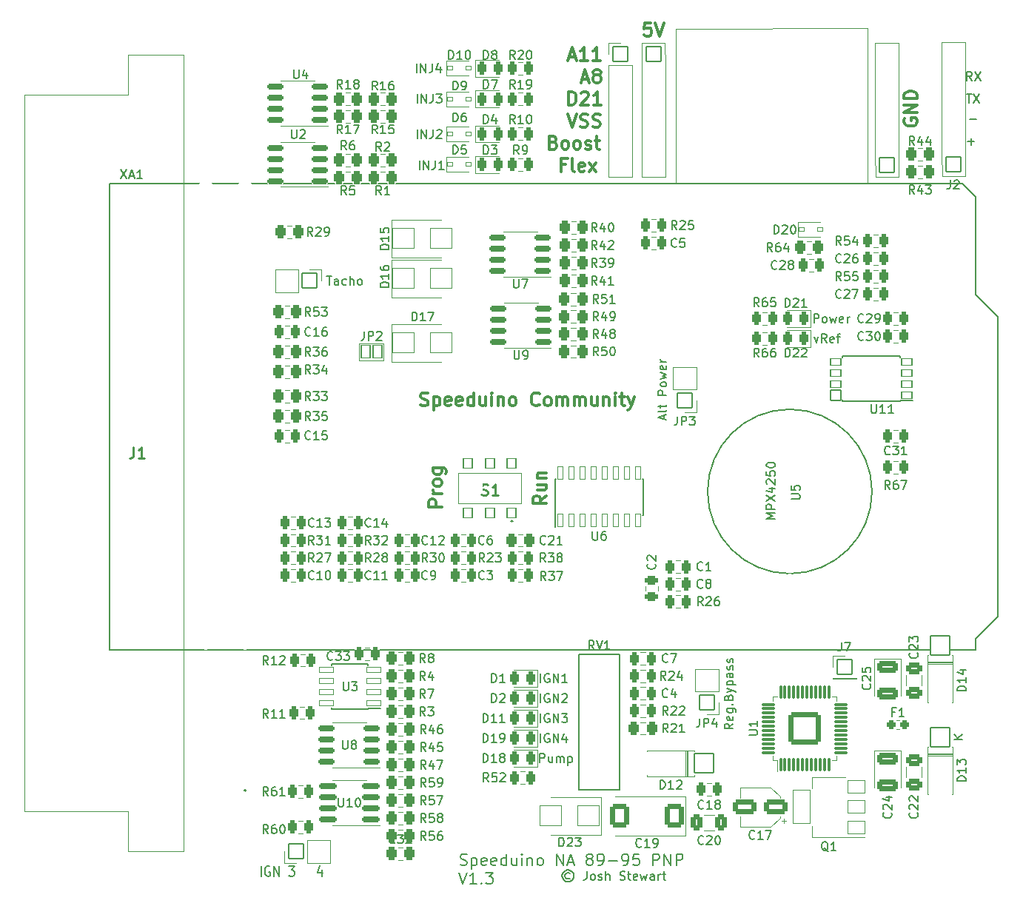
<source format=gto>
%TF.GenerationSoftware,KiCad,Pcbnew,7.0.1-0*%
%TF.CreationDate,2023-05-22T10:15:59+10:00*%
%TF.ProjectId,NA6 v1.3,4e413620-7631-42e3-932e-6b696361645f,rev?*%
%TF.SameCoordinates,Original*%
%TF.FileFunction,Legend,Top*%
%TF.FilePolarity,Positive*%
%FSLAX46Y46*%
G04 Gerber Fmt 4.6, Leading zero omitted, Abs format (unit mm)*
G04 Created by KiCad (PCBNEW 7.0.1-0) date 2023-05-22 10:15:59*
%MOMM*%
%LPD*%
G01*
G04 APERTURE LIST*
G04 Aperture macros list*
%AMRoundRect*
0 Rectangle with rounded corners*
0 $1 Rounding radius*
0 $2 $3 $4 $5 $6 $7 $8 $9 X,Y pos of 4 corners*
0 Add a 4 corners polygon primitive as box body*
4,1,4,$2,$3,$4,$5,$6,$7,$8,$9,$2,$3,0*
0 Add four circle primitives for the rounded corners*
1,1,$1+$1,$2,$3*
1,1,$1+$1,$4,$5*
1,1,$1+$1,$6,$7*
1,1,$1+$1,$8,$9*
0 Add four rect primitives between the rounded corners*
20,1,$1+$1,$2,$3,$4,$5,0*
20,1,$1+$1,$4,$5,$6,$7,0*
20,1,$1+$1,$6,$7,$8,$9,0*
20,1,$1+$1,$8,$9,$2,$3,0*%
G04 Aperture macros list end*
%ADD10C,0.300000*%
%ADD11C,0.150000*%
%ADD12C,0.254000*%
%ADD13C,0.120000*%
%ADD14C,0.200000*%
%ADD15C,0.100000*%
%ADD16C,1.500000*%
%ADD17C,4.100000*%
%ADD18O,1.802000X1.802000*%
%ADD19C,1.802000*%
%ADD20RoundRect,0.051000X0.600000X0.600000X-0.600000X0.600000X-0.600000X-0.600000X0.600000X-0.600000X0*%
%ADD21RoundRect,0.051000X0.600000X0.400000X-0.600000X0.400000X-0.600000X-0.400000X0.600000X-0.400000X0*%
%ADD22C,5.352000*%
%ADD23C,1.752000*%
%ADD24RoundRect,0.051000X0.500000X0.575000X-0.500000X0.575000X-0.500000X-0.575000X0.500000X-0.575000X0*%
%ADD25C,1.483000*%
%ADD26RoundRect,0.051000X0.850000X0.850000X-0.850000X0.850000X-0.850000X-0.850000X0.850000X-0.850000X0*%
%ADD27RoundRect,0.051000X-0.850000X-0.850000X0.850000X-0.850000X0.850000X0.850000X-0.850000X0.850000X0*%
%ADD28C,1.602000*%
%ADD29C,4.202000*%
%ADD30C,1.902000*%
%ADD31RoundRect,0.294750X0.243750X0.456250X-0.243750X0.456250X-0.243750X-0.456250X0.243750X-0.456250X0*%
%ADD32RoundRect,0.294750X0.456250X-0.243750X0.456250X0.243750X-0.456250X0.243750X-0.456250X-0.243750X0*%
%ADD33RoundRect,0.294750X-0.243750X-0.456250X0.243750X-0.456250X0.243750X0.456250X-0.243750X0.456250X0*%
%ADD34RoundRect,0.301000X-0.375000X-0.625000X0.375000X-0.625000X0.375000X0.625000X-0.375000X0.625000X0*%
%ADD35O,2.302000X2.302000*%
%ADD36RoundRect,0.051000X1.100000X1.100000X-1.100000X1.100000X-1.100000X-1.100000X1.100000X-1.100000X0*%
%ADD37RoundRect,0.051000X-1.100000X1.100000X-1.100000X-1.100000X1.100000X-1.100000X1.100000X1.100000X0*%
%ADD38RoundRect,0.301000X-0.325000X-0.450000X0.325000X-0.450000X0.325000X0.450000X-0.325000X0.450000X0*%
%ADD39RoundRect,0.301000X0.325000X0.450000X-0.325000X0.450000X-0.325000X-0.450000X0.325000X-0.450000X0*%
%ADD40RoundRect,0.299400X1.551600X-1.551600X1.551600X1.551600X-1.551600X1.551600X-1.551600X-1.551600X0*%
%ADD41RoundRect,0.126000X0.075000X-0.662500X0.075000X0.662500X-0.075000X0.662500X-0.075000X-0.662500X0*%
%ADD42RoundRect,0.126000X0.662500X-0.075000X0.662500X0.075000X-0.662500X0.075000X-0.662500X-0.075000X0*%
%ADD43RoundRect,0.201000X0.725000X0.150000X-0.725000X0.150000X-0.725000X-0.150000X0.725000X-0.150000X0*%
%ADD44RoundRect,0.051000X0.775000X0.300000X-0.775000X0.300000X-0.775000X-0.300000X0.775000X-0.300000X0*%
%ADD45RoundRect,0.051000X0.300000X-0.750000X0.300000X0.750000X-0.300000X0.750000X-0.300000X-0.750000X0*%
%ADD46O,1.829200X1.829200*%
%ADD47RoundRect,0.051000X-0.300000X-0.225000X0.300000X-0.225000X0.300000X0.225000X-0.300000X0.225000X0*%
%ADD48RoundRect,0.051000X-0.850000X0.850000X-0.850000X-0.850000X0.850000X-0.850000X0.850000X0.850000X0*%
%ADD49RoundRect,0.301000X1.050000X0.550000X-1.050000X0.550000X-1.050000X-0.550000X1.050000X-0.550000X0*%
%ADD50RoundRect,0.301000X0.787500X1.025000X-0.787500X1.025000X-0.787500X-1.025000X0.787500X-1.025000X0*%
%ADD51RoundRect,0.301000X-0.625000X0.375000X-0.625000X-0.375000X0.625000X-0.375000X0.625000X0.375000X0*%
%ADD52RoundRect,0.301000X-0.925000X0.412500X-0.925000X-0.412500X0.925000X-0.412500X0.925000X0.412500X0*%
%ADD53RoundRect,0.201000X0.825000X0.150000X-0.825000X0.150000X-0.825000X-0.150000X0.825000X-0.150000X0*%
%ADD54RoundRect,0.051000X0.850000X-0.850000X0.850000X0.850000X-0.850000X0.850000X-0.850000X-0.850000X0*%
%ADD55RoundRect,0.051000X-0.500000X-0.750000X0.500000X-0.750000X0.500000X0.750000X-0.500000X0.750000X0*%
%ADD56RoundRect,0.269750X-0.218750X-0.256250X0.218750X-0.256250X0.218750X0.256250X-0.218750X0.256250X0*%
%ADD57RoundRect,0.051000X1.000000X1.900000X-1.000000X1.900000X-1.000000X-1.900000X1.000000X-1.900000X0*%
%ADD58RoundRect,0.051000X1.000000X0.750000X-1.000000X0.750000X-1.000000X-0.750000X1.000000X-0.750000X0*%
%ADD59RoundRect,0.051000X1.250000X1.150000X-1.250000X1.150000X-1.250000X-1.150000X1.250000X-1.150000X0*%
%ADD60RoundRect,0.051000X-1.250000X-1.150000X1.250000X-1.150000X1.250000X1.150000X-1.250000X1.150000X0*%
G04 APERTURE END LIST*
D10*
X145573714Y-79247000D02*
X145788000Y-79318428D01*
X145788000Y-79318428D02*
X146145142Y-79318428D01*
X146145142Y-79318428D02*
X146288000Y-79247000D01*
X146288000Y-79247000D02*
X146359428Y-79175571D01*
X146359428Y-79175571D02*
X146430857Y-79032714D01*
X146430857Y-79032714D02*
X146430857Y-78889857D01*
X146430857Y-78889857D02*
X146359428Y-78747000D01*
X146359428Y-78747000D02*
X146288000Y-78675571D01*
X146288000Y-78675571D02*
X146145142Y-78604142D01*
X146145142Y-78604142D02*
X145859428Y-78532714D01*
X145859428Y-78532714D02*
X145716571Y-78461285D01*
X145716571Y-78461285D02*
X145645142Y-78389857D01*
X145645142Y-78389857D02*
X145573714Y-78247000D01*
X145573714Y-78247000D02*
X145573714Y-78104142D01*
X145573714Y-78104142D02*
X145645142Y-77961285D01*
X145645142Y-77961285D02*
X145716571Y-77889857D01*
X145716571Y-77889857D02*
X145859428Y-77818428D01*
X145859428Y-77818428D02*
X146216571Y-77818428D01*
X146216571Y-77818428D02*
X146430857Y-77889857D01*
X147073713Y-78318428D02*
X147073713Y-79818428D01*
X147073713Y-78389857D02*
X147216571Y-78318428D01*
X147216571Y-78318428D02*
X147502285Y-78318428D01*
X147502285Y-78318428D02*
X147645142Y-78389857D01*
X147645142Y-78389857D02*
X147716571Y-78461285D01*
X147716571Y-78461285D02*
X147787999Y-78604142D01*
X147787999Y-78604142D02*
X147787999Y-79032714D01*
X147787999Y-79032714D02*
X147716571Y-79175571D01*
X147716571Y-79175571D02*
X147645142Y-79247000D01*
X147645142Y-79247000D02*
X147502285Y-79318428D01*
X147502285Y-79318428D02*
X147216571Y-79318428D01*
X147216571Y-79318428D02*
X147073713Y-79247000D01*
X149002285Y-79247000D02*
X148859428Y-79318428D01*
X148859428Y-79318428D02*
X148573714Y-79318428D01*
X148573714Y-79318428D02*
X148430856Y-79247000D01*
X148430856Y-79247000D02*
X148359428Y-79104142D01*
X148359428Y-79104142D02*
X148359428Y-78532714D01*
X148359428Y-78532714D02*
X148430856Y-78389857D01*
X148430856Y-78389857D02*
X148573714Y-78318428D01*
X148573714Y-78318428D02*
X148859428Y-78318428D01*
X148859428Y-78318428D02*
X149002285Y-78389857D01*
X149002285Y-78389857D02*
X149073714Y-78532714D01*
X149073714Y-78532714D02*
X149073714Y-78675571D01*
X149073714Y-78675571D02*
X148359428Y-78818428D01*
X150287999Y-79247000D02*
X150145142Y-79318428D01*
X150145142Y-79318428D02*
X149859428Y-79318428D01*
X149859428Y-79318428D02*
X149716570Y-79247000D01*
X149716570Y-79247000D02*
X149645142Y-79104142D01*
X149645142Y-79104142D02*
X149645142Y-78532714D01*
X149645142Y-78532714D02*
X149716570Y-78389857D01*
X149716570Y-78389857D02*
X149859428Y-78318428D01*
X149859428Y-78318428D02*
X150145142Y-78318428D01*
X150145142Y-78318428D02*
X150287999Y-78389857D01*
X150287999Y-78389857D02*
X150359428Y-78532714D01*
X150359428Y-78532714D02*
X150359428Y-78675571D01*
X150359428Y-78675571D02*
X149645142Y-78818428D01*
X151645142Y-79318428D02*
X151645142Y-77818428D01*
X151645142Y-79247000D02*
X151502284Y-79318428D01*
X151502284Y-79318428D02*
X151216570Y-79318428D01*
X151216570Y-79318428D02*
X151073713Y-79247000D01*
X151073713Y-79247000D02*
X151002284Y-79175571D01*
X151002284Y-79175571D02*
X150930856Y-79032714D01*
X150930856Y-79032714D02*
X150930856Y-78604142D01*
X150930856Y-78604142D02*
X151002284Y-78461285D01*
X151002284Y-78461285D02*
X151073713Y-78389857D01*
X151073713Y-78389857D02*
X151216570Y-78318428D01*
X151216570Y-78318428D02*
X151502284Y-78318428D01*
X151502284Y-78318428D02*
X151645142Y-78389857D01*
X153002285Y-78318428D02*
X153002285Y-79318428D01*
X152359427Y-78318428D02*
X152359427Y-79104142D01*
X152359427Y-79104142D02*
X152430856Y-79247000D01*
X152430856Y-79247000D02*
X152573713Y-79318428D01*
X152573713Y-79318428D02*
X152787999Y-79318428D01*
X152787999Y-79318428D02*
X152930856Y-79247000D01*
X152930856Y-79247000D02*
X153002285Y-79175571D01*
X153716570Y-79318428D02*
X153716570Y-78318428D01*
X153716570Y-77818428D02*
X153645142Y-77889857D01*
X153645142Y-77889857D02*
X153716570Y-77961285D01*
X153716570Y-77961285D02*
X153787999Y-77889857D01*
X153787999Y-77889857D02*
X153716570Y-77818428D01*
X153716570Y-77818428D02*
X153716570Y-77961285D01*
X154430856Y-78318428D02*
X154430856Y-79318428D01*
X154430856Y-78461285D02*
X154502285Y-78389857D01*
X154502285Y-78389857D02*
X154645142Y-78318428D01*
X154645142Y-78318428D02*
X154859428Y-78318428D01*
X154859428Y-78318428D02*
X155002285Y-78389857D01*
X155002285Y-78389857D02*
X155073714Y-78532714D01*
X155073714Y-78532714D02*
X155073714Y-79318428D01*
X156002285Y-79318428D02*
X155859428Y-79247000D01*
X155859428Y-79247000D02*
X155787999Y-79175571D01*
X155787999Y-79175571D02*
X155716571Y-79032714D01*
X155716571Y-79032714D02*
X155716571Y-78604142D01*
X155716571Y-78604142D02*
X155787999Y-78461285D01*
X155787999Y-78461285D02*
X155859428Y-78389857D01*
X155859428Y-78389857D02*
X156002285Y-78318428D01*
X156002285Y-78318428D02*
X156216571Y-78318428D01*
X156216571Y-78318428D02*
X156359428Y-78389857D01*
X156359428Y-78389857D02*
X156430857Y-78461285D01*
X156430857Y-78461285D02*
X156502285Y-78604142D01*
X156502285Y-78604142D02*
X156502285Y-79032714D01*
X156502285Y-79032714D02*
X156430857Y-79175571D01*
X156430857Y-79175571D02*
X156359428Y-79247000D01*
X156359428Y-79247000D02*
X156216571Y-79318428D01*
X156216571Y-79318428D02*
X156002285Y-79318428D01*
X159145142Y-79175571D02*
X159073714Y-79247000D01*
X159073714Y-79247000D02*
X158859428Y-79318428D01*
X158859428Y-79318428D02*
X158716571Y-79318428D01*
X158716571Y-79318428D02*
X158502285Y-79247000D01*
X158502285Y-79247000D02*
X158359428Y-79104142D01*
X158359428Y-79104142D02*
X158287999Y-78961285D01*
X158287999Y-78961285D02*
X158216571Y-78675571D01*
X158216571Y-78675571D02*
X158216571Y-78461285D01*
X158216571Y-78461285D02*
X158287999Y-78175571D01*
X158287999Y-78175571D02*
X158359428Y-78032714D01*
X158359428Y-78032714D02*
X158502285Y-77889857D01*
X158502285Y-77889857D02*
X158716571Y-77818428D01*
X158716571Y-77818428D02*
X158859428Y-77818428D01*
X158859428Y-77818428D02*
X159073714Y-77889857D01*
X159073714Y-77889857D02*
X159145142Y-77961285D01*
X160002285Y-79318428D02*
X159859428Y-79247000D01*
X159859428Y-79247000D02*
X159787999Y-79175571D01*
X159787999Y-79175571D02*
X159716571Y-79032714D01*
X159716571Y-79032714D02*
X159716571Y-78604142D01*
X159716571Y-78604142D02*
X159787999Y-78461285D01*
X159787999Y-78461285D02*
X159859428Y-78389857D01*
X159859428Y-78389857D02*
X160002285Y-78318428D01*
X160002285Y-78318428D02*
X160216571Y-78318428D01*
X160216571Y-78318428D02*
X160359428Y-78389857D01*
X160359428Y-78389857D02*
X160430857Y-78461285D01*
X160430857Y-78461285D02*
X160502285Y-78604142D01*
X160502285Y-78604142D02*
X160502285Y-79032714D01*
X160502285Y-79032714D02*
X160430857Y-79175571D01*
X160430857Y-79175571D02*
X160359428Y-79247000D01*
X160359428Y-79247000D02*
X160216571Y-79318428D01*
X160216571Y-79318428D02*
X160002285Y-79318428D01*
X161145142Y-79318428D02*
X161145142Y-78318428D01*
X161145142Y-78461285D02*
X161216571Y-78389857D01*
X161216571Y-78389857D02*
X161359428Y-78318428D01*
X161359428Y-78318428D02*
X161573714Y-78318428D01*
X161573714Y-78318428D02*
X161716571Y-78389857D01*
X161716571Y-78389857D02*
X161788000Y-78532714D01*
X161788000Y-78532714D02*
X161788000Y-79318428D01*
X161788000Y-78532714D02*
X161859428Y-78389857D01*
X161859428Y-78389857D02*
X162002285Y-78318428D01*
X162002285Y-78318428D02*
X162216571Y-78318428D01*
X162216571Y-78318428D02*
X162359428Y-78389857D01*
X162359428Y-78389857D02*
X162430857Y-78532714D01*
X162430857Y-78532714D02*
X162430857Y-79318428D01*
X163145142Y-79318428D02*
X163145142Y-78318428D01*
X163145142Y-78461285D02*
X163216571Y-78389857D01*
X163216571Y-78389857D02*
X163359428Y-78318428D01*
X163359428Y-78318428D02*
X163573714Y-78318428D01*
X163573714Y-78318428D02*
X163716571Y-78389857D01*
X163716571Y-78389857D02*
X163788000Y-78532714D01*
X163788000Y-78532714D02*
X163788000Y-79318428D01*
X163788000Y-78532714D02*
X163859428Y-78389857D01*
X163859428Y-78389857D02*
X164002285Y-78318428D01*
X164002285Y-78318428D02*
X164216571Y-78318428D01*
X164216571Y-78318428D02*
X164359428Y-78389857D01*
X164359428Y-78389857D02*
X164430857Y-78532714D01*
X164430857Y-78532714D02*
X164430857Y-79318428D01*
X165788000Y-78318428D02*
X165788000Y-79318428D01*
X165145142Y-78318428D02*
X165145142Y-79104142D01*
X165145142Y-79104142D02*
X165216571Y-79247000D01*
X165216571Y-79247000D02*
X165359428Y-79318428D01*
X165359428Y-79318428D02*
X165573714Y-79318428D01*
X165573714Y-79318428D02*
X165716571Y-79247000D01*
X165716571Y-79247000D02*
X165788000Y-79175571D01*
X166502285Y-78318428D02*
X166502285Y-79318428D01*
X166502285Y-78461285D02*
X166573714Y-78389857D01*
X166573714Y-78389857D02*
X166716571Y-78318428D01*
X166716571Y-78318428D02*
X166930857Y-78318428D01*
X166930857Y-78318428D02*
X167073714Y-78389857D01*
X167073714Y-78389857D02*
X167145143Y-78532714D01*
X167145143Y-78532714D02*
X167145143Y-79318428D01*
X167859428Y-79318428D02*
X167859428Y-78318428D01*
X167859428Y-77818428D02*
X167788000Y-77889857D01*
X167788000Y-77889857D02*
X167859428Y-77961285D01*
X167859428Y-77961285D02*
X167930857Y-77889857D01*
X167930857Y-77889857D02*
X167859428Y-77818428D01*
X167859428Y-77818428D02*
X167859428Y-77961285D01*
X168359429Y-78318428D02*
X168930857Y-78318428D01*
X168573714Y-77818428D02*
X168573714Y-79104142D01*
X168573714Y-79104142D02*
X168645143Y-79247000D01*
X168645143Y-79247000D02*
X168788000Y-79318428D01*
X168788000Y-79318428D02*
X168930857Y-79318428D01*
X169288000Y-78318428D02*
X169645143Y-79318428D01*
X170002286Y-78318428D02*
X169645143Y-79318428D01*
X169645143Y-79318428D02*
X169502286Y-79675571D01*
X169502286Y-79675571D02*
X169430857Y-79747000D01*
X169430857Y-79747000D02*
X169288000Y-79818428D01*
D11*
X162616189Y-132796714D02*
X162520950Y-132749095D01*
X162520950Y-132749095D02*
X162330474Y-132749095D01*
X162330474Y-132749095D02*
X162235236Y-132796714D01*
X162235236Y-132796714D02*
X162139998Y-132891952D01*
X162139998Y-132891952D02*
X162092379Y-132987190D01*
X162092379Y-132987190D02*
X162092379Y-133177666D01*
X162092379Y-133177666D02*
X162139998Y-133272904D01*
X162139998Y-133272904D02*
X162235236Y-133368142D01*
X162235236Y-133368142D02*
X162330474Y-133415761D01*
X162330474Y-133415761D02*
X162520950Y-133415761D01*
X162520950Y-133415761D02*
X162616189Y-133368142D01*
X162425712Y-132415761D02*
X162187617Y-132463380D01*
X162187617Y-132463380D02*
X161949522Y-132606238D01*
X161949522Y-132606238D02*
X161806665Y-132844333D01*
X161806665Y-132844333D02*
X161759046Y-133082428D01*
X161759046Y-133082428D02*
X161806665Y-133320523D01*
X161806665Y-133320523D02*
X161949522Y-133558619D01*
X161949522Y-133558619D02*
X162187617Y-133701476D01*
X162187617Y-133701476D02*
X162425712Y-133749095D01*
X162425712Y-133749095D02*
X162663808Y-133701476D01*
X162663808Y-133701476D02*
X162901903Y-133558619D01*
X162901903Y-133558619D02*
X163044760Y-133320523D01*
X163044760Y-133320523D02*
X163092379Y-133082428D01*
X163092379Y-133082428D02*
X163044760Y-132844333D01*
X163044760Y-132844333D02*
X162901903Y-132606238D01*
X162901903Y-132606238D02*
X162663808Y-132463380D01*
X162663808Y-132463380D02*
X162425712Y-132415761D01*
X164568570Y-132558619D02*
X164568570Y-133272904D01*
X164568570Y-133272904D02*
X164520951Y-133415761D01*
X164520951Y-133415761D02*
X164425713Y-133511000D01*
X164425713Y-133511000D02*
X164282856Y-133558619D01*
X164282856Y-133558619D02*
X164187618Y-133558619D01*
X165187618Y-133558619D02*
X165092380Y-133511000D01*
X165092380Y-133511000D02*
X165044761Y-133463380D01*
X165044761Y-133463380D02*
X164997142Y-133368142D01*
X164997142Y-133368142D02*
X164997142Y-133082428D01*
X164997142Y-133082428D02*
X165044761Y-132987190D01*
X165044761Y-132987190D02*
X165092380Y-132939571D01*
X165092380Y-132939571D02*
X165187618Y-132891952D01*
X165187618Y-132891952D02*
X165330475Y-132891952D01*
X165330475Y-132891952D02*
X165425713Y-132939571D01*
X165425713Y-132939571D02*
X165473332Y-132987190D01*
X165473332Y-132987190D02*
X165520951Y-133082428D01*
X165520951Y-133082428D02*
X165520951Y-133368142D01*
X165520951Y-133368142D02*
X165473332Y-133463380D01*
X165473332Y-133463380D02*
X165425713Y-133511000D01*
X165425713Y-133511000D02*
X165330475Y-133558619D01*
X165330475Y-133558619D02*
X165187618Y-133558619D01*
X165901904Y-133511000D02*
X165997142Y-133558619D01*
X165997142Y-133558619D02*
X166187618Y-133558619D01*
X166187618Y-133558619D02*
X166282856Y-133511000D01*
X166282856Y-133511000D02*
X166330475Y-133415761D01*
X166330475Y-133415761D02*
X166330475Y-133368142D01*
X166330475Y-133368142D02*
X166282856Y-133272904D01*
X166282856Y-133272904D02*
X166187618Y-133225285D01*
X166187618Y-133225285D02*
X166044761Y-133225285D01*
X166044761Y-133225285D02*
X165949523Y-133177666D01*
X165949523Y-133177666D02*
X165901904Y-133082428D01*
X165901904Y-133082428D02*
X165901904Y-133034809D01*
X165901904Y-133034809D02*
X165949523Y-132939571D01*
X165949523Y-132939571D02*
X166044761Y-132891952D01*
X166044761Y-132891952D02*
X166187618Y-132891952D01*
X166187618Y-132891952D02*
X166282856Y-132939571D01*
X166759047Y-133558619D02*
X166759047Y-132558619D01*
X167187618Y-133558619D02*
X167187618Y-133034809D01*
X167187618Y-133034809D02*
X167139999Y-132939571D01*
X167139999Y-132939571D02*
X167044761Y-132891952D01*
X167044761Y-132891952D02*
X166901904Y-132891952D01*
X166901904Y-132891952D02*
X166806666Y-132939571D01*
X166806666Y-132939571D02*
X166759047Y-132987190D01*
X168378095Y-133511000D02*
X168520952Y-133558619D01*
X168520952Y-133558619D02*
X168759047Y-133558619D01*
X168759047Y-133558619D02*
X168854285Y-133511000D01*
X168854285Y-133511000D02*
X168901904Y-133463380D01*
X168901904Y-133463380D02*
X168949523Y-133368142D01*
X168949523Y-133368142D02*
X168949523Y-133272904D01*
X168949523Y-133272904D02*
X168901904Y-133177666D01*
X168901904Y-133177666D02*
X168854285Y-133130047D01*
X168854285Y-133130047D02*
X168759047Y-133082428D01*
X168759047Y-133082428D02*
X168568571Y-133034809D01*
X168568571Y-133034809D02*
X168473333Y-132987190D01*
X168473333Y-132987190D02*
X168425714Y-132939571D01*
X168425714Y-132939571D02*
X168378095Y-132844333D01*
X168378095Y-132844333D02*
X168378095Y-132749095D01*
X168378095Y-132749095D02*
X168425714Y-132653857D01*
X168425714Y-132653857D02*
X168473333Y-132606238D01*
X168473333Y-132606238D02*
X168568571Y-132558619D01*
X168568571Y-132558619D02*
X168806666Y-132558619D01*
X168806666Y-132558619D02*
X168949523Y-132606238D01*
X169235238Y-132891952D02*
X169616190Y-132891952D01*
X169378095Y-132558619D02*
X169378095Y-133415761D01*
X169378095Y-133415761D02*
X169425714Y-133511000D01*
X169425714Y-133511000D02*
X169520952Y-133558619D01*
X169520952Y-133558619D02*
X169616190Y-133558619D01*
X170330476Y-133511000D02*
X170235238Y-133558619D01*
X170235238Y-133558619D02*
X170044762Y-133558619D01*
X170044762Y-133558619D02*
X169949524Y-133511000D01*
X169949524Y-133511000D02*
X169901905Y-133415761D01*
X169901905Y-133415761D02*
X169901905Y-133034809D01*
X169901905Y-133034809D02*
X169949524Y-132939571D01*
X169949524Y-132939571D02*
X170044762Y-132891952D01*
X170044762Y-132891952D02*
X170235238Y-132891952D01*
X170235238Y-132891952D02*
X170330476Y-132939571D01*
X170330476Y-132939571D02*
X170378095Y-133034809D01*
X170378095Y-133034809D02*
X170378095Y-133130047D01*
X170378095Y-133130047D02*
X169901905Y-133225285D01*
X170711429Y-132891952D02*
X170901905Y-133558619D01*
X170901905Y-133558619D02*
X171092381Y-133082428D01*
X171092381Y-133082428D02*
X171282857Y-133558619D01*
X171282857Y-133558619D02*
X171473333Y-132891952D01*
X172282857Y-133558619D02*
X172282857Y-133034809D01*
X172282857Y-133034809D02*
X172235238Y-132939571D01*
X172235238Y-132939571D02*
X172140000Y-132891952D01*
X172140000Y-132891952D02*
X171949524Y-132891952D01*
X171949524Y-132891952D02*
X171854286Y-132939571D01*
X172282857Y-133511000D02*
X172187619Y-133558619D01*
X172187619Y-133558619D02*
X171949524Y-133558619D01*
X171949524Y-133558619D02*
X171854286Y-133511000D01*
X171854286Y-133511000D02*
X171806667Y-133415761D01*
X171806667Y-133415761D02*
X171806667Y-133320523D01*
X171806667Y-133320523D02*
X171854286Y-133225285D01*
X171854286Y-133225285D02*
X171949524Y-133177666D01*
X171949524Y-133177666D02*
X172187619Y-133177666D01*
X172187619Y-133177666D02*
X172282857Y-133130047D01*
X172759048Y-133558619D02*
X172759048Y-132891952D01*
X172759048Y-133082428D02*
X172806667Y-132987190D01*
X172806667Y-132987190D02*
X172854286Y-132939571D01*
X172854286Y-132939571D02*
X172949524Y-132891952D01*
X172949524Y-132891952D02*
X173044762Y-132891952D01*
X173235239Y-132891952D02*
X173616191Y-132891952D01*
X173378096Y-132558619D02*
X173378096Y-133415761D01*
X173378096Y-133415761D02*
X173425715Y-133511000D01*
X173425715Y-133511000D02*
X173520953Y-133558619D01*
X173520953Y-133558619D02*
X173616191Y-133558619D01*
X150107619Y-131820500D02*
X150293333Y-131882404D01*
X150293333Y-131882404D02*
X150602857Y-131882404D01*
X150602857Y-131882404D02*
X150726666Y-131820500D01*
X150726666Y-131820500D02*
X150788571Y-131758595D01*
X150788571Y-131758595D02*
X150850476Y-131634785D01*
X150850476Y-131634785D02*
X150850476Y-131510976D01*
X150850476Y-131510976D02*
X150788571Y-131387166D01*
X150788571Y-131387166D02*
X150726666Y-131325261D01*
X150726666Y-131325261D02*
X150602857Y-131263357D01*
X150602857Y-131263357D02*
X150355238Y-131201452D01*
X150355238Y-131201452D02*
X150231428Y-131139547D01*
X150231428Y-131139547D02*
X150169523Y-131077642D01*
X150169523Y-131077642D02*
X150107619Y-130953833D01*
X150107619Y-130953833D02*
X150107619Y-130830023D01*
X150107619Y-130830023D02*
X150169523Y-130706214D01*
X150169523Y-130706214D02*
X150231428Y-130644309D01*
X150231428Y-130644309D02*
X150355238Y-130582404D01*
X150355238Y-130582404D02*
X150664761Y-130582404D01*
X150664761Y-130582404D02*
X150850476Y-130644309D01*
X151407618Y-131015738D02*
X151407618Y-132315738D01*
X151407618Y-131077642D02*
X151531428Y-131015738D01*
X151531428Y-131015738D02*
X151779047Y-131015738D01*
X151779047Y-131015738D02*
X151902856Y-131077642D01*
X151902856Y-131077642D02*
X151964761Y-131139547D01*
X151964761Y-131139547D02*
X152026666Y-131263357D01*
X152026666Y-131263357D02*
X152026666Y-131634785D01*
X152026666Y-131634785D02*
X151964761Y-131758595D01*
X151964761Y-131758595D02*
X151902856Y-131820500D01*
X151902856Y-131820500D02*
X151779047Y-131882404D01*
X151779047Y-131882404D02*
X151531428Y-131882404D01*
X151531428Y-131882404D02*
X151407618Y-131820500D01*
X153079046Y-131820500D02*
X152955237Y-131882404D01*
X152955237Y-131882404D02*
X152707618Y-131882404D01*
X152707618Y-131882404D02*
X152583808Y-131820500D01*
X152583808Y-131820500D02*
X152521904Y-131696690D01*
X152521904Y-131696690D02*
X152521904Y-131201452D01*
X152521904Y-131201452D02*
X152583808Y-131077642D01*
X152583808Y-131077642D02*
X152707618Y-131015738D01*
X152707618Y-131015738D02*
X152955237Y-131015738D01*
X152955237Y-131015738D02*
X153079046Y-131077642D01*
X153079046Y-131077642D02*
X153140951Y-131201452D01*
X153140951Y-131201452D02*
X153140951Y-131325261D01*
X153140951Y-131325261D02*
X152521904Y-131449071D01*
X154193332Y-131820500D02*
X154069523Y-131882404D01*
X154069523Y-131882404D02*
X153821904Y-131882404D01*
X153821904Y-131882404D02*
X153698094Y-131820500D01*
X153698094Y-131820500D02*
X153636190Y-131696690D01*
X153636190Y-131696690D02*
X153636190Y-131201452D01*
X153636190Y-131201452D02*
X153698094Y-131077642D01*
X153698094Y-131077642D02*
X153821904Y-131015738D01*
X153821904Y-131015738D02*
X154069523Y-131015738D01*
X154069523Y-131015738D02*
X154193332Y-131077642D01*
X154193332Y-131077642D02*
X154255237Y-131201452D01*
X154255237Y-131201452D02*
X154255237Y-131325261D01*
X154255237Y-131325261D02*
X153636190Y-131449071D01*
X155369523Y-131882404D02*
X155369523Y-130582404D01*
X155369523Y-131820500D02*
X155245714Y-131882404D01*
X155245714Y-131882404D02*
X154998095Y-131882404D01*
X154998095Y-131882404D02*
X154874285Y-131820500D01*
X154874285Y-131820500D02*
X154812380Y-131758595D01*
X154812380Y-131758595D02*
X154750476Y-131634785D01*
X154750476Y-131634785D02*
X154750476Y-131263357D01*
X154750476Y-131263357D02*
X154812380Y-131139547D01*
X154812380Y-131139547D02*
X154874285Y-131077642D01*
X154874285Y-131077642D02*
X154998095Y-131015738D01*
X154998095Y-131015738D02*
X155245714Y-131015738D01*
X155245714Y-131015738D02*
X155369523Y-131077642D01*
X156545713Y-131015738D02*
X156545713Y-131882404D01*
X155988570Y-131015738D02*
X155988570Y-131696690D01*
X155988570Y-131696690D02*
X156050475Y-131820500D01*
X156050475Y-131820500D02*
X156174285Y-131882404D01*
X156174285Y-131882404D02*
X156359999Y-131882404D01*
X156359999Y-131882404D02*
X156483808Y-131820500D01*
X156483808Y-131820500D02*
X156545713Y-131758595D01*
X157164760Y-131882404D02*
X157164760Y-131015738D01*
X157164760Y-130582404D02*
X157102856Y-130644309D01*
X157102856Y-130644309D02*
X157164760Y-130706214D01*
X157164760Y-130706214D02*
X157226665Y-130644309D01*
X157226665Y-130644309D02*
X157164760Y-130582404D01*
X157164760Y-130582404D02*
X157164760Y-130706214D01*
X157783808Y-131015738D02*
X157783808Y-131882404D01*
X157783808Y-131139547D02*
X157845713Y-131077642D01*
X157845713Y-131077642D02*
X157969523Y-131015738D01*
X157969523Y-131015738D02*
X158155237Y-131015738D01*
X158155237Y-131015738D02*
X158279046Y-131077642D01*
X158279046Y-131077642D02*
X158340951Y-131201452D01*
X158340951Y-131201452D02*
X158340951Y-131882404D01*
X159145713Y-131882404D02*
X159021903Y-131820500D01*
X159021903Y-131820500D02*
X158959998Y-131758595D01*
X158959998Y-131758595D02*
X158898094Y-131634785D01*
X158898094Y-131634785D02*
X158898094Y-131263357D01*
X158898094Y-131263357D02*
X158959998Y-131139547D01*
X158959998Y-131139547D02*
X159021903Y-131077642D01*
X159021903Y-131077642D02*
X159145713Y-131015738D01*
X159145713Y-131015738D02*
X159331427Y-131015738D01*
X159331427Y-131015738D02*
X159455236Y-131077642D01*
X159455236Y-131077642D02*
X159517141Y-131139547D01*
X159517141Y-131139547D02*
X159579046Y-131263357D01*
X159579046Y-131263357D02*
X159579046Y-131634785D01*
X159579046Y-131634785D02*
X159517141Y-131758595D01*
X159517141Y-131758595D02*
X159455236Y-131820500D01*
X159455236Y-131820500D02*
X159331427Y-131882404D01*
X159331427Y-131882404D02*
X159145713Y-131882404D01*
X161126664Y-131882404D02*
X161126664Y-130582404D01*
X161126664Y-130582404D02*
X161869521Y-131882404D01*
X161869521Y-131882404D02*
X161869521Y-130582404D01*
X162426665Y-131510976D02*
X163045712Y-131510976D01*
X162302855Y-131882404D02*
X162736188Y-130582404D01*
X162736188Y-130582404D02*
X163169522Y-131882404D01*
X164779046Y-131139547D02*
X164655236Y-131077642D01*
X164655236Y-131077642D02*
X164593331Y-131015738D01*
X164593331Y-131015738D02*
X164531427Y-130891928D01*
X164531427Y-130891928D02*
X164531427Y-130830023D01*
X164531427Y-130830023D02*
X164593331Y-130706214D01*
X164593331Y-130706214D02*
X164655236Y-130644309D01*
X164655236Y-130644309D02*
X164779046Y-130582404D01*
X164779046Y-130582404D02*
X165026665Y-130582404D01*
X165026665Y-130582404D02*
X165150474Y-130644309D01*
X165150474Y-130644309D02*
X165212379Y-130706214D01*
X165212379Y-130706214D02*
X165274284Y-130830023D01*
X165274284Y-130830023D02*
X165274284Y-130891928D01*
X165274284Y-130891928D02*
X165212379Y-131015738D01*
X165212379Y-131015738D02*
X165150474Y-131077642D01*
X165150474Y-131077642D02*
X165026665Y-131139547D01*
X165026665Y-131139547D02*
X164779046Y-131139547D01*
X164779046Y-131139547D02*
X164655236Y-131201452D01*
X164655236Y-131201452D02*
X164593331Y-131263357D01*
X164593331Y-131263357D02*
X164531427Y-131387166D01*
X164531427Y-131387166D02*
X164531427Y-131634785D01*
X164531427Y-131634785D02*
X164593331Y-131758595D01*
X164593331Y-131758595D02*
X164655236Y-131820500D01*
X164655236Y-131820500D02*
X164779046Y-131882404D01*
X164779046Y-131882404D02*
X165026665Y-131882404D01*
X165026665Y-131882404D02*
X165150474Y-131820500D01*
X165150474Y-131820500D02*
X165212379Y-131758595D01*
X165212379Y-131758595D02*
X165274284Y-131634785D01*
X165274284Y-131634785D02*
X165274284Y-131387166D01*
X165274284Y-131387166D02*
X165212379Y-131263357D01*
X165212379Y-131263357D02*
X165150474Y-131201452D01*
X165150474Y-131201452D02*
X165026665Y-131139547D01*
X165893331Y-131882404D02*
X166140950Y-131882404D01*
X166140950Y-131882404D02*
X166264760Y-131820500D01*
X166264760Y-131820500D02*
X166326664Y-131758595D01*
X166326664Y-131758595D02*
X166450474Y-131572880D01*
X166450474Y-131572880D02*
X166512379Y-131325261D01*
X166512379Y-131325261D02*
X166512379Y-130830023D01*
X166512379Y-130830023D02*
X166450474Y-130706214D01*
X166450474Y-130706214D02*
X166388569Y-130644309D01*
X166388569Y-130644309D02*
X166264760Y-130582404D01*
X166264760Y-130582404D02*
X166017141Y-130582404D01*
X166017141Y-130582404D02*
X165893331Y-130644309D01*
X165893331Y-130644309D02*
X165831426Y-130706214D01*
X165831426Y-130706214D02*
X165769522Y-130830023D01*
X165769522Y-130830023D02*
X165769522Y-131139547D01*
X165769522Y-131139547D02*
X165831426Y-131263357D01*
X165831426Y-131263357D02*
X165893331Y-131325261D01*
X165893331Y-131325261D02*
X166017141Y-131387166D01*
X166017141Y-131387166D02*
X166264760Y-131387166D01*
X166264760Y-131387166D02*
X166388569Y-131325261D01*
X166388569Y-131325261D02*
X166450474Y-131263357D01*
X166450474Y-131263357D02*
X166512379Y-131139547D01*
X167069521Y-131387166D02*
X168059998Y-131387166D01*
X168740950Y-131882404D02*
X168988569Y-131882404D01*
X168988569Y-131882404D02*
X169112379Y-131820500D01*
X169112379Y-131820500D02*
X169174283Y-131758595D01*
X169174283Y-131758595D02*
X169298093Y-131572880D01*
X169298093Y-131572880D02*
X169359998Y-131325261D01*
X169359998Y-131325261D02*
X169359998Y-130830023D01*
X169359998Y-130830023D02*
X169298093Y-130706214D01*
X169298093Y-130706214D02*
X169236188Y-130644309D01*
X169236188Y-130644309D02*
X169112379Y-130582404D01*
X169112379Y-130582404D02*
X168864760Y-130582404D01*
X168864760Y-130582404D02*
X168740950Y-130644309D01*
X168740950Y-130644309D02*
X168679045Y-130706214D01*
X168679045Y-130706214D02*
X168617141Y-130830023D01*
X168617141Y-130830023D02*
X168617141Y-131139547D01*
X168617141Y-131139547D02*
X168679045Y-131263357D01*
X168679045Y-131263357D02*
X168740950Y-131325261D01*
X168740950Y-131325261D02*
X168864760Y-131387166D01*
X168864760Y-131387166D02*
X169112379Y-131387166D01*
X169112379Y-131387166D02*
X169236188Y-131325261D01*
X169236188Y-131325261D02*
X169298093Y-131263357D01*
X169298093Y-131263357D02*
X169359998Y-131139547D01*
X170536188Y-130582404D02*
X169917140Y-130582404D01*
X169917140Y-130582404D02*
X169855236Y-131201452D01*
X169855236Y-131201452D02*
X169917140Y-131139547D01*
X169917140Y-131139547D02*
X170040950Y-131077642D01*
X170040950Y-131077642D02*
X170350474Y-131077642D01*
X170350474Y-131077642D02*
X170474283Y-131139547D01*
X170474283Y-131139547D02*
X170536188Y-131201452D01*
X170536188Y-131201452D02*
X170598093Y-131325261D01*
X170598093Y-131325261D02*
X170598093Y-131634785D01*
X170598093Y-131634785D02*
X170536188Y-131758595D01*
X170536188Y-131758595D02*
X170474283Y-131820500D01*
X170474283Y-131820500D02*
X170350474Y-131882404D01*
X170350474Y-131882404D02*
X170040950Y-131882404D01*
X170040950Y-131882404D02*
X169917140Y-131820500D01*
X169917140Y-131820500D02*
X169855236Y-131758595D01*
X172145711Y-131882404D02*
X172145711Y-130582404D01*
X172145711Y-130582404D02*
X172640949Y-130582404D01*
X172640949Y-130582404D02*
X172764759Y-130644309D01*
X172764759Y-130644309D02*
X172826664Y-130706214D01*
X172826664Y-130706214D02*
X172888568Y-130830023D01*
X172888568Y-130830023D02*
X172888568Y-131015738D01*
X172888568Y-131015738D02*
X172826664Y-131139547D01*
X172826664Y-131139547D02*
X172764759Y-131201452D01*
X172764759Y-131201452D02*
X172640949Y-131263357D01*
X172640949Y-131263357D02*
X172145711Y-131263357D01*
X173445711Y-131882404D02*
X173445711Y-130582404D01*
X173445711Y-130582404D02*
X174188568Y-131882404D01*
X174188568Y-131882404D02*
X174188568Y-130582404D01*
X174807616Y-131882404D02*
X174807616Y-130582404D01*
X174807616Y-130582404D02*
X175302854Y-130582404D01*
X175302854Y-130582404D02*
X175426664Y-130644309D01*
X175426664Y-130644309D02*
X175488569Y-130706214D01*
X175488569Y-130706214D02*
X175550473Y-130830023D01*
X175550473Y-130830023D02*
X175550473Y-131015738D01*
X175550473Y-131015738D02*
X175488569Y-131139547D01*
X175488569Y-131139547D02*
X175426664Y-131201452D01*
X175426664Y-131201452D02*
X175302854Y-131263357D01*
X175302854Y-131263357D02*
X174807616Y-131263357D01*
X149983809Y-132688404D02*
X150417142Y-133988404D01*
X150417142Y-133988404D02*
X150850476Y-132688404D01*
X151964762Y-133988404D02*
X151221905Y-133988404D01*
X151593333Y-133988404D02*
X151593333Y-132688404D01*
X151593333Y-132688404D02*
X151469524Y-132874119D01*
X151469524Y-132874119D02*
X151345714Y-132997928D01*
X151345714Y-132997928D02*
X151221905Y-133059833D01*
X152521904Y-133864595D02*
X152583809Y-133926500D01*
X152583809Y-133926500D02*
X152521904Y-133988404D01*
X152521904Y-133988404D02*
X152460000Y-133926500D01*
X152460000Y-133926500D02*
X152521904Y-133864595D01*
X152521904Y-133864595D02*
X152521904Y-133988404D01*
X153017143Y-132688404D02*
X153821905Y-132688404D01*
X153821905Y-132688404D02*
X153388571Y-133183642D01*
X153388571Y-133183642D02*
X153574286Y-133183642D01*
X153574286Y-133183642D02*
X153698095Y-133245547D01*
X153698095Y-133245547D02*
X153760000Y-133307452D01*
X153760000Y-133307452D02*
X153821905Y-133431261D01*
X153821905Y-133431261D02*
X153821905Y-133740785D01*
X153821905Y-133740785D02*
X153760000Y-133864595D01*
X153760000Y-133864595D02*
X153698095Y-133926500D01*
X153698095Y-133926500D02*
X153574286Y-133988404D01*
X153574286Y-133988404D02*
X153202857Y-133988404D01*
X153202857Y-133988404D02*
X153079048Y-133926500D01*
X153079048Y-133926500D02*
X153017143Y-133864595D01*
D10*
X200941357Y-46464856D02*
X200869928Y-46607714D01*
X200869928Y-46607714D02*
X200869928Y-46821999D01*
X200869928Y-46821999D02*
X200941357Y-47036285D01*
X200941357Y-47036285D02*
X201084214Y-47179142D01*
X201084214Y-47179142D02*
X201227071Y-47250571D01*
X201227071Y-47250571D02*
X201512785Y-47321999D01*
X201512785Y-47321999D02*
X201727071Y-47321999D01*
X201727071Y-47321999D02*
X202012785Y-47250571D01*
X202012785Y-47250571D02*
X202155642Y-47179142D01*
X202155642Y-47179142D02*
X202298500Y-47036285D01*
X202298500Y-47036285D02*
X202369928Y-46821999D01*
X202369928Y-46821999D02*
X202369928Y-46679142D01*
X202369928Y-46679142D02*
X202298500Y-46464856D01*
X202298500Y-46464856D02*
X202227071Y-46393428D01*
X202227071Y-46393428D02*
X201727071Y-46393428D01*
X201727071Y-46393428D02*
X201727071Y-46679142D01*
X202369928Y-45750571D02*
X200869928Y-45750571D01*
X200869928Y-45750571D02*
X202369928Y-44893428D01*
X202369928Y-44893428D02*
X200869928Y-44893428D01*
X202369928Y-44179142D02*
X200869928Y-44179142D01*
X200869928Y-44179142D02*
X200869928Y-43821999D01*
X200869928Y-43821999D02*
X200941357Y-43607713D01*
X200941357Y-43607713D02*
X201084214Y-43464856D01*
X201084214Y-43464856D02*
X201227071Y-43393427D01*
X201227071Y-43393427D02*
X201512785Y-43321999D01*
X201512785Y-43321999D02*
X201727071Y-43321999D01*
X201727071Y-43321999D02*
X202012785Y-43393427D01*
X202012785Y-43393427D02*
X202155642Y-43464856D01*
X202155642Y-43464856D02*
X202298500Y-43607713D01*
X202298500Y-43607713D02*
X202369928Y-43821999D01*
X202369928Y-43821999D02*
X202369928Y-44179142D01*
X171926286Y-35515928D02*
X171212000Y-35515928D01*
X171212000Y-35515928D02*
X171140572Y-36230214D01*
X171140572Y-36230214D02*
X171212000Y-36158785D01*
X171212000Y-36158785D02*
X171354858Y-36087357D01*
X171354858Y-36087357D02*
X171712000Y-36087357D01*
X171712000Y-36087357D02*
X171854858Y-36158785D01*
X171854858Y-36158785D02*
X171926286Y-36230214D01*
X171926286Y-36230214D02*
X171997715Y-36373071D01*
X171997715Y-36373071D02*
X171997715Y-36730214D01*
X171997715Y-36730214D02*
X171926286Y-36873071D01*
X171926286Y-36873071D02*
X171854858Y-36944500D01*
X171854858Y-36944500D02*
X171712000Y-37015928D01*
X171712000Y-37015928D02*
X171354858Y-37015928D01*
X171354858Y-37015928D02*
X171212000Y-36944500D01*
X171212000Y-36944500D02*
X171140572Y-36873071D01*
X172426286Y-35515928D02*
X172926286Y-37015928D01*
X172926286Y-37015928D02*
X173426286Y-35515928D01*
X162552286Y-39381357D02*
X163266572Y-39381357D01*
X162409429Y-39809928D02*
X162909429Y-38309928D01*
X162909429Y-38309928D02*
X163409429Y-39809928D01*
X164695143Y-39809928D02*
X163838000Y-39809928D01*
X164266571Y-39809928D02*
X164266571Y-38309928D01*
X164266571Y-38309928D02*
X164123714Y-38524214D01*
X164123714Y-38524214D02*
X163980857Y-38667071D01*
X163980857Y-38667071D02*
X163838000Y-38738500D01*
X166123714Y-39809928D02*
X165266571Y-39809928D01*
X165695142Y-39809928D02*
X165695142Y-38309928D01*
X165695142Y-38309928D02*
X165552285Y-38524214D01*
X165552285Y-38524214D02*
X165409428Y-38667071D01*
X165409428Y-38667071D02*
X165266571Y-38738500D01*
X164028572Y-41921357D02*
X164742858Y-41921357D01*
X163885715Y-42349928D02*
X164385715Y-40849928D01*
X164385715Y-40849928D02*
X164885715Y-42349928D01*
X165600000Y-41492785D02*
X165457143Y-41421357D01*
X165457143Y-41421357D02*
X165385714Y-41349928D01*
X165385714Y-41349928D02*
X165314286Y-41207071D01*
X165314286Y-41207071D02*
X165314286Y-41135642D01*
X165314286Y-41135642D02*
X165385714Y-40992785D01*
X165385714Y-40992785D02*
X165457143Y-40921357D01*
X165457143Y-40921357D02*
X165600000Y-40849928D01*
X165600000Y-40849928D02*
X165885714Y-40849928D01*
X165885714Y-40849928D02*
X166028572Y-40921357D01*
X166028572Y-40921357D02*
X166100000Y-40992785D01*
X166100000Y-40992785D02*
X166171429Y-41135642D01*
X166171429Y-41135642D02*
X166171429Y-41207071D01*
X166171429Y-41207071D02*
X166100000Y-41349928D01*
X166100000Y-41349928D02*
X166028572Y-41421357D01*
X166028572Y-41421357D02*
X165885714Y-41492785D01*
X165885714Y-41492785D02*
X165600000Y-41492785D01*
X165600000Y-41492785D02*
X165457143Y-41564214D01*
X165457143Y-41564214D02*
X165385714Y-41635642D01*
X165385714Y-41635642D02*
X165314286Y-41778500D01*
X165314286Y-41778500D02*
X165314286Y-42064214D01*
X165314286Y-42064214D02*
X165385714Y-42207071D01*
X165385714Y-42207071D02*
X165457143Y-42278500D01*
X165457143Y-42278500D02*
X165600000Y-42349928D01*
X165600000Y-42349928D02*
X165885714Y-42349928D01*
X165885714Y-42349928D02*
X166028572Y-42278500D01*
X166028572Y-42278500D02*
X166100000Y-42207071D01*
X166100000Y-42207071D02*
X166171429Y-42064214D01*
X166171429Y-42064214D02*
X166171429Y-41778500D01*
X166171429Y-41778500D02*
X166100000Y-41635642D01*
X166100000Y-41635642D02*
X166028572Y-41564214D01*
X166028572Y-41564214D02*
X165885714Y-41492785D01*
X162516571Y-44889928D02*
X162516571Y-43389928D01*
X162516571Y-43389928D02*
X162873714Y-43389928D01*
X162873714Y-43389928D02*
X163088000Y-43461357D01*
X163088000Y-43461357D02*
X163230857Y-43604214D01*
X163230857Y-43604214D02*
X163302286Y-43747071D01*
X163302286Y-43747071D02*
X163373714Y-44032785D01*
X163373714Y-44032785D02*
X163373714Y-44247071D01*
X163373714Y-44247071D02*
X163302286Y-44532785D01*
X163302286Y-44532785D02*
X163230857Y-44675642D01*
X163230857Y-44675642D02*
X163088000Y-44818500D01*
X163088000Y-44818500D02*
X162873714Y-44889928D01*
X162873714Y-44889928D02*
X162516571Y-44889928D01*
X163945143Y-43532785D02*
X164016571Y-43461357D01*
X164016571Y-43461357D02*
X164159429Y-43389928D01*
X164159429Y-43389928D02*
X164516571Y-43389928D01*
X164516571Y-43389928D02*
X164659429Y-43461357D01*
X164659429Y-43461357D02*
X164730857Y-43532785D01*
X164730857Y-43532785D02*
X164802286Y-43675642D01*
X164802286Y-43675642D02*
X164802286Y-43818500D01*
X164802286Y-43818500D02*
X164730857Y-44032785D01*
X164730857Y-44032785D02*
X163873714Y-44889928D01*
X163873714Y-44889928D02*
X164802286Y-44889928D01*
X166230857Y-44889928D02*
X165373714Y-44889928D01*
X165802285Y-44889928D02*
X165802285Y-43389928D01*
X165802285Y-43389928D02*
X165659428Y-43604214D01*
X165659428Y-43604214D02*
X165516571Y-43747071D01*
X165516571Y-43747071D02*
X165373714Y-43818500D01*
X162409429Y-45929928D02*
X162909429Y-47429928D01*
X162909429Y-47429928D02*
X163409429Y-45929928D01*
X163838000Y-47358500D02*
X164052286Y-47429928D01*
X164052286Y-47429928D02*
X164409428Y-47429928D01*
X164409428Y-47429928D02*
X164552286Y-47358500D01*
X164552286Y-47358500D02*
X164623714Y-47287071D01*
X164623714Y-47287071D02*
X164695143Y-47144214D01*
X164695143Y-47144214D02*
X164695143Y-47001357D01*
X164695143Y-47001357D02*
X164623714Y-46858500D01*
X164623714Y-46858500D02*
X164552286Y-46787071D01*
X164552286Y-46787071D02*
X164409428Y-46715642D01*
X164409428Y-46715642D02*
X164123714Y-46644214D01*
X164123714Y-46644214D02*
X163980857Y-46572785D01*
X163980857Y-46572785D02*
X163909428Y-46501357D01*
X163909428Y-46501357D02*
X163838000Y-46358500D01*
X163838000Y-46358500D02*
X163838000Y-46215642D01*
X163838000Y-46215642D02*
X163909428Y-46072785D01*
X163909428Y-46072785D02*
X163980857Y-46001357D01*
X163980857Y-46001357D02*
X164123714Y-45929928D01*
X164123714Y-45929928D02*
X164480857Y-45929928D01*
X164480857Y-45929928D02*
X164695143Y-46001357D01*
X165266571Y-47358500D02*
X165480857Y-47429928D01*
X165480857Y-47429928D02*
X165837999Y-47429928D01*
X165837999Y-47429928D02*
X165980857Y-47358500D01*
X165980857Y-47358500D02*
X166052285Y-47287071D01*
X166052285Y-47287071D02*
X166123714Y-47144214D01*
X166123714Y-47144214D02*
X166123714Y-47001357D01*
X166123714Y-47001357D02*
X166052285Y-46858500D01*
X166052285Y-46858500D02*
X165980857Y-46787071D01*
X165980857Y-46787071D02*
X165837999Y-46715642D01*
X165837999Y-46715642D02*
X165552285Y-46644214D01*
X165552285Y-46644214D02*
X165409428Y-46572785D01*
X165409428Y-46572785D02*
X165337999Y-46501357D01*
X165337999Y-46501357D02*
X165266571Y-46358500D01*
X165266571Y-46358500D02*
X165266571Y-46215642D01*
X165266571Y-46215642D02*
X165337999Y-46072785D01*
X165337999Y-46072785D02*
X165409428Y-46001357D01*
X165409428Y-46001357D02*
X165552285Y-45929928D01*
X165552285Y-45929928D02*
X165909428Y-45929928D01*
X165909428Y-45929928D02*
X166123714Y-46001357D01*
X160782285Y-49184214D02*
X160996571Y-49255642D01*
X160996571Y-49255642D02*
X161068000Y-49327071D01*
X161068000Y-49327071D02*
X161139428Y-49469928D01*
X161139428Y-49469928D02*
X161139428Y-49684214D01*
X161139428Y-49684214D02*
X161068000Y-49827071D01*
X161068000Y-49827071D02*
X160996571Y-49898500D01*
X160996571Y-49898500D02*
X160853714Y-49969928D01*
X160853714Y-49969928D02*
X160282285Y-49969928D01*
X160282285Y-49969928D02*
X160282285Y-48469928D01*
X160282285Y-48469928D02*
X160782285Y-48469928D01*
X160782285Y-48469928D02*
X160925143Y-48541357D01*
X160925143Y-48541357D02*
X160996571Y-48612785D01*
X160996571Y-48612785D02*
X161068000Y-48755642D01*
X161068000Y-48755642D02*
X161068000Y-48898500D01*
X161068000Y-48898500D02*
X160996571Y-49041357D01*
X160996571Y-49041357D02*
X160925143Y-49112785D01*
X160925143Y-49112785D02*
X160782285Y-49184214D01*
X160782285Y-49184214D02*
X160282285Y-49184214D01*
X161996571Y-49969928D02*
X161853714Y-49898500D01*
X161853714Y-49898500D02*
X161782285Y-49827071D01*
X161782285Y-49827071D02*
X161710857Y-49684214D01*
X161710857Y-49684214D02*
X161710857Y-49255642D01*
X161710857Y-49255642D02*
X161782285Y-49112785D01*
X161782285Y-49112785D02*
X161853714Y-49041357D01*
X161853714Y-49041357D02*
X161996571Y-48969928D01*
X161996571Y-48969928D02*
X162210857Y-48969928D01*
X162210857Y-48969928D02*
X162353714Y-49041357D01*
X162353714Y-49041357D02*
X162425143Y-49112785D01*
X162425143Y-49112785D02*
X162496571Y-49255642D01*
X162496571Y-49255642D02*
X162496571Y-49684214D01*
X162496571Y-49684214D02*
X162425143Y-49827071D01*
X162425143Y-49827071D02*
X162353714Y-49898500D01*
X162353714Y-49898500D02*
X162210857Y-49969928D01*
X162210857Y-49969928D02*
X161996571Y-49969928D01*
X163353714Y-49969928D02*
X163210857Y-49898500D01*
X163210857Y-49898500D02*
X163139428Y-49827071D01*
X163139428Y-49827071D02*
X163068000Y-49684214D01*
X163068000Y-49684214D02*
X163068000Y-49255642D01*
X163068000Y-49255642D02*
X163139428Y-49112785D01*
X163139428Y-49112785D02*
X163210857Y-49041357D01*
X163210857Y-49041357D02*
X163353714Y-48969928D01*
X163353714Y-48969928D02*
X163568000Y-48969928D01*
X163568000Y-48969928D02*
X163710857Y-49041357D01*
X163710857Y-49041357D02*
X163782286Y-49112785D01*
X163782286Y-49112785D02*
X163853714Y-49255642D01*
X163853714Y-49255642D02*
X163853714Y-49684214D01*
X163853714Y-49684214D02*
X163782286Y-49827071D01*
X163782286Y-49827071D02*
X163710857Y-49898500D01*
X163710857Y-49898500D02*
X163568000Y-49969928D01*
X163568000Y-49969928D02*
X163353714Y-49969928D01*
X164425143Y-49898500D02*
X164568000Y-49969928D01*
X164568000Y-49969928D02*
X164853714Y-49969928D01*
X164853714Y-49969928D02*
X164996571Y-49898500D01*
X164996571Y-49898500D02*
X165068000Y-49755642D01*
X165068000Y-49755642D02*
X165068000Y-49684214D01*
X165068000Y-49684214D02*
X164996571Y-49541357D01*
X164996571Y-49541357D02*
X164853714Y-49469928D01*
X164853714Y-49469928D02*
X164639429Y-49469928D01*
X164639429Y-49469928D02*
X164496571Y-49398500D01*
X164496571Y-49398500D02*
X164425143Y-49255642D01*
X164425143Y-49255642D02*
X164425143Y-49184214D01*
X164425143Y-49184214D02*
X164496571Y-49041357D01*
X164496571Y-49041357D02*
X164639429Y-48969928D01*
X164639429Y-48969928D02*
X164853714Y-48969928D01*
X164853714Y-48969928D02*
X164996571Y-49041357D01*
X165496572Y-48969928D02*
X166068000Y-48969928D01*
X165710857Y-48469928D02*
X165710857Y-49755642D01*
X165710857Y-49755642D02*
X165782286Y-49898500D01*
X165782286Y-49898500D02*
X165925143Y-49969928D01*
X165925143Y-49969928D02*
X166068000Y-49969928D01*
X162147428Y-51724214D02*
X161647428Y-51724214D01*
X161647428Y-52509928D02*
X161647428Y-51009928D01*
X161647428Y-51009928D02*
X162361714Y-51009928D01*
X163147428Y-52509928D02*
X163004571Y-52438500D01*
X163004571Y-52438500D02*
X162933142Y-52295642D01*
X162933142Y-52295642D02*
X162933142Y-51009928D01*
X164290285Y-52438500D02*
X164147428Y-52509928D01*
X164147428Y-52509928D02*
X163861714Y-52509928D01*
X163861714Y-52509928D02*
X163718856Y-52438500D01*
X163718856Y-52438500D02*
X163647428Y-52295642D01*
X163647428Y-52295642D02*
X163647428Y-51724214D01*
X163647428Y-51724214D02*
X163718856Y-51581357D01*
X163718856Y-51581357D02*
X163861714Y-51509928D01*
X163861714Y-51509928D02*
X164147428Y-51509928D01*
X164147428Y-51509928D02*
X164290285Y-51581357D01*
X164290285Y-51581357D02*
X164361714Y-51724214D01*
X164361714Y-51724214D02*
X164361714Y-51867071D01*
X164361714Y-51867071D02*
X163647428Y-52009928D01*
X164861713Y-52509928D02*
X165647428Y-51509928D01*
X164861713Y-51509928D02*
X165647428Y-52509928D01*
X159951928Y-89606857D02*
X159237642Y-90106857D01*
X159951928Y-90464000D02*
X158451928Y-90464000D01*
X158451928Y-90464000D02*
X158451928Y-89892571D01*
X158451928Y-89892571D02*
X158523357Y-89749714D01*
X158523357Y-89749714D02*
X158594785Y-89678285D01*
X158594785Y-89678285D02*
X158737642Y-89606857D01*
X158737642Y-89606857D02*
X158951928Y-89606857D01*
X158951928Y-89606857D02*
X159094785Y-89678285D01*
X159094785Y-89678285D02*
X159166214Y-89749714D01*
X159166214Y-89749714D02*
X159237642Y-89892571D01*
X159237642Y-89892571D02*
X159237642Y-90464000D01*
X158951928Y-88321143D02*
X159951928Y-88321143D01*
X158951928Y-88964000D02*
X159737642Y-88964000D01*
X159737642Y-88964000D02*
X159880500Y-88892571D01*
X159880500Y-88892571D02*
X159951928Y-88749714D01*
X159951928Y-88749714D02*
X159951928Y-88535428D01*
X159951928Y-88535428D02*
X159880500Y-88392571D01*
X159880500Y-88392571D02*
X159809071Y-88321143D01*
X158951928Y-87606857D02*
X159951928Y-87606857D01*
X159094785Y-87606857D02*
X159023357Y-87535428D01*
X159023357Y-87535428D02*
X158951928Y-87392571D01*
X158951928Y-87392571D02*
X158951928Y-87178285D01*
X158951928Y-87178285D02*
X159023357Y-87035428D01*
X159023357Y-87035428D02*
X159166214Y-86964000D01*
X159166214Y-86964000D02*
X159951928Y-86964000D01*
X148013928Y-90860285D02*
X146513928Y-90860285D01*
X146513928Y-90860285D02*
X146513928Y-90288856D01*
X146513928Y-90288856D02*
X146585357Y-90145999D01*
X146585357Y-90145999D02*
X146656785Y-90074570D01*
X146656785Y-90074570D02*
X146799642Y-90003142D01*
X146799642Y-90003142D02*
X147013928Y-90003142D01*
X147013928Y-90003142D02*
X147156785Y-90074570D01*
X147156785Y-90074570D02*
X147228214Y-90145999D01*
X147228214Y-90145999D02*
X147299642Y-90288856D01*
X147299642Y-90288856D02*
X147299642Y-90860285D01*
X148013928Y-89360285D02*
X147013928Y-89360285D01*
X147299642Y-89360285D02*
X147156785Y-89288856D01*
X147156785Y-89288856D02*
X147085357Y-89217428D01*
X147085357Y-89217428D02*
X147013928Y-89074570D01*
X147013928Y-89074570D02*
X147013928Y-88931713D01*
X148013928Y-88217428D02*
X147942500Y-88360285D01*
X147942500Y-88360285D02*
X147871071Y-88431714D01*
X147871071Y-88431714D02*
X147728214Y-88503142D01*
X147728214Y-88503142D02*
X147299642Y-88503142D01*
X147299642Y-88503142D02*
X147156785Y-88431714D01*
X147156785Y-88431714D02*
X147085357Y-88360285D01*
X147085357Y-88360285D02*
X147013928Y-88217428D01*
X147013928Y-88217428D02*
X147013928Y-88003142D01*
X147013928Y-88003142D02*
X147085357Y-87860285D01*
X147085357Y-87860285D02*
X147156785Y-87788857D01*
X147156785Y-87788857D02*
X147299642Y-87717428D01*
X147299642Y-87717428D02*
X147728214Y-87717428D01*
X147728214Y-87717428D02*
X147871071Y-87788857D01*
X147871071Y-87788857D02*
X147942500Y-87860285D01*
X147942500Y-87860285D02*
X148013928Y-88003142D01*
X148013928Y-88003142D02*
X148013928Y-88217428D01*
X147013928Y-86431714D02*
X148228214Y-86431714D01*
X148228214Y-86431714D02*
X148371071Y-86503142D01*
X148371071Y-86503142D02*
X148442500Y-86574571D01*
X148442500Y-86574571D02*
X148513928Y-86717428D01*
X148513928Y-86717428D02*
X148513928Y-86931714D01*
X148513928Y-86931714D02*
X148442500Y-87074571D01*
X147942500Y-86431714D02*
X148013928Y-86574571D01*
X148013928Y-86574571D02*
X148013928Y-86860285D01*
X148013928Y-86860285D02*
X147942500Y-87003142D01*
X147942500Y-87003142D02*
X147871071Y-87074571D01*
X147871071Y-87074571D02*
X147728214Y-87145999D01*
X147728214Y-87145999D02*
X147299642Y-87145999D01*
X147299642Y-87145999D02*
X147156785Y-87074571D01*
X147156785Y-87074571D02*
X147085357Y-87003142D01*
X147085357Y-87003142D02*
X147013928Y-86860285D01*
X147013928Y-86860285D02*
X147013928Y-86574571D01*
X147013928Y-86574571D02*
X147085357Y-86431714D01*
D11*
X197135905Y-79162619D02*
X197135905Y-79972142D01*
X197135905Y-79972142D02*
X197183524Y-80067380D01*
X197183524Y-80067380D02*
X197231143Y-80115000D01*
X197231143Y-80115000D02*
X197326381Y-80162619D01*
X197326381Y-80162619D02*
X197516857Y-80162619D01*
X197516857Y-80162619D02*
X197612095Y-80115000D01*
X197612095Y-80115000D02*
X197659714Y-80067380D01*
X197659714Y-80067380D02*
X197707333Y-79972142D01*
X197707333Y-79972142D02*
X197707333Y-79162619D01*
X198707333Y-80162619D02*
X198135905Y-80162619D01*
X198421619Y-80162619D02*
X198421619Y-79162619D01*
X198421619Y-79162619D02*
X198326381Y-79305476D01*
X198326381Y-79305476D02*
X198231143Y-79400714D01*
X198231143Y-79400714D02*
X198135905Y-79448333D01*
X199659714Y-80162619D02*
X199088286Y-80162619D01*
X199374000Y-80162619D02*
X199374000Y-79162619D01*
X199374000Y-79162619D02*
X199278762Y-79305476D01*
X199278762Y-79305476D02*
X199183524Y-79400714D01*
X199183524Y-79400714D02*
X199088286Y-79448333D01*
D12*
X112738667Y-84017526D02*
X112738667Y-84924669D01*
X112738667Y-84924669D02*
X112678190Y-85106097D01*
X112678190Y-85106097D02*
X112557238Y-85227050D01*
X112557238Y-85227050D02*
X112375809Y-85287526D01*
X112375809Y-85287526D02*
X112254857Y-85287526D01*
X114008667Y-85287526D02*
X113282952Y-85287526D01*
X113645809Y-85287526D02*
X113645809Y-84017526D01*
X113645809Y-84017526D02*
X113524857Y-84198954D01*
X113524857Y-84198954D02*
X113403905Y-84319907D01*
X113403905Y-84319907D02*
X113282952Y-84380383D01*
X152532380Y-89491050D02*
X152713809Y-89551526D01*
X152713809Y-89551526D02*
X153016190Y-89551526D01*
X153016190Y-89551526D02*
X153137142Y-89491050D01*
X153137142Y-89491050D02*
X153197618Y-89430573D01*
X153197618Y-89430573D02*
X153258095Y-89309621D01*
X153258095Y-89309621D02*
X153258095Y-89188669D01*
X153258095Y-89188669D02*
X153197618Y-89067716D01*
X153197618Y-89067716D02*
X153137142Y-89007240D01*
X153137142Y-89007240D02*
X153016190Y-88946764D01*
X153016190Y-88946764D02*
X152774285Y-88886288D01*
X152774285Y-88886288D02*
X152653333Y-88825811D01*
X152653333Y-88825811D02*
X152592856Y-88765335D01*
X152592856Y-88765335D02*
X152532380Y-88644383D01*
X152532380Y-88644383D02*
X152532380Y-88523430D01*
X152532380Y-88523430D02*
X152592856Y-88402478D01*
X152592856Y-88402478D02*
X152653333Y-88342002D01*
X152653333Y-88342002D02*
X152774285Y-88281526D01*
X152774285Y-88281526D02*
X153076666Y-88281526D01*
X153076666Y-88281526D02*
X153258095Y-88342002D01*
X154467619Y-89551526D02*
X153741904Y-89551526D01*
X154104761Y-89551526D02*
X154104761Y-88281526D01*
X154104761Y-88281526D02*
X153983809Y-88462954D01*
X153983809Y-88462954D02*
X153862857Y-88583907D01*
X153862857Y-88583907D02*
X153741904Y-88644383D01*
D11*
X206166666Y-53506619D02*
X206166666Y-54220904D01*
X206166666Y-54220904D02*
X206119047Y-54363761D01*
X206119047Y-54363761D02*
X206023809Y-54459000D01*
X206023809Y-54459000D02*
X205880952Y-54506619D01*
X205880952Y-54506619D02*
X205785714Y-54506619D01*
X206595238Y-53601857D02*
X206642857Y-53554238D01*
X206642857Y-53554238D02*
X206738095Y-53506619D01*
X206738095Y-53506619D02*
X206976190Y-53506619D01*
X206976190Y-53506619D02*
X207071428Y-53554238D01*
X207071428Y-53554238D02*
X207119047Y-53601857D01*
X207119047Y-53601857D02*
X207166666Y-53697095D01*
X207166666Y-53697095D02*
X207166666Y-53792333D01*
X207166666Y-53792333D02*
X207119047Y-53935190D01*
X207119047Y-53935190D02*
X206547619Y-54506619D01*
X206547619Y-54506619D02*
X207166666Y-54506619D01*
X208153048Y-49103666D02*
X208914953Y-49103666D01*
X208534000Y-49484619D02*
X208534000Y-48722714D01*
X208621333Y-42118619D02*
X208288000Y-41642428D01*
X208049905Y-42118619D02*
X208049905Y-41118619D01*
X208049905Y-41118619D02*
X208430857Y-41118619D01*
X208430857Y-41118619D02*
X208526095Y-41166238D01*
X208526095Y-41166238D02*
X208573714Y-41213857D01*
X208573714Y-41213857D02*
X208621333Y-41309095D01*
X208621333Y-41309095D02*
X208621333Y-41451952D01*
X208621333Y-41451952D02*
X208573714Y-41547190D01*
X208573714Y-41547190D02*
X208526095Y-41594809D01*
X208526095Y-41594809D02*
X208430857Y-41642428D01*
X208430857Y-41642428D02*
X208049905Y-41642428D01*
X208954667Y-41118619D02*
X209621333Y-42118619D01*
X209621333Y-41118619D02*
X208954667Y-42118619D01*
X208407048Y-46563666D02*
X209168953Y-46563666D01*
X208026095Y-43658619D02*
X208597523Y-43658619D01*
X208311809Y-44658619D02*
X208311809Y-43658619D01*
X208835619Y-43658619D02*
X209502285Y-44658619D01*
X209502285Y-43658619D02*
X208835619Y-44658619D01*
X187962619Y-89975904D02*
X188772142Y-89975904D01*
X188772142Y-89975904D02*
X188867380Y-89928285D01*
X188867380Y-89928285D02*
X188915000Y-89880666D01*
X188915000Y-89880666D02*
X188962619Y-89785428D01*
X188962619Y-89785428D02*
X188962619Y-89594952D01*
X188962619Y-89594952D02*
X188915000Y-89499714D01*
X188915000Y-89499714D02*
X188867380Y-89452095D01*
X188867380Y-89452095D02*
X188772142Y-89404476D01*
X188772142Y-89404476D02*
X187962619Y-89404476D01*
X187962619Y-88452095D02*
X187962619Y-88928285D01*
X187962619Y-88928285D02*
X188438809Y-88975904D01*
X188438809Y-88975904D02*
X188391190Y-88928285D01*
X188391190Y-88928285D02*
X188343571Y-88833047D01*
X188343571Y-88833047D02*
X188343571Y-88594952D01*
X188343571Y-88594952D02*
X188391190Y-88499714D01*
X188391190Y-88499714D02*
X188438809Y-88452095D01*
X188438809Y-88452095D02*
X188534047Y-88404476D01*
X188534047Y-88404476D02*
X188772142Y-88404476D01*
X188772142Y-88404476D02*
X188867380Y-88452095D01*
X188867380Y-88452095D02*
X188915000Y-88499714D01*
X188915000Y-88499714D02*
X188962619Y-88594952D01*
X188962619Y-88594952D02*
X188962619Y-88833047D01*
X188962619Y-88833047D02*
X188915000Y-88928285D01*
X188915000Y-88928285D02*
X188867380Y-88975904D01*
X186122619Y-92278285D02*
X185122619Y-92278285D01*
X185122619Y-92278285D02*
X185836904Y-91944952D01*
X185836904Y-91944952D02*
X185122619Y-91611619D01*
X185122619Y-91611619D02*
X186122619Y-91611619D01*
X186122619Y-91135428D02*
X185122619Y-91135428D01*
X185122619Y-91135428D02*
X185122619Y-90754476D01*
X185122619Y-90754476D02*
X185170238Y-90659238D01*
X185170238Y-90659238D02*
X185217857Y-90611619D01*
X185217857Y-90611619D02*
X185313095Y-90564000D01*
X185313095Y-90564000D02*
X185455952Y-90564000D01*
X185455952Y-90564000D02*
X185551190Y-90611619D01*
X185551190Y-90611619D02*
X185598809Y-90659238D01*
X185598809Y-90659238D02*
X185646428Y-90754476D01*
X185646428Y-90754476D02*
X185646428Y-91135428D01*
X185122619Y-90230666D02*
X186122619Y-89564000D01*
X185122619Y-89564000D02*
X186122619Y-90230666D01*
X185455952Y-88754476D02*
X186122619Y-88754476D01*
X185075000Y-88992571D02*
X185789285Y-89230666D01*
X185789285Y-89230666D02*
X185789285Y-88611619D01*
X185217857Y-88278285D02*
X185170238Y-88230666D01*
X185170238Y-88230666D02*
X185122619Y-88135428D01*
X185122619Y-88135428D02*
X185122619Y-87897333D01*
X185122619Y-87897333D02*
X185170238Y-87802095D01*
X185170238Y-87802095D02*
X185217857Y-87754476D01*
X185217857Y-87754476D02*
X185313095Y-87706857D01*
X185313095Y-87706857D02*
X185408333Y-87706857D01*
X185408333Y-87706857D02*
X185551190Y-87754476D01*
X185551190Y-87754476D02*
X186122619Y-88325904D01*
X186122619Y-88325904D02*
X186122619Y-87706857D01*
X185122619Y-86802095D02*
X185122619Y-87278285D01*
X185122619Y-87278285D02*
X185598809Y-87325904D01*
X185598809Y-87325904D02*
X185551190Y-87278285D01*
X185551190Y-87278285D02*
X185503571Y-87183047D01*
X185503571Y-87183047D02*
X185503571Y-86944952D01*
X185503571Y-86944952D02*
X185551190Y-86849714D01*
X185551190Y-86849714D02*
X185598809Y-86802095D01*
X185598809Y-86802095D02*
X185694047Y-86754476D01*
X185694047Y-86754476D02*
X185932142Y-86754476D01*
X185932142Y-86754476D02*
X186027380Y-86802095D01*
X186027380Y-86802095D02*
X186075000Y-86849714D01*
X186075000Y-86849714D02*
X186122619Y-86944952D01*
X186122619Y-86944952D02*
X186122619Y-87183047D01*
X186122619Y-87183047D02*
X186075000Y-87278285D01*
X186075000Y-87278285D02*
X186027380Y-87325904D01*
X185122619Y-86135428D02*
X185122619Y-86040190D01*
X185122619Y-86040190D02*
X185170238Y-85944952D01*
X185170238Y-85944952D02*
X185217857Y-85897333D01*
X185217857Y-85897333D02*
X185313095Y-85849714D01*
X185313095Y-85849714D02*
X185503571Y-85802095D01*
X185503571Y-85802095D02*
X185741666Y-85802095D01*
X185741666Y-85802095D02*
X185932142Y-85849714D01*
X185932142Y-85849714D02*
X186027380Y-85897333D01*
X186027380Y-85897333D02*
X186075000Y-85944952D01*
X186075000Y-85944952D02*
X186122619Y-86040190D01*
X186122619Y-86040190D02*
X186122619Y-86135428D01*
X186122619Y-86135428D02*
X186075000Y-86230666D01*
X186075000Y-86230666D02*
X186027380Y-86278285D01*
X186027380Y-86278285D02*
X185932142Y-86325904D01*
X185932142Y-86325904D02*
X185741666Y-86373523D01*
X185741666Y-86373523D02*
X185503571Y-86373523D01*
X185503571Y-86373523D02*
X185313095Y-86325904D01*
X185313095Y-86325904D02*
X185217857Y-86278285D01*
X185217857Y-86278285D02*
X185170238Y-86230666D01*
X185170238Y-86230666D02*
X185122619Y-86135428D01*
X165404761Y-107176619D02*
X165071428Y-106700428D01*
X164833333Y-107176619D02*
X164833333Y-106176619D01*
X164833333Y-106176619D02*
X165214285Y-106176619D01*
X165214285Y-106176619D02*
X165309523Y-106224238D01*
X165309523Y-106224238D02*
X165357142Y-106271857D01*
X165357142Y-106271857D02*
X165404761Y-106367095D01*
X165404761Y-106367095D02*
X165404761Y-106509952D01*
X165404761Y-106509952D02*
X165357142Y-106605190D01*
X165357142Y-106605190D02*
X165309523Y-106652809D01*
X165309523Y-106652809D02*
X165214285Y-106700428D01*
X165214285Y-106700428D02*
X164833333Y-106700428D01*
X165690476Y-106176619D02*
X166023809Y-107176619D01*
X166023809Y-107176619D02*
X166357142Y-106176619D01*
X167214285Y-107176619D02*
X166642857Y-107176619D01*
X166928571Y-107176619D02*
X166928571Y-106176619D01*
X166928571Y-106176619D02*
X166833333Y-106319476D01*
X166833333Y-106319476D02*
X166738095Y-106414714D01*
X166738095Y-106414714D02*
X166642857Y-106462333D01*
X177833333Y-98081380D02*
X177785714Y-98129000D01*
X177785714Y-98129000D02*
X177642857Y-98176619D01*
X177642857Y-98176619D02*
X177547619Y-98176619D01*
X177547619Y-98176619D02*
X177404762Y-98129000D01*
X177404762Y-98129000D02*
X177309524Y-98033761D01*
X177309524Y-98033761D02*
X177261905Y-97938523D01*
X177261905Y-97938523D02*
X177214286Y-97748047D01*
X177214286Y-97748047D02*
X177214286Y-97605190D01*
X177214286Y-97605190D02*
X177261905Y-97414714D01*
X177261905Y-97414714D02*
X177309524Y-97319476D01*
X177309524Y-97319476D02*
X177404762Y-97224238D01*
X177404762Y-97224238D02*
X177547619Y-97176619D01*
X177547619Y-97176619D02*
X177642857Y-97176619D01*
X177642857Y-97176619D02*
X177785714Y-97224238D01*
X177785714Y-97224238D02*
X177833333Y-97271857D01*
X178785714Y-98176619D02*
X178214286Y-98176619D01*
X178500000Y-98176619D02*
X178500000Y-97176619D01*
X178500000Y-97176619D02*
X178404762Y-97319476D01*
X178404762Y-97319476D02*
X178309524Y-97414714D01*
X178309524Y-97414714D02*
X178214286Y-97462333D01*
X172367380Y-97380666D02*
X172415000Y-97428285D01*
X172415000Y-97428285D02*
X172462619Y-97571142D01*
X172462619Y-97571142D02*
X172462619Y-97666380D01*
X172462619Y-97666380D02*
X172415000Y-97809237D01*
X172415000Y-97809237D02*
X172319761Y-97904475D01*
X172319761Y-97904475D02*
X172224523Y-97952094D01*
X172224523Y-97952094D02*
X172034047Y-97999713D01*
X172034047Y-97999713D02*
X171891190Y-97999713D01*
X171891190Y-97999713D02*
X171700714Y-97952094D01*
X171700714Y-97952094D02*
X171605476Y-97904475D01*
X171605476Y-97904475D02*
X171510238Y-97809237D01*
X171510238Y-97809237D02*
X171462619Y-97666380D01*
X171462619Y-97666380D02*
X171462619Y-97571142D01*
X171462619Y-97571142D02*
X171510238Y-97428285D01*
X171510238Y-97428285D02*
X171557857Y-97380666D01*
X171557857Y-96999713D02*
X171510238Y-96952094D01*
X171510238Y-96952094D02*
X171462619Y-96856856D01*
X171462619Y-96856856D02*
X171462619Y-96618761D01*
X171462619Y-96618761D02*
X171510238Y-96523523D01*
X171510238Y-96523523D02*
X171557857Y-96475904D01*
X171557857Y-96475904D02*
X171653095Y-96428285D01*
X171653095Y-96428285D02*
X171748333Y-96428285D01*
X171748333Y-96428285D02*
X171891190Y-96475904D01*
X171891190Y-96475904D02*
X172462619Y-97047332D01*
X172462619Y-97047332D02*
X172462619Y-96428285D01*
X152833333Y-99081380D02*
X152785714Y-99129000D01*
X152785714Y-99129000D02*
X152642857Y-99176619D01*
X152642857Y-99176619D02*
X152547619Y-99176619D01*
X152547619Y-99176619D02*
X152404762Y-99129000D01*
X152404762Y-99129000D02*
X152309524Y-99033761D01*
X152309524Y-99033761D02*
X152261905Y-98938523D01*
X152261905Y-98938523D02*
X152214286Y-98748047D01*
X152214286Y-98748047D02*
X152214286Y-98605190D01*
X152214286Y-98605190D02*
X152261905Y-98414714D01*
X152261905Y-98414714D02*
X152309524Y-98319476D01*
X152309524Y-98319476D02*
X152404762Y-98224238D01*
X152404762Y-98224238D02*
X152547619Y-98176619D01*
X152547619Y-98176619D02*
X152642857Y-98176619D01*
X152642857Y-98176619D02*
X152785714Y-98224238D01*
X152785714Y-98224238D02*
X152833333Y-98271857D01*
X153166667Y-98176619D02*
X153785714Y-98176619D01*
X153785714Y-98176619D02*
X153452381Y-98557571D01*
X153452381Y-98557571D02*
X153595238Y-98557571D01*
X153595238Y-98557571D02*
X153690476Y-98605190D01*
X153690476Y-98605190D02*
X153738095Y-98652809D01*
X153738095Y-98652809D02*
X153785714Y-98748047D01*
X153785714Y-98748047D02*
X153785714Y-98986142D01*
X153785714Y-98986142D02*
X153738095Y-99081380D01*
X153738095Y-99081380D02*
X153690476Y-99129000D01*
X153690476Y-99129000D02*
X153595238Y-99176619D01*
X153595238Y-99176619D02*
X153309524Y-99176619D01*
X153309524Y-99176619D02*
X153214286Y-99129000D01*
X153214286Y-99129000D02*
X153166667Y-99081380D01*
X173833333Y-112581380D02*
X173785714Y-112629000D01*
X173785714Y-112629000D02*
X173642857Y-112676619D01*
X173642857Y-112676619D02*
X173547619Y-112676619D01*
X173547619Y-112676619D02*
X173404762Y-112629000D01*
X173404762Y-112629000D02*
X173309524Y-112533761D01*
X173309524Y-112533761D02*
X173261905Y-112438523D01*
X173261905Y-112438523D02*
X173214286Y-112248047D01*
X173214286Y-112248047D02*
X173214286Y-112105190D01*
X173214286Y-112105190D02*
X173261905Y-111914714D01*
X173261905Y-111914714D02*
X173309524Y-111819476D01*
X173309524Y-111819476D02*
X173404762Y-111724238D01*
X173404762Y-111724238D02*
X173547619Y-111676619D01*
X173547619Y-111676619D02*
X173642857Y-111676619D01*
X173642857Y-111676619D02*
X173785714Y-111724238D01*
X173785714Y-111724238D02*
X173833333Y-111771857D01*
X174690476Y-112009952D02*
X174690476Y-112676619D01*
X174452381Y-111629000D02*
X174214286Y-112343285D01*
X174214286Y-112343285D02*
X174833333Y-112343285D01*
X174839333Y-61073380D02*
X174791714Y-61121000D01*
X174791714Y-61121000D02*
X174648857Y-61168619D01*
X174648857Y-61168619D02*
X174553619Y-61168619D01*
X174553619Y-61168619D02*
X174410762Y-61121000D01*
X174410762Y-61121000D02*
X174315524Y-61025761D01*
X174315524Y-61025761D02*
X174267905Y-60930523D01*
X174267905Y-60930523D02*
X174220286Y-60740047D01*
X174220286Y-60740047D02*
X174220286Y-60597190D01*
X174220286Y-60597190D02*
X174267905Y-60406714D01*
X174267905Y-60406714D02*
X174315524Y-60311476D01*
X174315524Y-60311476D02*
X174410762Y-60216238D01*
X174410762Y-60216238D02*
X174553619Y-60168619D01*
X174553619Y-60168619D02*
X174648857Y-60168619D01*
X174648857Y-60168619D02*
X174791714Y-60216238D01*
X174791714Y-60216238D02*
X174839333Y-60263857D01*
X175744095Y-60168619D02*
X175267905Y-60168619D01*
X175267905Y-60168619D02*
X175220286Y-60644809D01*
X175220286Y-60644809D02*
X175267905Y-60597190D01*
X175267905Y-60597190D02*
X175363143Y-60549571D01*
X175363143Y-60549571D02*
X175601238Y-60549571D01*
X175601238Y-60549571D02*
X175696476Y-60597190D01*
X175696476Y-60597190D02*
X175744095Y-60644809D01*
X175744095Y-60644809D02*
X175791714Y-60740047D01*
X175791714Y-60740047D02*
X175791714Y-60978142D01*
X175791714Y-60978142D02*
X175744095Y-61073380D01*
X175744095Y-61073380D02*
X175696476Y-61121000D01*
X175696476Y-61121000D02*
X175601238Y-61168619D01*
X175601238Y-61168619D02*
X175363143Y-61168619D01*
X175363143Y-61168619D02*
X175267905Y-61121000D01*
X175267905Y-61121000D02*
X175220286Y-61073380D01*
X152833333Y-95081380D02*
X152785714Y-95129000D01*
X152785714Y-95129000D02*
X152642857Y-95176619D01*
X152642857Y-95176619D02*
X152547619Y-95176619D01*
X152547619Y-95176619D02*
X152404762Y-95129000D01*
X152404762Y-95129000D02*
X152309524Y-95033761D01*
X152309524Y-95033761D02*
X152261905Y-94938523D01*
X152261905Y-94938523D02*
X152214286Y-94748047D01*
X152214286Y-94748047D02*
X152214286Y-94605190D01*
X152214286Y-94605190D02*
X152261905Y-94414714D01*
X152261905Y-94414714D02*
X152309524Y-94319476D01*
X152309524Y-94319476D02*
X152404762Y-94224238D01*
X152404762Y-94224238D02*
X152547619Y-94176619D01*
X152547619Y-94176619D02*
X152642857Y-94176619D01*
X152642857Y-94176619D02*
X152785714Y-94224238D01*
X152785714Y-94224238D02*
X152833333Y-94271857D01*
X153690476Y-94176619D02*
X153500000Y-94176619D01*
X153500000Y-94176619D02*
X153404762Y-94224238D01*
X153404762Y-94224238D02*
X153357143Y-94271857D01*
X153357143Y-94271857D02*
X153261905Y-94414714D01*
X153261905Y-94414714D02*
X153214286Y-94605190D01*
X153214286Y-94605190D02*
X153214286Y-94986142D01*
X153214286Y-94986142D02*
X153261905Y-95081380D01*
X153261905Y-95081380D02*
X153309524Y-95129000D01*
X153309524Y-95129000D02*
X153404762Y-95176619D01*
X153404762Y-95176619D02*
X153595238Y-95176619D01*
X153595238Y-95176619D02*
X153690476Y-95129000D01*
X153690476Y-95129000D02*
X153738095Y-95081380D01*
X153738095Y-95081380D02*
X153785714Y-94986142D01*
X153785714Y-94986142D02*
X153785714Y-94748047D01*
X153785714Y-94748047D02*
X153738095Y-94652809D01*
X153738095Y-94652809D02*
X153690476Y-94605190D01*
X153690476Y-94605190D02*
X153595238Y-94557571D01*
X153595238Y-94557571D02*
X153404762Y-94557571D01*
X153404762Y-94557571D02*
X153309524Y-94605190D01*
X153309524Y-94605190D02*
X153261905Y-94652809D01*
X153261905Y-94652809D02*
X153214286Y-94748047D01*
X173833333Y-108581380D02*
X173785714Y-108629000D01*
X173785714Y-108629000D02*
X173642857Y-108676619D01*
X173642857Y-108676619D02*
X173547619Y-108676619D01*
X173547619Y-108676619D02*
X173404762Y-108629000D01*
X173404762Y-108629000D02*
X173309524Y-108533761D01*
X173309524Y-108533761D02*
X173261905Y-108438523D01*
X173261905Y-108438523D02*
X173214286Y-108248047D01*
X173214286Y-108248047D02*
X173214286Y-108105190D01*
X173214286Y-108105190D02*
X173261905Y-107914714D01*
X173261905Y-107914714D02*
X173309524Y-107819476D01*
X173309524Y-107819476D02*
X173404762Y-107724238D01*
X173404762Y-107724238D02*
X173547619Y-107676619D01*
X173547619Y-107676619D02*
X173642857Y-107676619D01*
X173642857Y-107676619D02*
X173785714Y-107724238D01*
X173785714Y-107724238D02*
X173833333Y-107771857D01*
X174166667Y-107676619D02*
X174833333Y-107676619D01*
X174833333Y-107676619D02*
X174404762Y-108676619D01*
X177833333Y-100081380D02*
X177785714Y-100129000D01*
X177785714Y-100129000D02*
X177642857Y-100176619D01*
X177642857Y-100176619D02*
X177547619Y-100176619D01*
X177547619Y-100176619D02*
X177404762Y-100129000D01*
X177404762Y-100129000D02*
X177309524Y-100033761D01*
X177309524Y-100033761D02*
X177261905Y-99938523D01*
X177261905Y-99938523D02*
X177214286Y-99748047D01*
X177214286Y-99748047D02*
X177214286Y-99605190D01*
X177214286Y-99605190D02*
X177261905Y-99414714D01*
X177261905Y-99414714D02*
X177309524Y-99319476D01*
X177309524Y-99319476D02*
X177404762Y-99224238D01*
X177404762Y-99224238D02*
X177547619Y-99176619D01*
X177547619Y-99176619D02*
X177642857Y-99176619D01*
X177642857Y-99176619D02*
X177785714Y-99224238D01*
X177785714Y-99224238D02*
X177833333Y-99271857D01*
X178404762Y-99605190D02*
X178309524Y-99557571D01*
X178309524Y-99557571D02*
X178261905Y-99509952D01*
X178261905Y-99509952D02*
X178214286Y-99414714D01*
X178214286Y-99414714D02*
X178214286Y-99367095D01*
X178214286Y-99367095D02*
X178261905Y-99271857D01*
X178261905Y-99271857D02*
X178309524Y-99224238D01*
X178309524Y-99224238D02*
X178404762Y-99176619D01*
X178404762Y-99176619D02*
X178595238Y-99176619D01*
X178595238Y-99176619D02*
X178690476Y-99224238D01*
X178690476Y-99224238D02*
X178738095Y-99271857D01*
X178738095Y-99271857D02*
X178785714Y-99367095D01*
X178785714Y-99367095D02*
X178785714Y-99414714D01*
X178785714Y-99414714D02*
X178738095Y-99509952D01*
X178738095Y-99509952D02*
X178690476Y-99557571D01*
X178690476Y-99557571D02*
X178595238Y-99605190D01*
X178595238Y-99605190D02*
X178404762Y-99605190D01*
X178404762Y-99605190D02*
X178309524Y-99652809D01*
X178309524Y-99652809D02*
X178261905Y-99700428D01*
X178261905Y-99700428D02*
X178214286Y-99795666D01*
X178214286Y-99795666D02*
X178214286Y-99986142D01*
X178214286Y-99986142D02*
X178261905Y-100081380D01*
X178261905Y-100081380D02*
X178309524Y-100129000D01*
X178309524Y-100129000D02*
X178404762Y-100176619D01*
X178404762Y-100176619D02*
X178595238Y-100176619D01*
X178595238Y-100176619D02*
X178690476Y-100129000D01*
X178690476Y-100129000D02*
X178738095Y-100081380D01*
X178738095Y-100081380D02*
X178785714Y-99986142D01*
X178785714Y-99986142D02*
X178785714Y-99795666D01*
X178785714Y-99795666D02*
X178738095Y-99700428D01*
X178738095Y-99700428D02*
X178690476Y-99652809D01*
X178690476Y-99652809D02*
X178595238Y-99605190D01*
X146333333Y-99081380D02*
X146285714Y-99129000D01*
X146285714Y-99129000D02*
X146142857Y-99176619D01*
X146142857Y-99176619D02*
X146047619Y-99176619D01*
X146047619Y-99176619D02*
X145904762Y-99129000D01*
X145904762Y-99129000D02*
X145809524Y-99033761D01*
X145809524Y-99033761D02*
X145761905Y-98938523D01*
X145761905Y-98938523D02*
X145714286Y-98748047D01*
X145714286Y-98748047D02*
X145714286Y-98605190D01*
X145714286Y-98605190D02*
X145761905Y-98414714D01*
X145761905Y-98414714D02*
X145809524Y-98319476D01*
X145809524Y-98319476D02*
X145904762Y-98224238D01*
X145904762Y-98224238D02*
X146047619Y-98176619D01*
X146047619Y-98176619D02*
X146142857Y-98176619D01*
X146142857Y-98176619D02*
X146285714Y-98224238D01*
X146285714Y-98224238D02*
X146333333Y-98271857D01*
X146809524Y-99176619D02*
X147000000Y-99176619D01*
X147000000Y-99176619D02*
X147095238Y-99129000D01*
X147095238Y-99129000D02*
X147142857Y-99081380D01*
X147142857Y-99081380D02*
X147238095Y-98938523D01*
X147238095Y-98938523D02*
X147285714Y-98748047D01*
X147285714Y-98748047D02*
X147285714Y-98367095D01*
X147285714Y-98367095D02*
X147238095Y-98271857D01*
X147238095Y-98271857D02*
X147190476Y-98224238D01*
X147190476Y-98224238D02*
X147095238Y-98176619D01*
X147095238Y-98176619D02*
X146904762Y-98176619D01*
X146904762Y-98176619D02*
X146809524Y-98224238D01*
X146809524Y-98224238D02*
X146761905Y-98271857D01*
X146761905Y-98271857D02*
X146714286Y-98367095D01*
X146714286Y-98367095D02*
X146714286Y-98605190D01*
X146714286Y-98605190D02*
X146761905Y-98700428D01*
X146761905Y-98700428D02*
X146809524Y-98748047D01*
X146809524Y-98748047D02*
X146904762Y-98795666D01*
X146904762Y-98795666D02*
X147095238Y-98795666D01*
X147095238Y-98795666D02*
X147190476Y-98748047D01*
X147190476Y-98748047D02*
X147238095Y-98700428D01*
X147238095Y-98700428D02*
X147285714Y-98605190D01*
X133357142Y-99081380D02*
X133309523Y-99129000D01*
X133309523Y-99129000D02*
X133166666Y-99176619D01*
X133166666Y-99176619D02*
X133071428Y-99176619D01*
X133071428Y-99176619D02*
X132928571Y-99129000D01*
X132928571Y-99129000D02*
X132833333Y-99033761D01*
X132833333Y-99033761D02*
X132785714Y-98938523D01*
X132785714Y-98938523D02*
X132738095Y-98748047D01*
X132738095Y-98748047D02*
X132738095Y-98605190D01*
X132738095Y-98605190D02*
X132785714Y-98414714D01*
X132785714Y-98414714D02*
X132833333Y-98319476D01*
X132833333Y-98319476D02*
X132928571Y-98224238D01*
X132928571Y-98224238D02*
X133071428Y-98176619D01*
X133071428Y-98176619D02*
X133166666Y-98176619D01*
X133166666Y-98176619D02*
X133309523Y-98224238D01*
X133309523Y-98224238D02*
X133357142Y-98271857D01*
X134309523Y-99176619D02*
X133738095Y-99176619D01*
X134023809Y-99176619D02*
X134023809Y-98176619D01*
X134023809Y-98176619D02*
X133928571Y-98319476D01*
X133928571Y-98319476D02*
X133833333Y-98414714D01*
X133833333Y-98414714D02*
X133738095Y-98462333D01*
X134928571Y-98176619D02*
X135023809Y-98176619D01*
X135023809Y-98176619D02*
X135119047Y-98224238D01*
X135119047Y-98224238D02*
X135166666Y-98271857D01*
X135166666Y-98271857D02*
X135214285Y-98367095D01*
X135214285Y-98367095D02*
X135261904Y-98557571D01*
X135261904Y-98557571D02*
X135261904Y-98795666D01*
X135261904Y-98795666D02*
X135214285Y-98986142D01*
X135214285Y-98986142D02*
X135166666Y-99081380D01*
X135166666Y-99081380D02*
X135119047Y-99129000D01*
X135119047Y-99129000D02*
X135023809Y-99176619D01*
X135023809Y-99176619D02*
X134928571Y-99176619D01*
X134928571Y-99176619D02*
X134833333Y-99129000D01*
X134833333Y-99129000D02*
X134785714Y-99081380D01*
X134785714Y-99081380D02*
X134738095Y-98986142D01*
X134738095Y-98986142D02*
X134690476Y-98795666D01*
X134690476Y-98795666D02*
X134690476Y-98557571D01*
X134690476Y-98557571D02*
X134738095Y-98367095D01*
X134738095Y-98367095D02*
X134785714Y-98271857D01*
X134785714Y-98271857D02*
X134833333Y-98224238D01*
X134833333Y-98224238D02*
X134928571Y-98176619D01*
X139857142Y-99081380D02*
X139809523Y-99129000D01*
X139809523Y-99129000D02*
X139666666Y-99176619D01*
X139666666Y-99176619D02*
X139571428Y-99176619D01*
X139571428Y-99176619D02*
X139428571Y-99129000D01*
X139428571Y-99129000D02*
X139333333Y-99033761D01*
X139333333Y-99033761D02*
X139285714Y-98938523D01*
X139285714Y-98938523D02*
X139238095Y-98748047D01*
X139238095Y-98748047D02*
X139238095Y-98605190D01*
X139238095Y-98605190D02*
X139285714Y-98414714D01*
X139285714Y-98414714D02*
X139333333Y-98319476D01*
X139333333Y-98319476D02*
X139428571Y-98224238D01*
X139428571Y-98224238D02*
X139571428Y-98176619D01*
X139571428Y-98176619D02*
X139666666Y-98176619D01*
X139666666Y-98176619D02*
X139809523Y-98224238D01*
X139809523Y-98224238D02*
X139857142Y-98271857D01*
X140809523Y-99176619D02*
X140238095Y-99176619D01*
X140523809Y-99176619D02*
X140523809Y-98176619D01*
X140523809Y-98176619D02*
X140428571Y-98319476D01*
X140428571Y-98319476D02*
X140333333Y-98414714D01*
X140333333Y-98414714D02*
X140238095Y-98462333D01*
X141761904Y-99176619D02*
X141190476Y-99176619D01*
X141476190Y-99176619D02*
X141476190Y-98176619D01*
X141476190Y-98176619D02*
X141380952Y-98319476D01*
X141380952Y-98319476D02*
X141285714Y-98414714D01*
X141285714Y-98414714D02*
X141190476Y-98462333D01*
X146357142Y-95081380D02*
X146309523Y-95129000D01*
X146309523Y-95129000D02*
X146166666Y-95176619D01*
X146166666Y-95176619D02*
X146071428Y-95176619D01*
X146071428Y-95176619D02*
X145928571Y-95129000D01*
X145928571Y-95129000D02*
X145833333Y-95033761D01*
X145833333Y-95033761D02*
X145785714Y-94938523D01*
X145785714Y-94938523D02*
X145738095Y-94748047D01*
X145738095Y-94748047D02*
X145738095Y-94605190D01*
X145738095Y-94605190D02*
X145785714Y-94414714D01*
X145785714Y-94414714D02*
X145833333Y-94319476D01*
X145833333Y-94319476D02*
X145928571Y-94224238D01*
X145928571Y-94224238D02*
X146071428Y-94176619D01*
X146071428Y-94176619D02*
X146166666Y-94176619D01*
X146166666Y-94176619D02*
X146309523Y-94224238D01*
X146309523Y-94224238D02*
X146357142Y-94271857D01*
X147309523Y-95176619D02*
X146738095Y-95176619D01*
X147023809Y-95176619D02*
X147023809Y-94176619D01*
X147023809Y-94176619D02*
X146928571Y-94319476D01*
X146928571Y-94319476D02*
X146833333Y-94414714D01*
X146833333Y-94414714D02*
X146738095Y-94462333D01*
X147690476Y-94271857D02*
X147738095Y-94224238D01*
X147738095Y-94224238D02*
X147833333Y-94176619D01*
X147833333Y-94176619D02*
X148071428Y-94176619D01*
X148071428Y-94176619D02*
X148166666Y-94224238D01*
X148166666Y-94224238D02*
X148214285Y-94271857D01*
X148214285Y-94271857D02*
X148261904Y-94367095D01*
X148261904Y-94367095D02*
X148261904Y-94462333D01*
X148261904Y-94462333D02*
X148214285Y-94605190D01*
X148214285Y-94605190D02*
X147642857Y-95176619D01*
X147642857Y-95176619D02*
X148261904Y-95176619D01*
X133357142Y-93081380D02*
X133309523Y-93129000D01*
X133309523Y-93129000D02*
X133166666Y-93176619D01*
X133166666Y-93176619D02*
X133071428Y-93176619D01*
X133071428Y-93176619D02*
X132928571Y-93129000D01*
X132928571Y-93129000D02*
X132833333Y-93033761D01*
X132833333Y-93033761D02*
X132785714Y-92938523D01*
X132785714Y-92938523D02*
X132738095Y-92748047D01*
X132738095Y-92748047D02*
X132738095Y-92605190D01*
X132738095Y-92605190D02*
X132785714Y-92414714D01*
X132785714Y-92414714D02*
X132833333Y-92319476D01*
X132833333Y-92319476D02*
X132928571Y-92224238D01*
X132928571Y-92224238D02*
X133071428Y-92176619D01*
X133071428Y-92176619D02*
X133166666Y-92176619D01*
X133166666Y-92176619D02*
X133309523Y-92224238D01*
X133309523Y-92224238D02*
X133357142Y-92271857D01*
X134309523Y-93176619D02*
X133738095Y-93176619D01*
X134023809Y-93176619D02*
X134023809Y-92176619D01*
X134023809Y-92176619D02*
X133928571Y-92319476D01*
X133928571Y-92319476D02*
X133833333Y-92414714D01*
X133833333Y-92414714D02*
X133738095Y-92462333D01*
X134642857Y-92176619D02*
X135261904Y-92176619D01*
X135261904Y-92176619D02*
X134928571Y-92557571D01*
X134928571Y-92557571D02*
X135071428Y-92557571D01*
X135071428Y-92557571D02*
X135166666Y-92605190D01*
X135166666Y-92605190D02*
X135214285Y-92652809D01*
X135214285Y-92652809D02*
X135261904Y-92748047D01*
X135261904Y-92748047D02*
X135261904Y-92986142D01*
X135261904Y-92986142D02*
X135214285Y-93081380D01*
X135214285Y-93081380D02*
X135166666Y-93129000D01*
X135166666Y-93129000D02*
X135071428Y-93176619D01*
X135071428Y-93176619D02*
X134785714Y-93176619D01*
X134785714Y-93176619D02*
X134690476Y-93129000D01*
X134690476Y-93129000D02*
X134642857Y-93081380D01*
X139857142Y-93081380D02*
X139809523Y-93129000D01*
X139809523Y-93129000D02*
X139666666Y-93176619D01*
X139666666Y-93176619D02*
X139571428Y-93176619D01*
X139571428Y-93176619D02*
X139428571Y-93129000D01*
X139428571Y-93129000D02*
X139333333Y-93033761D01*
X139333333Y-93033761D02*
X139285714Y-92938523D01*
X139285714Y-92938523D02*
X139238095Y-92748047D01*
X139238095Y-92748047D02*
X139238095Y-92605190D01*
X139238095Y-92605190D02*
X139285714Y-92414714D01*
X139285714Y-92414714D02*
X139333333Y-92319476D01*
X139333333Y-92319476D02*
X139428571Y-92224238D01*
X139428571Y-92224238D02*
X139571428Y-92176619D01*
X139571428Y-92176619D02*
X139666666Y-92176619D01*
X139666666Y-92176619D02*
X139809523Y-92224238D01*
X139809523Y-92224238D02*
X139857142Y-92271857D01*
X140809523Y-93176619D02*
X140238095Y-93176619D01*
X140523809Y-93176619D02*
X140523809Y-92176619D01*
X140523809Y-92176619D02*
X140428571Y-92319476D01*
X140428571Y-92319476D02*
X140333333Y-92414714D01*
X140333333Y-92414714D02*
X140238095Y-92462333D01*
X141666666Y-92509952D02*
X141666666Y-93176619D01*
X141428571Y-92129000D02*
X141190476Y-92843285D01*
X141190476Y-92843285D02*
X141809523Y-92843285D01*
X132961142Y-71233380D02*
X132913523Y-71281000D01*
X132913523Y-71281000D02*
X132770666Y-71328619D01*
X132770666Y-71328619D02*
X132675428Y-71328619D01*
X132675428Y-71328619D02*
X132532571Y-71281000D01*
X132532571Y-71281000D02*
X132437333Y-71185761D01*
X132437333Y-71185761D02*
X132389714Y-71090523D01*
X132389714Y-71090523D02*
X132342095Y-70900047D01*
X132342095Y-70900047D02*
X132342095Y-70757190D01*
X132342095Y-70757190D02*
X132389714Y-70566714D01*
X132389714Y-70566714D02*
X132437333Y-70471476D01*
X132437333Y-70471476D02*
X132532571Y-70376238D01*
X132532571Y-70376238D02*
X132675428Y-70328619D01*
X132675428Y-70328619D02*
X132770666Y-70328619D01*
X132770666Y-70328619D02*
X132913523Y-70376238D01*
X132913523Y-70376238D02*
X132961142Y-70423857D01*
X133913523Y-71328619D02*
X133342095Y-71328619D01*
X133627809Y-71328619D02*
X133627809Y-70328619D01*
X133627809Y-70328619D02*
X133532571Y-70471476D01*
X133532571Y-70471476D02*
X133437333Y-70566714D01*
X133437333Y-70566714D02*
X133342095Y-70614333D01*
X134770666Y-70328619D02*
X134580190Y-70328619D01*
X134580190Y-70328619D02*
X134484952Y-70376238D01*
X134484952Y-70376238D02*
X134437333Y-70423857D01*
X134437333Y-70423857D02*
X134342095Y-70566714D01*
X134342095Y-70566714D02*
X134294476Y-70757190D01*
X134294476Y-70757190D02*
X134294476Y-71138142D01*
X134294476Y-71138142D02*
X134342095Y-71233380D01*
X134342095Y-71233380D02*
X134389714Y-71281000D01*
X134389714Y-71281000D02*
X134484952Y-71328619D01*
X134484952Y-71328619D02*
X134675428Y-71328619D01*
X134675428Y-71328619D02*
X134770666Y-71281000D01*
X134770666Y-71281000D02*
X134818285Y-71233380D01*
X134818285Y-71233380D02*
X134865904Y-71138142D01*
X134865904Y-71138142D02*
X134865904Y-70900047D01*
X134865904Y-70900047D02*
X134818285Y-70804809D01*
X134818285Y-70804809D02*
X134770666Y-70757190D01*
X134770666Y-70757190D02*
X134675428Y-70709571D01*
X134675428Y-70709571D02*
X134484952Y-70709571D01*
X134484952Y-70709571D02*
X134389714Y-70757190D01*
X134389714Y-70757190D02*
X134342095Y-70804809D01*
X134342095Y-70804809D02*
X134294476Y-70900047D01*
X177919142Y-129399380D02*
X177871523Y-129447000D01*
X177871523Y-129447000D02*
X177728666Y-129494619D01*
X177728666Y-129494619D02*
X177633428Y-129494619D01*
X177633428Y-129494619D02*
X177490571Y-129447000D01*
X177490571Y-129447000D02*
X177395333Y-129351761D01*
X177395333Y-129351761D02*
X177347714Y-129256523D01*
X177347714Y-129256523D02*
X177300095Y-129066047D01*
X177300095Y-129066047D02*
X177300095Y-128923190D01*
X177300095Y-128923190D02*
X177347714Y-128732714D01*
X177347714Y-128732714D02*
X177395333Y-128637476D01*
X177395333Y-128637476D02*
X177490571Y-128542238D01*
X177490571Y-128542238D02*
X177633428Y-128494619D01*
X177633428Y-128494619D02*
X177728666Y-128494619D01*
X177728666Y-128494619D02*
X177871523Y-128542238D01*
X177871523Y-128542238D02*
X177919142Y-128589857D01*
X178300095Y-128589857D02*
X178347714Y-128542238D01*
X178347714Y-128542238D02*
X178442952Y-128494619D01*
X178442952Y-128494619D02*
X178681047Y-128494619D01*
X178681047Y-128494619D02*
X178776285Y-128542238D01*
X178776285Y-128542238D02*
X178823904Y-128589857D01*
X178823904Y-128589857D02*
X178871523Y-128685095D01*
X178871523Y-128685095D02*
X178871523Y-128780333D01*
X178871523Y-128780333D02*
X178823904Y-128923190D01*
X178823904Y-128923190D02*
X178252476Y-129494619D01*
X178252476Y-129494619D02*
X178871523Y-129494619D01*
X179490571Y-128494619D02*
X179585809Y-128494619D01*
X179585809Y-128494619D02*
X179681047Y-128542238D01*
X179681047Y-128542238D02*
X179728666Y-128589857D01*
X179728666Y-128589857D02*
X179776285Y-128685095D01*
X179776285Y-128685095D02*
X179823904Y-128875571D01*
X179823904Y-128875571D02*
X179823904Y-129113666D01*
X179823904Y-129113666D02*
X179776285Y-129304142D01*
X179776285Y-129304142D02*
X179728666Y-129399380D01*
X179728666Y-129399380D02*
X179681047Y-129447000D01*
X179681047Y-129447000D02*
X179585809Y-129494619D01*
X179585809Y-129494619D02*
X179490571Y-129494619D01*
X179490571Y-129494619D02*
X179395333Y-129447000D01*
X179395333Y-129447000D02*
X179347714Y-129399380D01*
X179347714Y-129399380D02*
X179300095Y-129304142D01*
X179300095Y-129304142D02*
X179252476Y-129113666D01*
X179252476Y-129113666D02*
X179252476Y-128875571D01*
X179252476Y-128875571D02*
X179300095Y-128685095D01*
X179300095Y-128685095D02*
X179347714Y-128589857D01*
X179347714Y-128589857D02*
X179395333Y-128542238D01*
X179395333Y-128542238D02*
X179490571Y-128494619D01*
X153693905Y-110952619D02*
X153693905Y-109952619D01*
X153693905Y-109952619D02*
X153932000Y-109952619D01*
X153932000Y-109952619D02*
X154074857Y-110000238D01*
X154074857Y-110000238D02*
X154170095Y-110095476D01*
X154170095Y-110095476D02*
X154217714Y-110190714D01*
X154217714Y-110190714D02*
X154265333Y-110381190D01*
X154265333Y-110381190D02*
X154265333Y-110524047D01*
X154265333Y-110524047D02*
X154217714Y-110714523D01*
X154217714Y-110714523D02*
X154170095Y-110809761D01*
X154170095Y-110809761D02*
X154074857Y-110905000D01*
X154074857Y-110905000D02*
X153932000Y-110952619D01*
X153932000Y-110952619D02*
X153693905Y-110952619D01*
X155217714Y-110952619D02*
X154646286Y-110952619D01*
X154932000Y-110952619D02*
X154932000Y-109952619D01*
X154932000Y-109952619D02*
X154836762Y-110095476D01*
X154836762Y-110095476D02*
X154741524Y-110190714D01*
X154741524Y-110190714D02*
X154646286Y-110238333D01*
X159282000Y-110952619D02*
X159282000Y-109952619D01*
X160281999Y-110000238D02*
X160186761Y-109952619D01*
X160186761Y-109952619D02*
X160043904Y-109952619D01*
X160043904Y-109952619D02*
X159901047Y-110000238D01*
X159901047Y-110000238D02*
X159805809Y-110095476D01*
X159805809Y-110095476D02*
X159758190Y-110190714D01*
X159758190Y-110190714D02*
X159710571Y-110381190D01*
X159710571Y-110381190D02*
X159710571Y-110524047D01*
X159710571Y-110524047D02*
X159758190Y-110714523D01*
X159758190Y-110714523D02*
X159805809Y-110809761D01*
X159805809Y-110809761D02*
X159901047Y-110905000D01*
X159901047Y-110905000D02*
X160043904Y-110952619D01*
X160043904Y-110952619D02*
X160139142Y-110952619D01*
X160139142Y-110952619D02*
X160281999Y-110905000D01*
X160281999Y-110905000D02*
X160329618Y-110857380D01*
X160329618Y-110857380D02*
X160329618Y-110524047D01*
X160329618Y-110524047D02*
X160139142Y-110524047D01*
X160758190Y-110952619D02*
X160758190Y-109952619D01*
X160758190Y-109952619D02*
X161329618Y-110952619D01*
X161329618Y-110952619D02*
X161329618Y-109952619D01*
X162329618Y-110952619D02*
X161758190Y-110952619D01*
X162043904Y-110952619D02*
X162043904Y-109952619D01*
X162043904Y-109952619D02*
X161948666Y-110095476D01*
X161948666Y-110095476D02*
X161853428Y-110190714D01*
X161853428Y-110190714D02*
X161758190Y-110238333D01*
X153693905Y-113238619D02*
X153693905Y-112238619D01*
X153693905Y-112238619D02*
X153932000Y-112238619D01*
X153932000Y-112238619D02*
X154074857Y-112286238D01*
X154074857Y-112286238D02*
X154170095Y-112381476D01*
X154170095Y-112381476D02*
X154217714Y-112476714D01*
X154217714Y-112476714D02*
X154265333Y-112667190D01*
X154265333Y-112667190D02*
X154265333Y-112810047D01*
X154265333Y-112810047D02*
X154217714Y-113000523D01*
X154217714Y-113000523D02*
X154170095Y-113095761D01*
X154170095Y-113095761D02*
X154074857Y-113191000D01*
X154074857Y-113191000D02*
X153932000Y-113238619D01*
X153932000Y-113238619D02*
X153693905Y-113238619D01*
X154646286Y-112333857D02*
X154693905Y-112286238D01*
X154693905Y-112286238D02*
X154789143Y-112238619D01*
X154789143Y-112238619D02*
X155027238Y-112238619D01*
X155027238Y-112238619D02*
X155122476Y-112286238D01*
X155122476Y-112286238D02*
X155170095Y-112333857D01*
X155170095Y-112333857D02*
X155217714Y-112429095D01*
X155217714Y-112429095D02*
X155217714Y-112524333D01*
X155217714Y-112524333D02*
X155170095Y-112667190D01*
X155170095Y-112667190D02*
X154598667Y-113238619D01*
X154598667Y-113238619D02*
X155217714Y-113238619D01*
X159282000Y-113238619D02*
X159282000Y-112238619D01*
X160281999Y-112286238D02*
X160186761Y-112238619D01*
X160186761Y-112238619D02*
X160043904Y-112238619D01*
X160043904Y-112238619D02*
X159901047Y-112286238D01*
X159901047Y-112286238D02*
X159805809Y-112381476D01*
X159805809Y-112381476D02*
X159758190Y-112476714D01*
X159758190Y-112476714D02*
X159710571Y-112667190D01*
X159710571Y-112667190D02*
X159710571Y-112810047D01*
X159710571Y-112810047D02*
X159758190Y-113000523D01*
X159758190Y-113000523D02*
X159805809Y-113095761D01*
X159805809Y-113095761D02*
X159901047Y-113191000D01*
X159901047Y-113191000D02*
X160043904Y-113238619D01*
X160043904Y-113238619D02*
X160139142Y-113238619D01*
X160139142Y-113238619D02*
X160281999Y-113191000D01*
X160281999Y-113191000D02*
X160329618Y-113143380D01*
X160329618Y-113143380D02*
X160329618Y-112810047D01*
X160329618Y-112810047D02*
X160139142Y-112810047D01*
X160758190Y-113238619D02*
X160758190Y-112238619D01*
X160758190Y-112238619D02*
X161329618Y-113238619D01*
X161329618Y-113238619D02*
X161329618Y-112238619D01*
X161758190Y-112333857D02*
X161805809Y-112286238D01*
X161805809Y-112286238D02*
X161901047Y-112238619D01*
X161901047Y-112238619D02*
X162139142Y-112238619D01*
X162139142Y-112238619D02*
X162234380Y-112286238D01*
X162234380Y-112286238D02*
X162281999Y-112333857D01*
X162281999Y-112333857D02*
X162329618Y-112429095D01*
X162329618Y-112429095D02*
X162329618Y-112524333D01*
X162329618Y-112524333D02*
X162281999Y-112667190D01*
X162281999Y-112667190D02*
X161710571Y-113238619D01*
X161710571Y-113238619D02*
X162329618Y-113238619D01*
X152761905Y-50526619D02*
X152761905Y-49526619D01*
X152761905Y-49526619D02*
X153000000Y-49526619D01*
X153000000Y-49526619D02*
X153142857Y-49574238D01*
X153142857Y-49574238D02*
X153238095Y-49669476D01*
X153238095Y-49669476D02*
X153285714Y-49764714D01*
X153285714Y-49764714D02*
X153333333Y-49955190D01*
X153333333Y-49955190D02*
X153333333Y-50098047D01*
X153333333Y-50098047D02*
X153285714Y-50288523D01*
X153285714Y-50288523D02*
X153238095Y-50383761D01*
X153238095Y-50383761D02*
X153142857Y-50479000D01*
X153142857Y-50479000D02*
X153000000Y-50526619D01*
X153000000Y-50526619D02*
X152761905Y-50526619D01*
X153666667Y-49526619D02*
X154285714Y-49526619D01*
X154285714Y-49526619D02*
X153952381Y-49907571D01*
X153952381Y-49907571D02*
X154095238Y-49907571D01*
X154095238Y-49907571D02*
X154190476Y-49955190D01*
X154190476Y-49955190D02*
X154238095Y-50002809D01*
X154238095Y-50002809D02*
X154285714Y-50098047D01*
X154285714Y-50098047D02*
X154285714Y-50336142D01*
X154285714Y-50336142D02*
X154238095Y-50431380D01*
X154238095Y-50431380D02*
X154190476Y-50479000D01*
X154190476Y-50479000D02*
X154095238Y-50526619D01*
X154095238Y-50526619D02*
X153809524Y-50526619D01*
X153809524Y-50526619D02*
X153714286Y-50479000D01*
X153714286Y-50479000D02*
X153666667Y-50431380D01*
X145431048Y-52278619D02*
X145431048Y-51278619D01*
X145907238Y-52278619D02*
X145907238Y-51278619D01*
X145907238Y-51278619D02*
X146478666Y-52278619D01*
X146478666Y-52278619D02*
X146478666Y-51278619D01*
X147240571Y-51278619D02*
X147240571Y-51992904D01*
X147240571Y-51992904D02*
X147192952Y-52135761D01*
X147192952Y-52135761D02*
X147097714Y-52231000D01*
X147097714Y-52231000D02*
X146954857Y-52278619D01*
X146954857Y-52278619D02*
X146859619Y-52278619D01*
X148240571Y-52278619D02*
X147669143Y-52278619D01*
X147954857Y-52278619D02*
X147954857Y-51278619D01*
X147954857Y-51278619D02*
X147859619Y-51421476D01*
X147859619Y-51421476D02*
X147764381Y-51516714D01*
X147764381Y-51516714D02*
X147669143Y-51564333D01*
X152761905Y-47026619D02*
X152761905Y-46026619D01*
X152761905Y-46026619D02*
X153000000Y-46026619D01*
X153000000Y-46026619D02*
X153142857Y-46074238D01*
X153142857Y-46074238D02*
X153238095Y-46169476D01*
X153238095Y-46169476D02*
X153285714Y-46264714D01*
X153285714Y-46264714D02*
X153333333Y-46455190D01*
X153333333Y-46455190D02*
X153333333Y-46598047D01*
X153333333Y-46598047D02*
X153285714Y-46788523D01*
X153285714Y-46788523D02*
X153238095Y-46883761D01*
X153238095Y-46883761D02*
X153142857Y-46979000D01*
X153142857Y-46979000D02*
X153000000Y-47026619D01*
X153000000Y-47026619D02*
X152761905Y-47026619D01*
X154190476Y-46359952D02*
X154190476Y-47026619D01*
X153952381Y-45979000D02*
X153714286Y-46693285D01*
X153714286Y-46693285D02*
X154333333Y-46693285D01*
X145177048Y-48722619D02*
X145177048Y-47722619D01*
X145653238Y-48722619D02*
X145653238Y-47722619D01*
X145653238Y-47722619D02*
X146224666Y-48722619D01*
X146224666Y-48722619D02*
X146224666Y-47722619D01*
X146986571Y-47722619D02*
X146986571Y-48436904D01*
X146986571Y-48436904D02*
X146938952Y-48579761D01*
X146938952Y-48579761D02*
X146843714Y-48675000D01*
X146843714Y-48675000D02*
X146700857Y-48722619D01*
X146700857Y-48722619D02*
X146605619Y-48722619D01*
X147415143Y-47817857D02*
X147462762Y-47770238D01*
X147462762Y-47770238D02*
X147558000Y-47722619D01*
X147558000Y-47722619D02*
X147796095Y-47722619D01*
X147796095Y-47722619D02*
X147891333Y-47770238D01*
X147891333Y-47770238D02*
X147938952Y-47817857D01*
X147938952Y-47817857D02*
X147986571Y-47913095D01*
X147986571Y-47913095D02*
X147986571Y-48008333D01*
X147986571Y-48008333D02*
X147938952Y-48151190D01*
X147938952Y-48151190D02*
X147367524Y-48722619D01*
X147367524Y-48722619D02*
X147986571Y-48722619D01*
X152761905Y-43026619D02*
X152761905Y-42026619D01*
X152761905Y-42026619D02*
X153000000Y-42026619D01*
X153000000Y-42026619D02*
X153142857Y-42074238D01*
X153142857Y-42074238D02*
X153238095Y-42169476D01*
X153238095Y-42169476D02*
X153285714Y-42264714D01*
X153285714Y-42264714D02*
X153333333Y-42455190D01*
X153333333Y-42455190D02*
X153333333Y-42598047D01*
X153333333Y-42598047D02*
X153285714Y-42788523D01*
X153285714Y-42788523D02*
X153238095Y-42883761D01*
X153238095Y-42883761D02*
X153142857Y-42979000D01*
X153142857Y-42979000D02*
X153000000Y-43026619D01*
X153000000Y-43026619D02*
X152761905Y-43026619D01*
X153666667Y-42026619D02*
X154333333Y-42026619D01*
X154333333Y-42026619D02*
X153904762Y-43026619D01*
X145177048Y-44658619D02*
X145177048Y-43658619D01*
X145653238Y-44658619D02*
X145653238Y-43658619D01*
X145653238Y-43658619D02*
X146224666Y-44658619D01*
X146224666Y-44658619D02*
X146224666Y-43658619D01*
X146986571Y-43658619D02*
X146986571Y-44372904D01*
X146986571Y-44372904D02*
X146938952Y-44515761D01*
X146938952Y-44515761D02*
X146843714Y-44611000D01*
X146843714Y-44611000D02*
X146700857Y-44658619D01*
X146700857Y-44658619D02*
X146605619Y-44658619D01*
X147367524Y-43658619D02*
X147986571Y-43658619D01*
X147986571Y-43658619D02*
X147653238Y-44039571D01*
X147653238Y-44039571D02*
X147796095Y-44039571D01*
X147796095Y-44039571D02*
X147891333Y-44087190D01*
X147891333Y-44087190D02*
X147938952Y-44134809D01*
X147938952Y-44134809D02*
X147986571Y-44230047D01*
X147986571Y-44230047D02*
X147986571Y-44468142D01*
X147986571Y-44468142D02*
X147938952Y-44563380D01*
X147938952Y-44563380D02*
X147891333Y-44611000D01*
X147891333Y-44611000D02*
X147796095Y-44658619D01*
X147796095Y-44658619D02*
X147510381Y-44658619D01*
X147510381Y-44658619D02*
X147415143Y-44611000D01*
X147415143Y-44611000D02*
X147367524Y-44563380D01*
X152761905Y-39676619D02*
X152761905Y-38676619D01*
X152761905Y-38676619D02*
X153000000Y-38676619D01*
X153000000Y-38676619D02*
X153142857Y-38724238D01*
X153142857Y-38724238D02*
X153238095Y-38819476D01*
X153238095Y-38819476D02*
X153285714Y-38914714D01*
X153285714Y-38914714D02*
X153333333Y-39105190D01*
X153333333Y-39105190D02*
X153333333Y-39248047D01*
X153333333Y-39248047D02*
X153285714Y-39438523D01*
X153285714Y-39438523D02*
X153238095Y-39533761D01*
X153238095Y-39533761D02*
X153142857Y-39629000D01*
X153142857Y-39629000D02*
X153000000Y-39676619D01*
X153000000Y-39676619D02*
X152761905Y-39676619D01*
X153904762Y-39105190D02*
X153809524Y-39057571D01*
X153809524Y-39057571D02*
X153761905Y-39009952D01*
X153761905Y-39009952D02*
X153714286Y-38914714D01*
X153714286Y-38914714D02*
X153714286Y-38867095D01*
X153714286Y-38867095D02*
X153761905Y-38771857D01*
X153761905Y-38771857D02*
X153809524Y-38724238D01*
X153809524Y-38724238D02*
X153904762Y-38676619D01*
X153904762Y-38676619D02*
X154095238Y-38676619D01*
X154095238Y-38676619D02*
X154190476Y-38724238D01*
X154190476Y-38724238D02*
X154238095Y-38771857D01*
X154238095Y-38771857D02*
X154285714Y-38867095D01*
X154285714Y-38867095D02*
X154285714Y-38914714D01*
X154285714Y-38914714D02*
X154238095Y-39009952D01*
X154238095Y-39009952D02*
X154190476Y-39057571D01*
X154190476Y-39057571D02*
X154095238Y-39105190D01*
X154095238Y-39105190D02*
X153904762Y-39105190D01*
X153904762Y-39105190D02*
X153809524Y-39152809D01*
X153809524Y-39152809D02*
X153761905Y-39200428D01*
X153761905Y-39200428D02*
X153714286Y-39295666D01*
X153714286Y-39295666D02*
X153714286Y-39486142D01*
X153714286Y-39486142D02*
X153761905Y-39581380D01*
X153761905Y-39581380D02*
X153809524Y-39629000D01*
X153809524Y-39629000D02*
X153904762Y-39676619D01*
X153904762Y-39676619D02*
X154095238Y-39676619D01*
X154095238Y-39676619D02*
X154190476Y-39629000D01*
X154190476Y-39629000D02*
X154238095Y-39581380D01*
X154238095Y-39581380D02*
X154285714Y-39486142D01*
X154285714Y-39486142D02*
X154285714Y-39295666D01*
X154285714Y-39295666D02*
X154238095Y-39200428D01*
X154238095Y-39200428D02*
X154190476Y-39152809D01*
X154190476Y-39152809D02*
X154095238Y-39105190D01*
X145119048Y-41176619D02*
X145119048Y-40176619D01*
X145595238Y-41176619D02*
X145595238Y-40176619D01*
X145595238Y-40176619D02*
X146166666Y-41176619D01*
X146166666Y-41176619D02*
X146166666Y-40176619D01*
X146928571Y-40176619D02*
X146928571Y-40890904D01*
X146928571Y-40890904D02*
X146880952Y-41033761D01*
X146880952Y-41033761D02*
X146785714Y-41129000D01*
X146785714Y-41129000D02*
X146642857Y-41176619D01*
X146642857Y-41176619D02*
X146547619Y-41176619D01*
X147833333Y-40509952D02*
X147833333Y-41176619D01*
X147595238Y-40129000D02*
X147357143Y-40843285D01*
X147357143Y-40843285D02*
X147976190Y-40843285D01*
X172975714Y-123146619D02*
X172975714Y-122146619D01*
X172975714Y-122146619D02*
X173213809Y-122146619D01*
X173213809Y-122146619D02*
X173356666Y-122194238D01*
X173356666Y-122194238D02*
X173451904Y-122289476D01*
X173451904Y-122289476D02*
X173499523Y-122384714D01*
X173499523Y-122384714D02*
X173547142Y-122575190D01*
X173547142Y-122575190D02*
X173547142Y-122718047D01*
X173547142Y-122718047D02*
X173499523Y-122908523D01*
X173499523Y-122908523D02*
X173451904Y-123003761D01*
X173451904Y-123003761D02*
X173356666Y-123099000D01*
X173356666Y-123099000D02*
X173213809Y-123146619D01*
X173213809Y-123146619D02*
X172975714Y-123146619D01*
X174499523Y-123146619D02*
X173928095Y-123146619D01*
X174213809Y-123146619D02*
X174213809Y-122146619D01*
X174213809Y-122146619D02*
X174118571Y-122289476D01*
X174118571Y-122289476D02*
X174023333Y-122384714D01*
X174023333Y-122384714D02*
X173928095Y-122432333D01*
X174880476Y-122241857D02*
X174928095Y-122194238D01*
X174928095Y-122194238D02*
X175023333Y-122146619D01*
X175023333Y-122146619D02*
X175261428Y-122146619D01*
X175261428Y-122146619D02*
X175356666Y-122194238D01*
X175356666Y-122194238D02*
X175404285Y-122241857D01*
X175404285Y-122241857D02*
X175451904Y-122337095D01*
X175451904Y-122337095D02*
X175451904Y-122432333D01*
X175451904Y-122432333D02*
X175404285Y-122575190D01*
X175404285Y-122575190D02*
X174832857Y-123146619D01*
X174832857Y-123146619D02*
X175451904Y-123146619D01*
X207932619Y-122238285D02*
X206932619Y-122238285D01*
X206932619Y-122238285D02*
X206932619Y-122000190D01*
X206932619Y-122000190D02*
X206980238Y-121857333D01*
X206980238Y-121857333D02*
X207075476Y-121762095D01*
X207075476Y-121762095D02*
X207170714Y-121714476D01*
X207170714Y-121714476D02*
X207361190Y-121666857D01*
X207361190Y-121666857D02*
X207504047Y-121666857D01*
X207504047Y-121666857D02*
X207694523Y-121714476D01*
X207694523Y-121714476D02*
X207789761Y-121762095D01*
X207789761Y-121762095D02*
X207885000Y-121857333D01*
X207885000Y-121857333D02*
X207932619Y-122000190D01*
X207932619Y-122000190D02*
X207932619Y-122238285D01*
X207932619Y-120714476D02*
X207932619Y-121285904D01*
X207932619Y-121000190D02*
X206932619Y-121000190D01*
X206932619Y-121000190D02*
X207075476Y-121095428D01*
X207075476Y-121095428D02*
X207170714Y-121190666D01*
X207170714Y-121190666D02*
X207218333Y-121285904D01*
X206932619Y-120381142D02*
X206932619Y-119762095D01*
X206932619Y-119762095D02*
X207313571Y-120095428D01*
X207313571Y-120095428D02*
X207313571Y-119952571D01*
X207313571Y-119952571D02*
X207361190Y-119857333D01*
X207361190Y-119857333D02*
X207408809Y-119809714D01*
X207408809Y-119809714D02*
X207504047Y-119762095D01*
X207504047Y-119762095D02*
X207742142Y-119762095D01*
X207742142Y-119762095D02*
X207837380Y-119809714D01*
X207837380Y-119809714D02*
X207885000Y-119857333D01*
X207885000Y-119857333D02*
X207932619Y-119952571D01*
X207932619Y-119952571D02*
X207932619Y-120238285D01*
X207932619Y-120238285D02*
X207885000Y-120333523D01*
X207885000Y-120333523D02*
X207837380Y-120381142D01*
X207562619Y-117475904D02*
X206562619Y-117475904D01*
X207562619Y-116904476D02*
X206991190Y-117333047D01*
X206562619Y-116904476D02*
X207134047Y-117475904D01*
X207962619Y-111928285D02*
X206962619Y-111928285D01*
X206962619Y-111928285D02*
X206962619Y-111690190D01*
X206962619Y-111690190D02*
X207010238Y-111547333D01*
X207010238Y-111547333D02*
X207105476Y-111452095D01*
X207105476Y-111452095D02*
X207200714Y-111404476D01*
X207200714Y-111404476D02*
X207391190Y-111356857D01*
X207391190Y-111356857D02*
X207534047Y-111356857D01*
X207534047Y-111356857D02*
X207724523Y-111404476D01*
X207724523Y-111404476D02*
X207819761Y-111452095D01*
X207819761Y-111452095D02*
X207915000Y-111547333D01*
X207915000Y-111547333D02*
X207962619Y-111690190D01*
X207962619Y-111690190D02*
X207962619Y-111928285D01*
X207962619Y-110404476D02*
X207962619Y-110975904D01*
X207962619Y-110690190D02*
X206962619Y-110690190D01*
X206962619Y-110690190D02*
X207105476Y-110785428D01*
X207105476Y-110785428D02*
X207200714Y-110880666D01*
X207200714Y-110880666D02*
X207248333Y-110975904D01*
X207295952Y-109547333D02*
X207962619Y-109547333D01*
X206915000Y-109785428D02*
X207629285Y-110023523D01*
X207629285Y-110023523D02*
X207629285Y-109404476D01*
X156833333Y-50526619D02*
X156500000Y-50050428D01*
X156261905Y-50526619D02*
X156261905Y-49526619D01*
X156261905Y-49526619D02*
X156642857Y-49526619D01*
X156642857Y-49526619D02*
X156738095Y-49574238D01*
X156738095Y-49574238D02*
X156785714Y-49621857D01*
X156785714Y-49621857D02*
X156833333Y-49717095D01*
X156833333Y-49717095D02*
X156833333Y-49859952D01*
X156833333Y-49859952D02*
X156785714Y-49955190D01*
X156785714Y-49955190D02*
X156738095Y-50002809D01*
X156738095Y-50002809D02*
X156642857Y-50050428D01*
X156642857Y-50050428D02*
X156261905Y-50050428D01*
X157309524Y-50526619D02*
X157500000Y-50526619D01*
X157500000Y-50526619D02*
X157595238Y-50479000D01*
X157595238Y-50479000D02*
X157642857Y-50431380D01*
X157642857Y-50431380D02*
X157738095Y-50288523D01*
X157738095Y-50288523D02*
X157785714Y-50098047D01*
X157785714Y-50098047D02*
X157785714Y-49717095D01*
X157785714Y-49717095D02*
X157738095Y-49621857D01*
X157738095Y-49621857D02*
X157690476Y-49574238D01*
X157690476Y-49574238D02*
X157595238Y-49526619D01*
X157595238Y-49526619D02*
X157404762Y-49526619D01*
X157404762Y-49526619D02*
X157309524Y-49574238D01*
X157309524Y-49574238D02*
X157261905Y-49621857D01*
X157261905Y-49621857D02*
X157214286Y-49717095D01*
X157214286Y-49717095D02*
X157214286Y-49955190D01*
X157214286Y-49955190D02*
X157261905Y-50050428D01*
X157261905Y-50050428D02*
X157309524Y-50098047D01*
X157309524Y-50098047D02*
X157404762Y-50145666D01*
X157404762Y-50145666D02*
X157595238Y-50145666D01*
X157595238Y-50145666D02*
X157690476Y-50098047D01*
X157690476Y-50098047D02*
X157738095Y-50050428D01*
X157738095Y-50050428D02*
X157785714Y-49955190D01*
X156357142Y-47026619D02*
X156023809Y-46550428D01*
X155785714Y-47026619D02*
X155785714Y-46026619D01*
X155785714Y-46026619D02*
X156166666Y-46026619D01*
X156166666Y-46026619D02*
X156261904Y-46074238D01*
X156261904Y-46074238D02*
X156309523Y-46121857D01*
X156309523Y-46121857D02*
X156357142Y-46217095D01*
X156357142Y-46217095D02*
X156357142Y-46359952D01*
X156357142Y-46359952D02*
X156309523Y-46455190D01*
X156309523Y-46455190D02*
X156261904Y-46502809D01*
X156261904Y-46502809D02*
X156166666Y-46550428D01*
X156166666Y-46550428D02*
X155785714Y-46550428D01*
X157309523Y-47026619D02*
X156738095Y-47026619D01*
X157023809Y-47026619D02*
X157023809Y-46026619D01*
X157023809Y-46026619D02*
X156928571Y-46169476D01*
X156928571Y-46169476D02*
X156833333Y-46264714D01*
X156833333Y-46264714D02*
X156738095Y-46312333D01*
X157928571Y-46026619D02*
X158023809Y-46026619D01*
X158023809Y-46026619D02*
X158119047Y-46074238D01*
X158119047Y-46074238D02*
X158166666Y-46121857D01*
X158166666Y-46121857D02*
X158214285Y-46217095D01*
X158214285Y-46217095D02*
X158261904Y-46407571D01*
X158261904Y-46407571D02*
X158261904Y-46645666D01*
X158261904Y-46645666D02*
X158214285Y-46836142D01*
X158214285Y-46836142D02*
X158166666Y-46931380D01*
X158166666Y-46931380D02*
X158119047Y-46979000D01*
X158119047Y-46979000D02*
X158023809Y-47026619D01*
X158023809Y-47026619D02*
X157928571Y-47026619D01*
X157928571Y-47026619D02*
X157833333Y-46979000D01*
X157833333Y-46979000D02*
X157785714Y-46931380D01*
X157785714Y-46931380D02*
X157738095Y-46836142D01*
X157738095Y-46836142D02*
X157690476Y-46645666D01*
X157690476Y-46645666D02*
X157690476Y-46407571D01*
X157690476Y-46407571D02*
X157738095Y-46217095D01*
X157738095Y-46217095D02*
X157785714Y-46121857D01*
X157785714Y-46121857D02*
X157833333Y-46074238D01*
X157833333Y-46074238D02*
X157928571Y-46026619D01*
X128135142Y-115016619D02*
X127801809Y-114540428D01*
X127563714Y-115016619D02*
X127563714Y-114016619D01*
X127563714Y-114016619D02*
X127944666Y-114016619D01*
X127944666Y-114016619D02*
X128039904Y-114064238D01*
X128039904Y-114064238D02*
X128087523Y-114111857D01*
X128087523Y-114111857D02*
X128135142Y-114207095D01*
X128135142Y-114207095D02*
X128135142Y-114349952D01*
X128135142Y-114349952D02*
X128087523Y-114445190D01*
X128087523Y-114445190D02*
X128039904Y-114492809D01*
X128039904Y-114492809D02*
X127944666Y-114540428D01*
X127944666Y-114540428D02*
X127563714Y-114540428D01*
X129087523Y-115016619D02*
X128516095Y-115016619D01*
X128801809Y-115016619D02*
X128801809Y-114016619D01*
X128801809Y-114016619D02*
X128706571Y-114159476D01*
X128706571Y-114159476D02*
X128611333Y-114254714D01*
X128611333Y-114254714D02*
X128516095Y-114302333D01*
X130039904Y-115016619D02*
X129468476Y-115016619D01*
X129754190Y-115016619D02*
X129754190Y-114016619D01*
X129754190Y-114016619D02*
X129658952Y-114159476D01*
X129658952Y-114159476D02*
X129563714Y-114254714D01*
X129563714Y-114254714D02*
X129468476Y-114302333D01*
X128135142Y-108920619D02*
X127801809Y-108444428D01*
X127563714Y-108920619D02*
X127563714Y-107920619D01*
X127563714Y-107920619D02*
X127944666Y-107920619D01*
X127944666Y-107920619D02*
X128039904Y-107968238D01*
X128039904Y-107968238D02*
X128087523Y-108015857D01*
X128087523Y-108015857D02*
X128135142Y-108111095D01*
X128135142Y-108111095D02*
X128135142Y-108253952D01*
X128135142Y-108253952D02*
X128087523Y-108349190D01*
X128087523Y-108349190D02*
X128039904Y-108396809D01*
X128039904Y-108396809D02*
X127944666Y-108444428D01*
X127944666Y-108444428D02*
X127563714Y-108444428D01*
X129087523Y-108920619D02*
X128516095Y-108920619D01*
X128801809Y-108920619D02*
X128801809Y-107920619D01*
X128801809Y-107920619D02*
X128706571Y-108063476D01*
X128706571Y-108063476D02*
X128611333Y-108158714D01*
X128611333Y-108158714D02*
X128516095Y-108206333D01*
X129468476Y-108015857D02*
X129516095Y-107968238D01*
X129516095Y-107968238D02*
X129611333Y-107920619D01*
X129611333Y-107920619D02*
X129849428Y-107920619D01*
X129849428Y-107920619D02*
X129944666Y-107968238D01*
X129944666Y-107968238D02*
X129992285Y-108015857D01*
X129992285Y-108015857D02*
X130039904Y-108111095D01*
X130039904Y-108111095D02*
X130039904Y-108206333D01*
X130039904Y-108206333D02*
X129992285Y-108349190D01*
X129992285Y-108349190D02*
X129420857Y-108920619D01*
X129420857Y-108920619D02*
X130039904Y-108920619D01*
X156357142Y-43026619D02*
X156023809Y-42550428D01*
X155785714Y-43026619D02*
X155785714Y-42026619D01*
X155785714Y-42026619D02*
X156166666Y-42026619D01*
X156166666Y-42026619D02*
X156261904Y-42074238D01*
X156261904Y-42074238D02*
X156309523Y-42121857D01*
X156309523Y-42121857D02*
X156357142Y-42217095D01*
X156357142Y-42217095D02*
X156357142Y-42359952D01*
X156357142Y-42359952D02*
X156309523Y-42455190D01*
X156309523Y-42455190D02*
X156261904Y-42502809D01*
X156261904Y-42502809D02*
X156166666Y-42550428D01*
X156166666Y-42550428D02*
X155785714Y-42550428D01*
X157309523Y-43026619D02*
X156738095Y-43026619D01*
X157023809Y-43026619D02*
X157023809Y-42026619D01*
X157023809Y-42026619D02*
X156928571Y-42169476D01*
X156928571Y-42169476D02*
X156833333Y-42264714D01*
X156833333Y-42264714D02*
X156738095Y-42312333D01*
X157785714Y-43026619D02*
X157976190Y-43026619D01*
X157976190Y-43026619D02*
X158071428Y-42979000D01*
X158071428Y-42979000D02*
X158119047Y-42931380D01*
X158119047Y-42931380D02*
X158214285Y-42788523D01*
X158214285Y-42788523D02*
X158261904Y-42598047D01*
X158261904Y-42598047D02*
X158261904Y-42217095D01*
X158261904Y-42217095D02*
X158214285Y-42121857D01*
X158214285Y-42121857D02*
X158166666Y-42074238D01*
X158166666Y-42074238D02*
X158071428Y-42026619D01*
X158071428Y-42026619D02*
X157880952Y-42026619D01*
X157880952Y-42026619D02*
X157785714Y-42074238D01*
X157785714Y-42074238D02*
X157738095Y-42121857D01*
X157738095Y-42121857D02*
X157690476Y-42217095D01*
X157690476Y-42217095D02*
X157690476Y-42455190D01*
X157690476Y-42455190D02*
X157738095Y-42550428D01*
X157738095Y-42550428D02*
X157785714Y-42598047D01*
X157785714Y-42598047D02*
X157880952Y-42645666D01*
X157880952Y-42645666D02*
X158071428Y-42645666D01*
X158071428Y-42645666D02*
X158166666Y-42598047D01*
X158166666Y-42598047D02*
X158214285Y-42550428D01*
X158214285Y-42550428D02*
X158261904Y-42455190D01*
X156357142Y-39676619D02*
X156023809Y-39200428D01*
X155785714Y-39676619D02*
X155785714Y-38676619D01*
X155785714Y-38676619D02*
X156166666Y-38676619D01*
X156166666Y-38676619D02*
X156261904Y-38724238D01*
X156261904Y-38724238D02*
X156309523Y-38771857D01*
X156309523Y-38771857D02*
X156357142Y-38867095D01*
X156357142Y-38867095D02*
X156357142Y-39009952D01*
X156357142Y-39009952D02*
X156309523Y-39105190D01*
X156309523Y-39105190D02*
X156261904Y-39152809D01*
X156261904Y-39152809D02*
X156166666Y-39200428D01*
X156166666Y-39200428D02*
X155785714Y-39200428D01*
X156738095Y-38771857D02*
X156785714Y-38724238D01*
X156785714Y-38724238D02*
X156880952Y-38676619D01*
X156880952Y-38676619D02*
X157119047Y-38676619D01*
X157119047Y-38676619D02*
X157214285Y-38724238D01*
X157214285Y-38724238D02*
X157261904Y-38771857D01*
X157261904Y-38771857D02*
X157309523Y-38867095D01*
X157309523Y-38867095D02*
X157309523Y-38962333D01*
X157309523Y-38962333D02*
X157261904Y-39105190D01*
X157261904Y-39105190D02*
X156690476Y-39676619D01*
X156690476Y-39676619D02*
X157309523Y-39676619D01*
X157928571Y-38676619D02*
X158023809Y-38676619D01*
X158023809Y-38676619D02*
X158119047Y-38724238D01*
X158119047Y-38724238D02*
X158166666Y-38771857D01*
X158166666Y-38771857D02*
X158214285Y-38867095D01*
X158214285Y-38867095D02*
X158261904Y-39057571D01*
X158261904Y-39057571D02*
X158261904Y-39295666D01*
X158261904Y-39295666D02*
X158214285Y-39486142D01*
X158214285Y-39486142D02*
X158166666Y-39581380D01*
X158166666Y-39581380D02*
X158119047Y-39629000D01*
X158119047Y-39629000D02*
X158023809Y-39676619D01*
X158023809Y-39676619D02*
X157928571Y-39676619D01*
X157928571Y-39676619D02*
X157833333Y-39629000D01*
X157833333Y-39629000D02*
X157785714Y-39581380D01*
X157785714Y-39581380D02*
X157738095Y-39486142D01*
X157738095Y-39486142D02*
X157690476Y-39295666D01*
X157690476Y-39295666D02*
X157690476Y-39057571D01*
X157690476Y-39057571D02*
X157738095Y-38867095D01*
X157738095Y-38867095D02*
X157785714Y-38771857D01*
X157785714Y-38771857D02*
X157833333Y-38724238D01*
X157833333Y-38724238D02*
X157928571Y-38676619D01*
X173857142Y-114676619D02*
X173523809Y-114200428D01*
X173285714Y-114676619D02*
X173285714Y-113676619D01*
X173285714Y-113676619D02*
X173666666Y-113676619D01*
X173666666Y-113676619D02*
X173761904Y-113724238D01*
X173761904Y-113724238D02*
X173809523Y-113771857D01*
X173809523Y-113771857D02*
X173857142Y-113867095D01*
X173857142Y-113867095D02*
X173857142Y-114009952D01*
X173857142Y-114009952D02*
X173809523Y-114105190D01*
X173809523Y-114105190D02*
X173761904Y-114152809D01*
X173761904Y-114152809D02*
X173666666Y-114200428D01*
X173666666Y-114200428D02*
X173285714Y-114200428D01*
X174238095Y-113771857D02*
X174285714Y-113724238D01*
X174285714Y-113724238D02*
X174380952Y-113676619D01*
X174380952Y-113676619D02*
X174619047Y-113676619D01*
X174619047Y-113676619D02*
X174714285Y-113724238D01*
X174714285Y-113724238D02*
X174761904Y-113771857D01*
X174761904Y-113771857D02*
X174809523Y-113867095D01*
X174809523Y-113867095D02*
X174809523Y-113962333D01*
X174809523Y-113962333D02*
X174761904Y-114105190D01*
X174761904Y-114105190D02*
X174190476Y-114676619D01*
X174190476Y-114676619D02*
X174809523Y-114676619D01*
X175190476Y-113771857D02*
X175238095Y-113724238D01*
X175238095Y-113724238D02*
X175333333Y-113676619D01*
X175333333Y-113676619D02*
X175571428Y-113676619D01*
X175571428Y-113676619D02*
X175666666Y-113724238D01*
X175666666Y-113724238D02*
X175714285Y-113771857D01*
X175714285Y-113771857D02*
X175761904Y-113867095D01*
X175761904Y-113867095D02*
X175761904Y-113962333D01*
X175761904Y-113962333D02*
X175714285Y-114105190D01*
X175714285Y-114105190D02*
X175142857Y-114676619D01*
X175142857Y-114676619D02*
X175761904Y-114676619D01*
X152857142Y-97176619D02*
X152523809Y-96700428D01*
X152285714Y-97176619D02*
X152285714Y-96176619D01*
X152285714Y-96176619D02*
X152666666Y-96176619D01*
X152666666Y-96176619D02*
X152761904Y-96224238D01*
X152761904Y-96224238D02*
X152809523Y-96271857D01*
X152809523Y-96271857D02*
X152857142Y-96367095D01*
X152857142Y-96367095D02*
X152857142Y-96509952D01*
X152857142Y-96509952D02*
X152809523Y-96605190D01*
X152809523Y-96605190D02*
X152761904Y-96652809D01*
X152761904Y-96652809D02*
X152666666Y-96700428D01*
X152666666Y-96700428D02*
X152285714Y-96700428D01*
X153238095Y-96271857D02*
X153285714Y-96224238D01*
X153285714Y-96224238D02*
X153380952Y-96176619D01*
X153380952Y-96176619D02*
X153619047Y-96176619D01*
X153619047Y-96176619D02*
X153714285Y-96224238D01*
X153714285Y-96224238D02*
X153761904Y-96271857D01*
X153761904Y-96271857D02*
X153809523Y-96367095D01*
X153809523Y-96367095D02*
X153809523Y-96462333D01*
X153809523Y-96462333D02*
X153761904Y-96605190D01*
X153761904Y-96605190D02*
X153190476Y-97176619D01*
X153190476Y-97176619D02*
X153809523Y-97176619D01*
X154142857Y-96176619D02*
X154761904Y-96176619D01*
X154761904Y-96176619D02*
X154428571Y-96557571D01*
X154428571Y-96557571D02*
X154571428Y-96557571D01*
X154571428Y-96557571D02*
X154666666Y-96605190D01*
X154666666Y-96605190D02*
X154714285Y-96652809D01*
X154714285Y-96652809D02*
X154761904Y-96748047D01*
X154761904Y-96748047D02*
X154761904Y-96986142D01*
X154761904Y-96986142D02*
X154714285Y-97081380D01*
X154714285Y-97081380D02*
X154666666Y-97129000D01*
X154666666Y-97129000D02*
X154571428Y-97176619D01*
X154571428Y-97176619D02*
X154285714Y-97176619D01*
X154285714Y-97176619D02*
X154190476Y-97129000D01*
X154190476Y-97129000D02*
X154142857Y-97081380D01*
X173601142Y-110676619D02*
X173267809Y-110200428D01*
X173029714Y-110676619D02*
X173029714Y-109676619D01*
X173029714Y-109676619D02*
X173410666Y-109676619D01*
X173410666Y-109676619D02*
X173505904Y-109724238D01*
X173505904Y-109724238D02*
X173553523Y-109771857D01*
X173553523Y-109771857D02*
X173601142Y-109867095D01*
X173601142Y-109867095D02*
X173601142Y-110009952D01*
X173601142Y-110009952D02*
X173553523Y-110105190D01*
X173553523Y-110105190D02*
X173505904Y-110152809D01*
X173505904Y-110152809D02*
X173410666Y-110200428D01*
X173410666Y-110200428D02*
X173029714Y-110200428D01*
X173982095Y-109771857D02*
X174029714Y-109724238D01*
X174029714Y-109724238D02*
X174124952Y-109676619D01*
X174124952Y-109676619D02*
X174363047Y-109676619D01*
X174363047Y-109676619D02*
X174458285Y-109724238D01*
X174458285Y-109724238D02*
X174505904Y-109771857D01*
X174505904Y-109771857D02*
X174553523Y-109867095D01*
X174553523Y-109867095D02*
X174553523Y-109962333D01*
X174553523Y-109962333D02*
X174505904Y-110105190D01*
X174505904Y-110105190D02*
X173934476Y-110676619D01*
X173934476Y-110676619D02*
X174553523Y-110676619D01*
X175410666Y-110009952D02*
X175410666Y-110676619D01*
X175172571Y-109629000D02*
X174934476Y-110343285D01*
X174934476Y-110343285D02*
X175553523Y-110343285D01*
X174871142Y-59136619D02*
X174537809Y-58660428D01*
X174299714Y-59136619D02*
X174299714Y-58136619D01*
X174299714Y-58136619D02*
X174680666Y-58136619D01*
X174680666Y-58136619D02*
X174775904Y-58184238D01*
X174775904Y-58184238D02*
X174823523Y-58231857D01*
X174823523Y-58231857D02*
X174871142Y-58327095D01*
X174871142Y-58327095D02*
X174871142Y-58469952D01*
X174871142Y-58469952D02*
X174823523Y-58565190D01*
X174823523Y-58565190D02*
X174775904Y-58612809D01*
X174775904Y-58612809D02*
X174680666Y-58660428D01*
X174680666Y-58660428D02*
X174299714Y-58660428D01*
X175252095Y-58231857D02*
X175299714Y-58184238D01*
X175299714Y-58184238D02*
X175394952Y-58136619D01*
X175394952Y-58136619D02*
X175633047Y-58136619D01*
X175633047Y-58136619D02*
X175728285Y-58184238D01*
X175728285Y-58184238D02*
X175775904Y-58231857D01*
X175775904Y-58231857D02*
X175823523Y-58327095D01*
X175823523Y-58327095D02*
X175823523Y-58422333D01*
X175823523Y-58422333D02*
X175775904Y-58565190D01*
X175775904Y-58565190D02*
X175204476Y-59136619D01*
X175204476Y-59136619D02*
X175823523Y-59136619D01*
X176728285Y-58136619D02*
X176252095Y-58136619D01*
X176252095Y-58136619D02*
X176204476Y-58612809D01*
X176204476Y-58612809D02*
X176252095Y-58565190D01*
X176252095Y-58565190D02*
X176347333Y-58517571D01*
X176347333Y-58517571D02*
X176585428Y-58517571D01*
X176585428Y-58517571D02*
X176680666Y-58565190D01*
X176680666Y-58565190D02*
X176728285Y-58612809D01*
X176728285Y-58612809D02*
X176775904Y-58708047D01*
X176775904Y-58708047D02*
X176775904Y-58946142D01*
X176775904Y-58946142D02*
X176728285Y-59041380D01*
X176728285Y-59041380D02*
X176680666Y-59089000D01*
X176680666Y-59089000D02*
X176585428Y-59136619D01*
X176585428Y-59136619D02*
X176347333Y-59136619D01*
X176347333Y-59136619D02*
X176252095Y-59089000D01*
X176252095Y-59089000D02*
X176204476Y-59041380D01*
X177857142Y-102176619D02*
X177523809Y-101700428D01*
X177285714Y-102176619D02*
X177285714Y-101176619D01*
X177285714Y-101176619D02*
X177666666Y-101176619D01*
X177666666Y-101176619D02*
X177761904Y-101224238D01*
X177761904Y-101224238D02*
X177809523Y-101271857D01*
X177809523Y-101271857D02*
X177857142Y-101367095D01*
X177857142Y-101367095D02*
X177857142Y-101509952D01*
X177857142Y-101509952D02*
X177809523Y-101605190D01*
X177809523Y-101605190D02*
X177761904Y-101652809D01*
X177761904Y-101652809D02*
X177666666Y-101700428D01*
X177666666Y-101700428D02*
X177285714Y-101700428D01*
X178238095Y-101271857D02*
X178285714Y-101224238D01*
X178285714Y-101224238D02*
X178380952Y-101176619D01*
X178380952Y-101176619D02*
X178619047Y-101176619D01*
X178619047Y-101176619D02*
X178714285Y-101224238D01*
X178714285Y-101224238D02*
X178761904Y-101271857D01*
X178761904Y-101271857D02*
X178809523Y-101367095D01*
X178809523Y-101367095D02*
X178809523Y-101462333D01*
X178809523Y-101462333D02*
X178761904Y-101605190D01*
X178761904Y-101605190D02*
X178190476Y-102176619D01*
X178190476Y-102176619D02*
X178809523Y-102176619D01*
X179666666Y-101176619D02*
X179476190Y-101176619D01*
X179476190Y-101176619D02*
X179380952Y-101224238D01*
X179380952Y-101224238D02*
X179333333Y-101271857D01*
X179333333Y-101271857D02*
X179238095Y-101414714D01*
X179238095Y-101414714D02*
X179190476Y-101605190D01*
X179190476Y-101605190D02*
X179190476Y-101986142D01*
X179190476Y-101986142D02*
X179238095Y-102081380D01*
X179238095Y-102081380D02*
X179285714Y-102129000D01*
X179285714Y-102129000D02*
X179380952Y-102176619D01*
X179380952Y-102176619D02*
X179571428Y-102176619D01*
X179571428Y-102176619D02*
X179666666Y-102129000D01*
X179666666Y-102129000D02*
X179714285Y-102081380D01*
X179714285Y-102081380D02*
X179761904Y-101986142D01*
X179761904Y-101986142D02*
X179761904Y-101748047D01*
X179761904Y-101748047D02*
X179714285Y-101652809D01*
X179714285Y-101652809D02*
X179666666Y-101605190D01*
X179666666Y-101605190D02*
X179571428Y-101557571D01*
X179571428Y-101557571D02*
X179380952Y-101557571D01*
X179380952Y-101557571D02*
X179285714Y-101605190D01*
X179285714Y-101605190D02*
X179238095Y-101652809D01*
X179238095Y-101652809D02*
X179190476Y-101748047D01*
X133357142Y-97176619D02*
X133023809Y-96700428D01*
X132785714Y-97176619D02*
X132785714Y-96176619D01*
X132785714Y-96176619D02*
X133166666Y-96176619D01*
X133166666Y-96176619D02*
X133261904Y-96224238D01*
X133261904Y-96224238D02*
X133309523Y-96271857D01*
X133309523Y-96271857D02*
X133357142Y-96367095D01*
X133357142Y-96367095D02*
X133357142Y-96509952D01*
X133357142Y-96509952D02*
X133309523Y-96605190D01*
X133309523Y-96605190D02*
X133261904Y-96652809D01*
X133261904Y-96652809D02*
X133166666Y-96700428D01*
X133166666Y-96700428D02*
X132785714Y-96700428D01*
X133738095Y-96271857D02*
X133785714Y-96224238D01*
X133785714Y-96224238D02*
X133880952Y-96176619D01*
X133880952Y-96176619D02*
X134119047Y-96176619D01*
X134119047Y-96176619D02*
X134214285Y-96224238D01*
X134214285Y-96224238D02*
X134261904Y-96271857D01*
X134261904Y-96271857D02*
X134309523Y-96367095D01*
X134309523Y-96367095D02*
X134309523Y-96462333D01*
X134309523Y-96462333D02*
X134261904Y-96605190D01*
X134261904Y-96605190D02*
X133690476Y-97176619D01*
X133690476Y-97176619D02*
X134309523Y-97176619D01*
X134642857Y-96176619D02*
X135309523Y-96176619D01*
X135309523Y-96176619D02*
X134880952Y-97176619D01*
X139857142Y-97176619D02*
X139523809Y-96700428D01*
X139285714Y-97176619D02*
X139285714Y-96176619D01*
X139285714Y-96176619D02*
X139666666Y-96176619D01*
X139666666Y-96176619D02*
X139761904Y-96224238D01*
X139761904Y-96224238D02*
X139809523Y-96271857D01*
X139809523Y-96271857D02*
X139857142Y-96367095D01*
X139857142Y-96367095D02*
X139857142Y-96509952D01*
X139857142Y-96509952D02*
X139809523Y-96605190D01*
X139809523Y-96605190D02*
X139761904Y-96652809D01*
X139761904Y-96652809D02*
X139666666Y-96700428D01*
X139666666Y-96700428D02*
X139285714Y-96700428D01*
X140238095Y-96271857D02*
X140285714Y-96224238D01*
X140285714Y-96224238D02*
X140380952Y-96176619D01*
X140380952Y-96176619D02*
X140619047Y-96176619D01*
X140619047Y-96176619D02*
X140714285Y-96224238D01*
X140714285Y-96224238D02*
X140761904Y-96271857D01*
X140761904Y-96271857D02*
X140809523Y-96367095D01*
X140809523Y-96367095D02*
X140809523Y-96462333D01*
X140809523Y-96462333D02*
X140761904Y-96605190D01*
X140761904Y-96605190D02*
X140190476Y-97176619D01*
X140190476Y-97176619D02*
X140809523Y-97176619D01*
X141380952Y-96605190D02*
X141285714Y-96557571D01*
X141285714Y-96557571D02*
X141238095Y-96509952D01*
X141238095Y-96509952D02*
X141190476Y-96414714D01*
X141190476Y-96414714D02*
X141190476Y-96367095D01*
X141190476Y-96367095D02*
X141238095Y-96271857D01*
X141238095Y-96271857D02*
X141285714Y-96224238D01*
X141285714Y-96224238D02*
X141380952Y-96176619D01*
X141380952Y-96176619D02*
X141571428Y-96176619D01*
X141571428Y-96176619D02*
X141666666Y-96224238D01*
X141666666Y-96224238D02*
X141714285Y-96271857D01*
X141714285Y-96271857D02*
X141761904Y-96367095D01*
X141761904Y-96367095D02*
X141761904Y-96414714D01*
X141761904Y-96414714D02*
X141714285Y-96509952D01*
X141714285Y-96509952D02*
X141666666Y-96557571D01*
X141666666Y-96557571D02*
X141571428Y-96605190D01*
X141571428Y-96605190D02*
X141380952Y-96605190D01*
X141380952Y-96605190D02*
X141285714Y-96652809D01*
X141285714Y-96652809D02*
X141238095Y-96700428D01*
X141238095Y-96700428D02*
X141190476Y-96795666D01*
X141190476Y-96795666D02*
X141190476Y-96986142D01*
X141190476Y-96986142D02*
X141238095Y-97081380D01*
X141238095Y-97081380D02*
X141285714Y-97129000D01*
X141285714Y-97129000D02*
X141380952Y-97176619D01*
X141380952Y-97176619D02*
X141571428Y-97176619D01*
X141571428Y-97176619D02*
X141666666Y-97129000D01*
X141666666Y-97129000D02*
X141714285Y-97081380D01*
X141714285Y-97081380D02*
X141761904Y-96986142D01*
X141761904Y-96986142D02*
X141761904Y-96795666D01*
X141761904Y-96795666D02*
X141714285Y-96700428D01*
X141714285Y-96700428D02*
X141666666Y-96652809D01*
X141666666Y-96652809D02*
X141571428Y-96605190D01*
X146357142Y-97176619D02*
X146023809Y-96700428D01*
X145785714Y-97176619D02*
X145785714Y-96176619D01*
X145785714Y-96176619D02*
X146166666Y-96176619D01*
X146166666Y-96176619D02*
X146261904Y-96224238D01*
X146261904Y-96224238D02*
X146309523Y-96271857D01*
X146309523Y-96271857D02*
X146357142Y-96367095D01*
X146357142Y-96367095D02*
X146357142Y-96509952D01*
X146357142Y-96509952D02*
X146309523Y-96605190D01*
X146309523Y-96605190D02*
X146261904Y-96652809D01*
X146261904Y-96652809D02*
X146166666Y-96700428D01*
X146166666Y-96700428D02*
X145785714Y-96700428D01*
X146690476Y-96176619D02*
X147309523Y-96176619D01*
X147309523Y-96176619D02*
X146976190Y-96557571D01*
X146976190Y-96557571D02*
X147119047Y-96557571D01*
X147119047Y-96557571D02*
X147214285Y-96605190D01*
X147214285Y-96605190D02*
X147261904Y-96652809D01*
X147261904Y-96652809D02*
X147309523Y-96748047D01*
X147309523Y-96748047D02*
X147309523Y-96986142D01*
X147309523Y-96986142D02*
X147261904Y-97081380D01*
X147261904Y-97081380D02*
X147214285Y-97129000D01*
X147214285Y-97129000D02*
X147119047Y-97176619D01*
X147119047Y-97176619D02*
X146833333Y-97176619D01*
X146833333Y-97176619D02*
X146738095Y-97129000D01*
X146738095Y-97129000D02*
X146690476Y-97081380D01*
X147928571Y-96176619D02*
X148023809Y-96176619D01*
X148023809Y-96176619D02*
X148119047Y-96224238D01*
X148119047Y-96224238D02*
X148166666Y-96271857D01*
X148166666Y-96271857D02*
X148214285Y-96367095D01*
X148214285Y-96367095D02*
X148261904Y-96557571D01*
X148261904Y-96557571D02*
X148261904Y-96795666D01*
X148261904Y-96795666D02*
X148214285Y-96986142D01*
X148214285Y-96986142D02*
X148166666Y-97081380D01*
X148166666Y-97081380D02*
X148119047Y-97129000D01*
X148119047Y-97129000D02*
X148023809Y-97176619D01*
X148023809Y-97176619D02*
X147928571Y-97176619D01*
X147928571Y-97176619D02*
X147833333Y-97129000D01*
X147833333Y-97129000D02*
X147785714Y-97081380D01*
X147785714Y-97081380D02*
X147738095Y-96986142D01*
X147738095Y-96986142D02*
X147690476Y-96795666D01*
X147690476Y-96795666D02*
X147690476Y-96557571D01*
X147690476Y-96557571D02*
X147738095Y-96367095D01*
X147738095Y-96367095D02*
X147785714Y-96271857D01*
X147785714Y-96271857D02*
X147833333Y-96224238D01*
X147833333Y-96224238D02*
X147928571Y-96176619D01*
X133357142Y-95176619D02*
X133023809Y-94700428D01*
X132785714Y-95176619D02*
X132785714Y-94176619D01*
X132785714Y-94176619D02*
X133166666Y-94176619D01*
X133166666Y-94176619D02*
X133261904Y-94224238D01*
X133261904Y-94224238D02*
X133309523Y-94271857D01*
X133309523Y-94271857D02*
X133357142Y-94367095D01*
X133357142Y-94367095D02*
X133357142Y-94509952D01*
X133357142Y-94509952D02*
X133309523Y-94605190D01*
X133309523Y-94605190D02*
X133261904Y-94652809D01*
X133261904Y-94652809D02*
X133166666Y-94700428D01*
X133166666Y-94700428D02*
X132785714Y-94700428D01*
X133690476Y-94176619D02*
X134309523Y-94176619D01*
X134309523Y-94176619D02*
X133976190Y-94557571D01*
X133976190Y-94557571D02*
X134119047Y-94557571D01*
X134119047Y-94557571D02*
X134214285Y-94605190D01*
X134214285Y-94605190D02*
X134261904Y-94652809D01*
X134261904Y-94652809D02*
X134309523Y-94748047D01*
X134309523Y-94748047D02*
X134309523Y-94986142D01*
X134309523Y-94986142D02*
X134261904Y-95081380D01*
X134261904Y-95081380D02*
X134214285Y-95129000D01*
X134214285Y-95129000D02*
X134119047Y-95176619D01*
X134119047Y-95176619D02*
X133833333Y-95176619D01*
X133833333Y-95176619D02*
X133738095Y-95129000D01*
X133738095Y-95129000D02*
X133690476Y-95081380D01*
X135261904Y-95176619D02*
X134690476Y-95176619D01*
X134976190Y-95176619D02*
X134976190Y-94176619D01*
X134976190Y-94176619D02*
X134880952Y-94319476D01*
X134880952Y-94319476D02*
X134785714Y-94414714D01*
X134785714Y-94414714D02*
X134690476Y-94462333D01*
X139857142Y-95176619D02*
X139523809Y-94700428D01*
X139285714Y-95176619D02*
X139285714Y-94176619D01*
X139285714Y-94176619D02*
X139666666Y-94176619D01*
X139666666Y-94176619D02*
X139761904Y-94224238D01*
X139761904Y-94224238D02*
X139809523Y-94271857D01*
X139809523Y-94271857D02*
X139857142Y-94367095D01*
X139857142Y-94367095D02*
X139857142Y-94509952D01*
X139857142Y-94509952D02*
X139809523Y-94605190D01*
X139809523Y-94605190D02*
X139761904Y-94652809D01*
X139761904Y-94652809D02*
X139666666Y-94700428D01*
X139666666Y-94700428D02*
X139285714Y-94700428D01*
X140190476Y-94176619D02*
X140809523Y-94176619D01*
X140809523Y-94176619D02*
X140476190Y-94557571D01*
X140476190Y-94557571D02*
X140619047Y-94557571D01*
X140619047Y-94557571D02*
X140714285Y-94605190D01*
X140714285Y-94605190D02*
X140761904Y-94652809D01*
X140761904Y-94652809D02*
X140809523Y-94748047D01*
X140809523Y-94748047D02*
X140809523Y-94986142D01*
X140809523Y-94986142D02*
X140761904Y-95081380D01*
X140761904Y-95081380D02*
X140714285Y-95129000D01*
X140714285Y-95129000D02*
X140619047Y-95176619D01*
X140619047Y-95176619D02*
X140333333Y-95176619D01*
X140333333Y-95176619D02*
X140238095Y-95129000D01*
X140238095Y-95129000D02*
X140190476Y-95081380D01*
X141190476Y-94271857D02*
X141238095Y-94224238D01*
X141238095Y-94224238D02*
X141333333Y-94176619D01*
X141333333Y-94176619D02*
X141571428Y-94176619D01*
X141571428Y-94176619D02*
X141666666Y-94224238D01*
X141666666Y-94224238D02*
X141714285Y-94271857D01*
X141714285Y-94271857D02*
X141761904Y-94367095D01*
X141761904Y-94367095D02*
X141761904Y-94462333D01*
X141761904Y-94462333D02*
X141714285Y-94605190D01*
X141714285Y-94605190D02*
X141142857Y-95176619D01*
X141142857Y-95176619D02*
X141761904Y-95176619D01*
X159857142Y-97176619D02*
X159523809Y-96700428D01*
X159285714Y-97176619D02*
X159285714Y-96176619D01*
X159285714Y-96176619D02*
X159666666Y-96176619D01*
X159666666Y-96176619D02*
X159761904Y-96224238D01*
X159761904Y-96224238D02*
X159809523Y-96271857D01*
X159809523Y-96271857D02*
X159857142Y-96367095D01*
X159857142Y-96367095D02*
X159857142Y-96509952D01*
X159857142Y-96509952D02*
X159809523Y-96605190D01*
X159809523Y-96605190D02*
X159761904Y-96652809D01*
X159761904Y-96652809D02*
X159666666Y-96700428D01*
X159666666Y-96700428D02*
X159285714Y-96700428D01*
X160190476Y-96176619D02*
X160809523Y-96176619D01*
X160809523Y-96176619D02*
X160476190Y-96557571D01*
X160476190Y-96557571D02*
X160619047Y-96557571D01*
X160619047Y-96557571D02*
X160714285Y-96605190D01*
X160714285Y-96605190D02*
X160761904Y-96652809D01*
X160761904Y-96652809D02*
X160809523Y-96748047D01*
X160809523Y-96748047D02*
X160809523Y-96986142D01*
X160809523Y-96986142D02*
X160761904Y-97081380D01*
X160761904Y-97081380D02*
X160714285Y-97129000D01*
X160714285Y-97129000D02*
X160619047Y-97176619D01*
X160619047Y-97176619D02*
X160333333Y-97176619D01*
X160333333Y-97176619D02*
X160238095Y-97129000D01*
X160238095Y-97129000D02*
X160190476Y-97081380D01*
X161380952Y-96605190D02*
X161285714Y-96557571D01*
X161285714Y-96557571D02*
X161238095Y-96509952D01*
X161238095Y-96509952D02*
X161190476Y-96414714D01*
X161190476Y-96414714D02*
X161190476Y-96367095D01*
X161190476Y-96367095D02*
X161238095Y-96271857D01*
X161238095Y-96271857D02*
X161285714Y-96224238D01*
X161285714Y-96224238D02*
X161380952Y-96176619D01*
X161380952Y-96176619D02*
X161571428Y-96176619D01*
X161571428Y-96176619D02*
X161666666Y-96224238D01*
X161666666Y-96224238D02*
X161714285Y-96271857D01*
X161714285Y-96271857D02*
X161761904Y-96367095D01*
X161761904Y-96367095D02*
X161761904Y-96414714D01*
X161761904Y-96414714D02*
X161714285Y-96509952D01*
X161714285Y-96509952D02*
X161666666Y-96557571D01*
X161666666Y-96557571D02*
X161571428Y-96605190D01*
X161571428Y-96605190D02*
X161380952Y-96605190D01*
X161380952Y-96605190D02*
X161285714Y-96652809D01*
X161285714Y-96652809D02*
X161238095Y-96700428D01*
X161238095Y-96700428D02*
X161190476Y-96795666D01*
X161190476Y-96795666D02*
X161190476Y-96986142D01*
X161190476Y-96986142D02*
X161238095Y-97081380D01*
X161238095Y-97081380D02*
X161285714Y-97129000D01*
X161285714Y-97129000D02*
X161380952Y-97176619D01*
X161380952Y-97176619D02*
X161571428Y-97176619D01*
X161571428Y-97176619D02*
X161666666Y-97129000D01*
X161666666Y-97129000D02*
X161714285Y-97081380D01*
X161714285Y-97081380D02*
X161761904Y-96986142D01*
X161761904Y-96986142D02*
X161761904Y-96795666D01*
X161761904Y-96795666D02*
X161714285Y-96700428D01*
X161714285Y-96700428D02*
X161666666Y-96652809D01*
X161666666Y-96652809D02*
X161571428Y-96605190D01*
X202049142Y-55072619D02*
X201715809Y-54596428D01*
X201477714Y-55072619D02*
X201477714Y-54072619D01*
X201477714Y-54072619D02*
X201858666Y-54072619D01*
X201858666Y-54072619D02*
X201953904Y-54120238D01*
X201953904Y-54120238D02*
X202001523Y-54167857D01*
X202001523Y-54167857D02*
X202049142Y-54263095D01*
X202049142Y-54263095D02*
X202049142Y-54405952D01*
X202049142Y-54405952D02*
X202001523Y-54501190D01*
X202001523Y-54501190D02*
X201953904Y-54548809D01*
X201953904Y-54548809D02*
X201858666Y-54596428D01*
X201858666Y-54596428D02*
X201477714Y-54596428D01*
X202906285Y-54405952D02*
X202906285Y-55072619D01*
X202668190Y-54025000D02*
X202430095Y-54739285D01*
X202430095Y-54739285D02*
X203049142Y-54739285D01*
X203334857Y-54072619D02*
X203953904Y-54072619D01*
X203953904Y-54072619D02*
X203620571Y-54453571D01*
X203620571Y-54453571D02*
X203763428Y-54453571D01*
X203763428Y-54453571D02*
X203858666Y-54501190D01*
X203858666Y-54501190D02*
X203906285Y-54548809D01*
X203906285Y-54548809D02*
X203953904Y-54644047D01*
X203953904Y-54644047D02*
X203953904Y-54882142D01*
X203953904Y-54882142D02*
X203906285Y-54977380D01*
X203906285Y-54977380D02*
X203858666Y-55025000D01*
X203858666Y-55025000D02*
X203763428Y-55072619D01*
X203763428Y-55072619D02*
X203477714Y-55072619D01*
X203477714Y-55072619D02*
X203382476Y-55025000D01*
X203382476Y-55025000D02*
X203334857Y-54977380D01*
X202049142Y-49484619D02*
X201715809Y-49008428D01*
X201477714Y-49484619D02*
X201477714Y-48484619D01*
X201477714Y-48484619D02*
X201858666Y-48484619D01*
X201858666Y-48484619D02*
X201953904Y-48532238D01*
X201953904Y-48532238D02*
X202001523Y-48579857D01*
X202001523Y-48579857D02*
X202049142Y-48675095D01*
X202049142Y-48675095D02*
X202049142Y-48817952D01*
X202049142Y-48817952D02*
X202001523Y-48913190D01*
X202001523Y-48913190D02*
X201953904Y-48960809D01*
X201953904Y-48960809D02*
X201858666Y-49008428D01*
X201858666Y-49008428D02*
X201477714Y-49008428D01*
X202906285Y-48817952D02*
X202906285Y-49484619D01*
X202668190Y-48437000D02*
X202430095Y-49151285D01*
X202430095Y-49151285D02*
X203049142Y-49151285D01*
X203858666Y-48817952D02*
X203858666Y-49484619D01*
X203620571Y-48437000D02*
X203382476Y-49151285D01*
X203382476Y-49151285D02*
X204001523Y-49151285D01*
X146169142Y-118826619D02*
X145835809Y-118350428D01*
X145597714Y-118826619D02*
X145597714Y-117826619D01*
X145597714Y-117826619D02*
X145978666Y-117826619D01*
X145978666Y-117826619D02*
X146073904Y-117874238D01*
X146073904Y-117874238D02*
X146121523Y-117921857D01*
X146121523Y-117921857D02*
X146169142Y-118017095D01*
X146169142Y-118017095D02*
X146169142Y-118159952D01*
X146169142Y-118159952D02*
X146121523Y-118255190D01*
X146121523Y-118255190D02*
X146073904Y-118302809D01*
X146073904Y-118302809D02*
X145978666Y-118350428D01*
X145978666Y-118350428D02*
X145597714Y-118350428D01*
X147026285Y-118159952D02*
X147026285Y-118826619D01*
X146788190Y-117779000D02*
X146550095Y-118493285D01*
X146550095Y-118493285D02*
X147169142Y-118493285D01*
X148026285Y-117826619D02*
X147550095Y-117826619D01*
X147550095Y-117826619D02*
X147502476Y-118302809D01*
X147502476Y-118302809D02*
X147550095Y-118255190D01*
X147550095Y-118255190D02*
X147645333Y-118207571D01*
X147645333Y-118207571D02*
X147883428Y-118207571D01*
X147883428Y-118207571D02*
X147978666Y-118255190D01*
X147978666Y-118255190D02*
X148026285Y-118302809D01*
X148026285Y-118302809D02*
X148073904Y-118398047D01*
X148073904Y-118398047D02*
X148073904Y-118636142D01*
X148073904Y-118636142D02*
X148026285Y-118731380D01*
X148026285Y-118731380D02*
X147978666Y-118779000D01*
X147978666Y-118779000D02*
X147883428Y-118826619D01*
X147883428Y-118826619D02*
X147645333Y-118826619D01*
X147645333Y-118826619D02*
X147550095Y-118779000D01*
X147550095Y-118779000D02*
X147502476Y-118731380D01*
X146169142Y-120858619D02*
X145835809Y-120382428D01*
X145597714Y-120858619D02*
X145597714Y-119858619D01*
X145597714Y-119858619D02*
X145978666Y-119858619D01*
X145978666Y-119858619D02*
X146073904Y-119906238D01*
X146073904Y-119906238D02*
X146121523Y-119953857D01*
X146121523Y-119953857D02*
X146169142Y-120049095D01*
X146169142Y-120049095D02*
X146169142Y-120191952D01*
X146169142Y-120191952D02*
X146121523Y-120287190D01*
X146121523Y-120287190D02*
X146073904Y-120334809D01*
X146073904Y-120334809D02*
X145978666Y-120382428D01*
X145978666Y-120382428D02*
X145597714Y-120382428D01*
X147026285Y-120191952D02*
X147026285Y-120858619D01*
X146788190Y-119811000D02*
X146550095Y-120525285D01*
X146550095Y-120525285D02*
X147169142Y-120525285D01*
X147454857Y-119858619D02*
X148121523Y-119858619D01*
X148121523Y-119858619D02*
X147692952Y-120858619D01*
X165899142Y-71580619D02*
X165565809Y-71104428D01*
X165327714Y-71580619D02*
X165327714Y-70580619D01*
X165327714Y-70580619D02*
X165708666Y-70580619D01*
X165708666Y-70580619D02*
X165803904Y-70628238D01*
X165803904Y-70628238D02*
X165851523Y-70675857D01*
X165851523Y-70675857D02*
X165899142Y-70771095D01*
X165899142Y-70771095D02*
X165899142Y-70913952D01*
X165899142Y-70913952D02*
X165851523Y-71009190D01*
X165851523Y-71009190D02*
X165803904Y-71056809D01*
X165803904Y-71056809D02*
X165708666Y-71104428D01*
X165708666Y-71104428D02*
X165327714Y-71104428D01*
X166756285Y-70913952D02*
X166756285Y-71580619D01*
X166518190Y-70533000D02*
X166280095Y-71247285D01*
X166280095Y-71247285D02*
X166899142Y-71247285D01*
X167422952Y-71009190D02*
X167327714Y-70961571D01*
X167327714Y-70961571D02*
X167280095Y-70913952D01*
X167280095Y-70913952D02*
X167232476Y-70818714D01*
X167232476Y-70818714D02*
X167232476Y-70771095D01*
X167232476Y-70771095D02*
X167280095Y-70675857D01*
X167280095Y-70675857D02*
X167327714Y-70628238D01*
X167327714Y-70628238D02*
X167422952Y-70580619D01*
X167422952Y-70580619D02*
X167613428Y-70580619D01*
X167613428Y-70580619D02*
X167708666Y-70628238D01*
X167708666Y-70628238D02*
X167756285Y-70675857D01*
X167756285Y-70675857D02*
X167803904Y-70771095D01*
X167803904Y-70771095D02*
X167803904Y-70818714D01*
X167803904Y-70818714D02*
X167756285Y-70913952D01*
X167756285Y-70913952D02*
X167708666Y-70961571D01*
X167708666Y-70961571D02*
X167613428Y-71009190D01*
X167613428Y-71009190D02*
X167422952Y-71009190D01*
X167422952Y-71009190D02*
X167327714Y-71056809D01*
X167327714Y-71056809D02*
X167280095Y-71104428D01*
X167280095Y-71104428D02*
X167232476Y-71199666D01*
X167232476Y-71199666D02*
X167232476Y-71390142D01*
X167232476Y-71390142D02*
X167280095Y-71485380D01*
X167280095Y-71485380D02*
X167327714Y-71533000D01*
X167327714Y-71533000D02*
X167422952Y-71580619D01*
X167422952Y-71580619D02*
X167613428Y-71580619D01*
X167613428Y-71580619D02*
X167708666Y-71533000D01*
X167708666Y-71533000D02*
X167756285Y-71485380D01*
X167756285Y-71485380D02*
X167803904Y-71390142D01*
X167803904Y-71390142D02*
X167803904Y-71199666D01*
X167803904Y-71199666D02*
X167756285Y-71104428D01*
X167756285Y-71104428D02*
X167708666Y-71056809D01*
X167708666Y-71056809D02*
X167613428Y-71009190D01*
X165899142Y-69580619D02*
X165565809Y-69104428D01*
X165327714Y-69580619D02*
X165327714Y-68580619D01*
X165327714Y-68580619D02*
X165708666Y-68580619D01*
X165708666Y-68580619D02*
X165803904Y-68628238D01*
X165803904Y-68628238D02*
X165851523Y-68675857D01*
X165851523Y-68675857D02*
X165899142Y-68771095D01*
X165899142Y-68771095D02*
X165899142Y-68913952D01*
X165899142Y-68913952D02*
X165851523Y-69009190D01*
X165851523Y-69009190D02*
X165803904Y-69056809D01*
X165803904Y-69056809D02*
X165708666Y-69104428D01*
X165708666Y-69104428D02*
X165327714Y-69104428D01*
X166756285Y-68913952D02*
X166756285Y-69580619D01*
X166518190Y-68533000D02*
X166280095Y-69247285D01*
X166280095Y-69247285D02*
X166899142Y-69247285D01*
X167327714Y-69580619D02*
X167518190Y-69580619D01*
X167518190Y-69580619D02*
X167613428Y-69533000D01*
X167613428Y-69533000D02*
X167661047Y-69485380D01*
X167661047Y-69485380D02*
X167756285Y-69342523D01*
X167756285Y-69342523D02*
X167803904Y-69152047D01*
X167803904Y-69152047D02*
X167803904Y-68771095D01*
X167803904Y-68771095D02*
X167756285Y-68675857D01*
X167756285Y-68675857D02*
X167708666Y-68628238D01*
X167708666Y-68628238D02*
X167613428Y-68580619D01*
X167613428Y-68580619D02*
X167422952Y-68580619D01*
X167422952Y-68580619D02*
X167327714Y-68628238D01*
X167327714Y-68628238D02*
X167280095Y-68675857D01*
X167280095Y-68675857D02*
X167232476Y-68771095D01*
X167232476Y-68771095D02*
X167232476Y-69009190D01*
X167232476Y-69009190D02*
X167280095Y-69104428D01*
X167280095Y-69104428D02*
X167327714Y-69152047D01*
X167327714Y-69152047D02*
X167422952Y-69199666D01*
X167422952Y-69199666D02*
X167613428Y-69199666D01*
X167613428Y-69199666D02*
X167708666Y-69152047D01*
X167708666Y-69152047D02*
X167756285Y-69104428D01*
X167756285Y-69104428D02*
X167803904Y-69009190D01*
X165899142Y-73580619D02*
X165565809Y-73104428D01*
X165327714Y-73580619D02*
X165327714Y-72580619D01*
X165327714Y-72580619D02*
X165708666Y-72580619D01*
X165708666Y-72580619D02*
X165803904Y-72628238D01*
X165803904Y-72628238D02*
X165851523Y-72675857D01*
X165851523Y-72675857D02*
X165899142Y-72771095D01*
X165899142Y-72771095D02*
X165899142Y-72913952D01*
X165899142Y-72913952D02*
X165851523Y-73009190D01*
X165851523Y-73009190D02*
X165803904Y-73056809D01*
X165803904Y-73056809D02*
X165708666Y-73104428D01*
X165708666Y-73104428D02*
X165327714Y-73104428D01*
X166803904Y-72580619D02*
X166327714Y-72580619D01*
X166327714Y-72580619D02*
X166280095Y-73056809D01*
X166280095Y-73056809D02*
X166327714Y-73009190D01*
X166327714Y-73009190D02*
X166422952Y-72961571D01*
X166422952Y-72961571D02*
X166661047Y-72961571D01*
X166661047Y-72961571D02*
X166756285Y-73009190D01*
X166756285Y-73009190D02*
X166803904Y-73056809D01*
X166803904Y-73056809D02*
X166851523Y-73152047D01*
X166851523Y-73152047D02*
X166851523Y-73390142D01*
X166851523Y-73390142D02*
X166803904Y-73485380D01*
X166803904Y-73485380D02*
X166756285Y-73533000D01*
X166756285Y-73533000D02*
X166661047Y-73580619D01*
X166661047Y-73580619D02*
X166422952Y-73580619D01*
X166422952Y-73580619D02*
X166327714Y-73533000D01*
X166327714Y-73533000D02*
X166280095Y-73485380D01*
X167470571Y-72580619D02*
X167565809Y-72580619D01*
X167565809Y-72580619D02*
X167661047Y-72628238D01*
X167661047Y-72628238D02*
X167708666Y-72675857D01*
X167708666Y-72675857D02*
X167756285Y-72771095D01*
X167756285Y-72771095D02*
X167803904Y-72961571D01*
X167803904Y-72961571D02*
X167803904Y-73199666D01*
X167803904Y-73199666D02*
X167756285Y-73390142D01*
X167756285Y-73390142D02*
X167708666Y-73485380D01*
X167708666Y-73485380D02*
X167661047Y-73533000D01*
X167661047Y-73533000D02*
X167565809Y-73580619D01*
X167565809Y-73580619D02*
X167470571Y-73580619D01*
X167470571Y-73580619D02*
X167375333Y-73533000D01*
X167375333Y-73533000D02*
X167327714Y-73485380D01*
X167327714Y-73485380D02*
X167280095Y-73390142D01*
X167280095Y-73390142D02*
X167232476Y-73199666D01*
X167232476Y-73199666D02*
X167232476Y-72961571D01*
X167232476Y-72961571D02*
X167280095Y-72771095D01*
X167280095Y-72771095D02*
X167327714Y-72675857D01*
X167327714Y-72675857D02*
X167375333Y-72628238D01*
X167375333Y-72628238D02*
X167470571Y-72580619D01*
X165899142Y-67580619D02*
X165565809Y-67104428D01*
X165327714Y-67580619D02*
X165327714Y-66580619D01*
X165327714Y-66580619D02*
X165708666Y-66580619D01*
X165708666Y-66580619D02*
X165803904Y-66628238D01*
X165803904Y-66628238D02*
X165851523Y-66675857D01*
X165851523Y-66675857D02*
X165899142Y-66771095D01*
X165899142Y-66771095D02*
X165899142Y-66913952D01*
X165899142Y-66913952D02*
X165851523Y-67009190D01*
X165851523Y-67009190D02*
X165803904Y-67056809D01*
X165803904Y-67056809D02*
X165708666Y-67104428D01*
X165708666Y-67104428D02*
X165327714Y-67104428D01*
X166803904Y-66580619D02*
X166327714Y-66580619D01*
X166327714Y-66580619D02*
X166280095Y-67056809D01*
X166280095Y-67056809D02*
X166327714Y-67009190D01*
X166327714Y-67009190D02*
X166422952Y-66961571D01*
X166422952Y-66961571D02*
X166661047Y-66961571D01*
X166661047Y-66961571D02*
X166756285Y-67009190D01*
X166756285Y-67009190D02*
X166803904Y-67056809D01*
X166803904Y-67056809D02*
X166851523Y-67152047D01*
X166851523Y-67152047D02*
X166851523Y-67390142D01*
X166851523Y-67390142D02*
X166803904Y-67485380D01*
X166803904Y-67485380D02*
X166756285Y-67533000D01*
X166756285Y-67533000D02*
X166661047Y-67580619D01*
X166661047Y-67580619D02*
X166422952Y-67580619D01*
X166422952Y-67580619D02*
X166327714Y-67533000D01*
X166327714Y-67533000D02*
X166280095Y-67485380D01*
X167803904Y-67580619D02*
X167232476Y-67580619D01*
X167518190Y-67580619D02*
X167518190Y-66580619D01*
X167518190Y-66580619D02*
X167422952Y-66723476D01*
X167422952Y-66723476D02*
X167327714Y-66818714D01*
X167327714Y-66818714D02*
X167232476Y-66866333D01*
X132961142Y-69042619D02*
X132627809Y-68566428D01*
X132389714Y-69042619D02*
X132389714Y-68042619D01*
X132389714Y-68042619D02*
X132770666Y-68042619D01*
X132770666Y-68042619D02*
X132865904Y-68090238D01*
X132865904Y-68090238D02*
X132913523Y-68137857D01*
X132913523Y-68137857D02*
X132961142Y-68233095D01*
X132961142Y-68233095D02*
X132961142Y-68375952D01*
X132961142Y-68375952D02*
X132913523Y-68471190D01*
X132913523Y-68471190D02*
X132865904Y-68518809D01*
X132865904Y-68518809D02*
X132770666Y-68566428D01*
X132770666Y-68566428D02*
X132389714Y-68566428D01*
X133865904Y-68042619D02*
X133389714Y-68042619D01*
X133389714Y-68042619D02*
X133342095Y-68518809D01*
X133342095Y-68518809D02*
X133389714Y-68471190D01*
X133389714Y-68471190D02*
X133484952Y-68423571D01*
X133484952Y-68423571D02*
X133723047Y-68423571D01*
X133723047Y-68423571D02*
X133818285Y-68471190D01*
X133818285Y-68471190D02*
X133865904Y-68518809D01*
X133865904Y-68518809D02*
X133913523Y-68614047D01*
X133913523Y-68614047D02*
X133913523Y-68852142D01*
X133913523Y-68852142D02*
X133865904Y-68947380D01*
X133865904Y-68947380D02*
X133818285Y-68995000D01*
X133818285Y-68995000D02*
X133723047Y-69042619D01*
X133723047Y-69042619D02*
X133484952Y-69042619D01*
X133484952Y-69042619D02*
X133389714Y-68995000D01*
X133389714Y-68995000D02*
X133342095Y-68947380D01*
X134246857Y-68042619D02*
X134865904Y-68042619D01*
X134865904Y-68042619D02*
X134532571Y-68423571D01*
X134532571Y-68423571D02*
X134675428Y-68423571D01*
X134675428Y-68423571D02*
X134770666Y-68471190D01*
X134770666Y-68471190D02*
X134818285Y-68518809D01*
X134818285Y-68518809D02*
X134865904Y-68614047D01*
X134865904Y-68614047D02*
X134865904Y-68852142D01*
X134865904Y-68852142D02*
X134818285Y-68947380D01*
X134818285Y-68947380D02*
X134770666Y-68995000D01*
X134770666Y-68995000D02*
X134675428Y-69042619D01*
X134675428Y-69042619D02*
X134389714Y-69042619D01*
X134389714Y-69042619D02*
X134294476Y-68995000D01*
X134294476Y-68995000D02*
X134246857Y-68947380D01*
X193667142Y-60914619D02*
X193333809Y-60438428D01*
X193095714Y-60914619D02*
X193095714Y-59914619D01*
X193095714Y-59914619D02*
X193476666Y-59914619D01*
X193476666Y-59914619D02*
X193571904Y-59962238D01*
X193571904Y-59962238D02*
X193619523Y-60009857D01*
X193619523Y-60009857D02*
X193667142Y-60105095D01*
X193667142Y-60105095D02*
X193667142Y-60247952D01*
X193667142Y-60247952D02*
X193619523Y-60343190D01*
X193619523Y-60343190D02*
X193571904Y-60390809D01*
X193571904Y-60390809D02*
X193476666Y-60438428D01*
X193476666Y-60438428D02*
X193095714Y-60438428D01*
X194571904Y-59914619D02*
X194095714Y-59914619D01*
X194095714Y-59914619D02*
X194048095Y-60390809D01*
X194048095Y-60390809D02*
X194095714Y-60343190D01*
X194095714Y-60343190D02*
X194190952Y-60295571D01*
X194190952Y-60295571D02*
X194429047Y-60295571D01*
X194429047Y-60295571D02*
X194524285Y-60343190D01*
X194524285Y-60343190D02*
X194571904Y-60390809D01*
X194571904Y-60390809D02*
X194619523Y-60486047D01*
X194619523Y-60486047D02*
X194619523Y-60724142D01*
X194619523Y-60724142D02*
X194571904Y-60819380D01*
X194571904Y-60819380D02*
X194524285Y-60867000D01*
X194524285Y-60867000D02*
X194429047Y-60914619D01*
X194429047Y-60914619D02*
X194190952Y-60914619D01*
X194190952Y-60914619D02*
X194095714Y-60867000D01*
X194095714Y-60867000D02*
X194048095Y-60819380D01*
X195476666Y-60247952D02*
X195476666Y-60914619D01*
X195238571Y-59867000D02*
X195000476Y-60581285D01*
X195000476Y-60581285D02*
X195619523Y-60581285D01*
X183112619Y-116975904D02*
X183922142Y-116975904D01*
X183922142Y-116975904D02*
X184017380Y-116928285D01*
X184017380Y-116928285D02*
X184065000Y-116880666D01*
X184065000Y-116880666D02*
X184112619Y-116785428D01*
X184112619Y-116785428D02*
X184112619Y-116594952D01*
X184112619Y-116594952D02*
X184065000Y-116499714D01*
X184065000Y-116499714D02*
X184017380Y-116452095D01*
X184017380Y-116452095D02*
X183922142Y-116404476D01*
X183922142Y-116404476D02*
X183112619Y-116404476D01*
X184112619Y-115404476D02*
X184112619Y-115975904D01*
X184112619Y-115690190D02*
X183112619Y-115690190D01*
X183112619Y-115690190D02*
X183255476Y-115785428D01*
X183255476Y-115785428D02*
X183350714Y-115880666D01*
X183350714Y-115880666D02*
X183398333Y-115975904D01*
X130810095Y-47722619D02*
X130810095Y-48532142D01*
X130810095Y-48532142D02*
X130857714Y-48627380D01*
X130857714Y-48627380D02*
X130905333Y-48675000D01*
X130905333Y-48675000D02*
X131000571Y-48722619D01*
X131000571Y-48722619D02*
X131191047Y-48722619D01*
X131191047Y-48722619D02*
X131286285Y-48675000D01*
X131286285Y-48675000D02*
X131333904Y-48627380D01*
X131333904Y-48627380D02*
X131381523Y-48532142D01*
X131381523Y-48532142D02*
X131381523Y-47722619D01*
X131810095Y-47817857D02*
X131857714Y-47770238D01*
X131857714Y-47770238D02*
X131952952Y-47722619D01*
X131952952Y-47722619D02*
X132191047Y-47722619D01*
X132191047Y-47722619D02*
X132286285Y-47770238D01*
X132286285Y-47770238D02*
X132333904Y-47817857D01*
X132333904Y-47817857D02*
X132381523Y-47913095D01*
X132381523Y-47913095D02*
X132381523Y-48008333D01*
X132381523Y-48008333D02*
X132333904Y-48151190D01*
X132333904Y-48151190D02*
X131762476Y-48722619D01*
X131762476Y-48722619D02*
X132381523Y-48722619D01*
X136738095Y-110890619D02*
X136738095Y-111700142D01*
X136738095Y-111700142D02*
X136785714Y-111795380D01*
X136785714Y-111795380D02*
X136833333Y-111843000D01*
X136833333Y-111843000D02*
X136928571Y-111890619D01*
X136928571Y-111890619D02*
X137119047Y-111890619D01*
X137119047Y-111890619D02*
X137214285Y-111843000D01*
X137214285Y-111843000D02*
X137261904Y-111795380D01*
X137261904Y-111795380D02*
X137309523Y-111700142D01*
X137309523Y-111700142D02*
X137309523Y-110890619D01*
X137690476Y-110890619D02*
X138309523Y-110890619D01*
X138309523Y-110890619D02*
X137976190Y-111271571D01*
X137976190Y-111271571D02*
X138119047Y-111271571D01*
X138119047Y-111271571D02*
X138214285Y-111319190D01*
X138214285Y-111319190D02*
X138261904Y-111366809D01*
X138261904Y-111366809D02*
X138309523Y-111462047D01*
X138309523Y-111462047D02*
X138309523Y-111700142D01*
X138309523Y-111700142D02*
X138261904Y-111795380D01*
X138261904Y-111795380D02*
X138214285Y-111843000D01*
X138214285Y-111843000D02*
X138119047Y-111890619D01*
X138119047Y-111890619D02*
X137833333Y-111890619D01*
X137833333Y-111890619D02*
X137738095Y-111843000D01*
X137738095Y-111843000D02*
X137690476Y-111795380D01*
X131064095Y-40864619D02*
X131064095Y-41674142D01*
X131064095Y-41674142D02*
X131111714Y-41769380D01*
X131111714Y-41769380D02*
X131159333Y-41817000D01*
X131159333Y-41817000D02*
X131254571Y-41864619D01*
X131254571Y-41864619D02*
X131445047Y-41864619D01*
X131445047Y-41864619D02*
X131540285Y-41817000D01*
X131540285Y-41817000D02*
X131587904Y-41769380D01*
X131587904Y-41769380D02*
X131635523Y-41674142D01*
X131635523Y-41674142D02*
X131635523Y-40864619D01*
X132540285Y-41197952D02*
X132540285Y-41864619D01*
X132302190Y-40817000D02*
X132064095Y-41531285D01*
X132064095Y-41531285D02*
X132683142Y-41531285D01*
X165238095Y-93676619D02*
X165238095Y-94486142D01*
X165238095Y-94486142D02*
X165285714Y-94581380D01*
X165285714Y-94581380D02*
X165333333Y-94629000D01*
X165333333Y-94629000D02*
X165428571Y-94676619D01*
X165428571Y-94676619D02*
X165619047Y-94676619D01*
X165619047Y-94676619D02*
X165714285Y-94629000D01*
X165714285Y-94629000D02*
X165761904Y-94581380D01*
X165761904Y-94581380D02*
X165809523Y-94486142D01*
X165809523Y-94486142D02*
X165809523Y-93676619D01*
X166714285Y-93676619D02*
X166523809Y-93676619D01*
X166523809Y-93676619D02*
X166428571Y-93724238D01*
X166428571Y-93724238D02*
X166380952Y-93771857D01*
X166380952Y-93771857D02*
X166285714Y-93914714D01*
X166285714Y-93914714D02*
X166238095Y-94105190D01*
X166238095Y-94105190D02*
X166238095Y-94486142D01*
X166238095Y-94486142D02*
X166285714Y-94581380D01*
X166285714Y-94581380D02*
X166333333Y-94629000D01*
X166333333Y-94629000D02*
X166428571Y-94676619D01*
X166428571Y-94676619D02*
X166619047Y-94676619D01*
X166619047Y-94676619D02*
X166714285Y-94629000D01*
X166714285Y-94629000D02*
X166761904Y-94581380D01*
X166761904Y-94581380D02*
X166809523Y-94486142D01*
X166809523Y-94486142D02*
X166809523Y-94248047D01*
X166809523Y-94248047D02*
X166761904Y-94152809D01*
X166761904Y-94152809D02*
X166714285Y-94105190D01*
X166714285Y-94105190D02*
X166619047Y-94057571D01*
X166619047Y-94057571D02*
X166428571Y-94057571D01*
X166428571Y-94057571D02*
X166333333Y-94105190D01*
X166333333Y-94105190D02*
X166285714Y-94152809D01*
X166285714Y-94152809D02*
X166238095Y-94248047D01*
X136652095Y-117572619D02*
X136652095Y-118382142D01*
X136652095Y-118382142D02*
X136699714Y-118477380D01*
X136699714Y-118477380D02*
X136747333Y-118525000D01*
X136747333Y-118525000D02*
X136842571Y-118572619D01*
X136842571Y-118572619D02*
X137033047Y-118572619D01*
X137033047Y-118572619D02*
X137128285Y-118525000D01*
X137128285Y-118525000D02*
X137175904Y-118477380D01*
X137175904Y-118477380D02*
X137223523Y-118382142D01*
X137223523Y-118382142D02*
X137223523Y-117572619D01*
X137842571Y-118001190D02*
X137747333Y-117953571D01*
X137747333Y-117953571D02*
X137699714Y-117905952D01*
X137699714Y-117905952D02*
X137652095Y-117810714D01*
X137652095Y-117810714D02*
X137652095Y-117763095D01*
X137652095Y-117763095D02*
X137699714Y-117667857D01*
X137699714Y-117667857D02*
X137747333Y-117620238D01*
X137747333Y-117620238D02*
X137842571Y-117572619D01*
X137842571Y-117572619D02*
X138033047Y-117572619D01*
X138033047Y-117572619D02*
X138128285Y-117620238D01*
X138128285Y-117620238D02*
X138175904Y-117667857D01*
X138175904Y-117667857D02*
X138223523Y-117763095D01*
X138223523Y-117763095D02*
X138223523Y-117810714D01*
X138223523Y-117810714D02*
X138175904Y-117905952D01*
X138175904Y-117905952D02*
X138128285Y-117953571D01*
X138128285Y-117953571D02*
X138033047Y-118001190D01*
X138033047Y-118001190D02*
X137842571Y-118001190D01*
X137842571Y-118001190D02*
X137747333Y-118048809D01*
X137747333Y-118048809D02*
X137699714Y-118096428D01*
X137699714Y-118096428D02*
X137652095Y-118191666D01*
X137652095Y-118191666D02*
X137652095Y-118382142D01*
X137652095Y-118382142D02*
X137699714Y-118477380D01*
X137699714Y-118477380D02*
X137747333Y-118525000D01*
X137747333Y-118525000D02*
X137842571Y-118572619D01*
X137842571Y-118572619D02*
X138033047Y-118572619D01*
X138033047Y-118572619D02*
X138128285Y-118525000D01*
X138128285Y-118525000D02*
X138175904Y-118477380D01*
X138175904Y-118477380D02*
X138223523Y-118382142D01*
X138223523Y-118382142D02*
X138223523Y-118191666D01*
X138223523Y-118191666D02*
X138175904Y-118096428D01*
X138175904Y-118096428D02*
X138128285Y-118048809D01*
X138128285Y-118048809D02*
X138033047Y-118001190D01*
X156280095Y-72980619D02*
X156280095Y-73790142D01*
X156280095Y-73790142D02*
X156327714Y-73885380D01*
X156327714Y-73885380D02*
X156375333Y-73933000D01*
X156375333Y-73933000D02*
X156470571Y-73980619D01*
X156470571Y-73980619D02*
X156661047Y-73980619D01*
X156661047Y-73980619D02*
X156756285Y-73933000D01*
X156756285Y-73933000D02*
X156803904Y-73885380D01*
X156803904Y-73885380D02*
X156851523Y-73790142D01*
X156851523Y-73790142D02*
X156851523Y-72980619D01*
X157375333Y-73980619D02*
X157565809Y-73980619D01*
X157565809Y-73980619D02*
X157661047Y-73933000D01*
X157661047Y-73933000D02*
X157708666Y-73885380D01*
X157708666Y-73885380D02*
X157803904Y-73742523D01*
X157803904Y-73742523D02*
X157851523Y-73552047D01*
X157851523Y-73552047D02*
X157851523Y-73171095D01*
X157851523Y-73171095D02*
X157803904Y-73075857D01*
X157803904Y-73075857D02*
X157756285Y-73028238D01*
X157756285Y-73028238D02*
X157661047Y-72980619D01*
X157661047Y-72980619D02*
X157470571Y-72980619D01*
X157470571Y-72980619D02*
X157375333Y-73028238D01*
X157375333Y-73028238D02*
X157327714Y-73075857D01*
X157327714Y-73075857D02*
X157280095Y-73171095D01*
X157280095Y-73171095D02*
X157280095Y-73409190D01*
X157280095Y-73409190D02*
X157327714Y-73504428D01*
X157327714Y-73504428D02*
X157375333Y-73552047D01*
X157375333Y-73552047D02*
X157470571Y-73599666D01*
X157470571Y-73599666D02*
X157661047Y-73599666D01*
X157661047Y-73599666D02*
X157756285Y-73552047D01*
X157756285Y-73552047D02*
X157803904Y-73504428D01*
X157803904Y-73504428D02*
X157851523Y-73409190D01*
X111301905Y-52320619D02*
X111968571Y-53320619D01*
X111968571Y-52320619D02*
X111301905Y-53320619D01*
X112301905Y-53034904D02*
X112778095Y-53034904D01*
X112206667Y-53320619D02*
X112540000Y-52320619D01*
X112540000Y-52320619D02*
X112873333Y-53320619D01*
X113730476Y-53320619D02*
X113159048Y-53320619D01*
X113444762Y-53320619D02*
X113444762Y-52320619D01*
X113444762Y-52320619D02*
X113349524Y-52463476D01*
X113349524Y-52463476D02*
X113254286Y-52558714D01*
X113254286Y-52558714D02*
X113159048Y-52606333D01*
X149261905Y-50500619D02*
X149261905Y-49500619D01*
X149261905Y-49500619D02*
X149500000Y-49500619D01*
X149500000Y-49500619D02*
X149642857Y-49548238D01*
X149642857Y-49548238D02*
X149738095Y-49643476D01*
X149738095Y-49643476D02*
X149785714Y-49738714D01*
X149785714Y-49738714D02*
X149833333Y-49929190D01*
X149833333Y-49929190D02*
X149833333Y-50072047D01*
X149833333Y-50072047D02*
X149785714Y-50262523D01*
X149785714Y-50262523D02*
X149738095Y-50357761D01*
X149738095Y-50357761D02*
X149642857Y-50453000D01*
X149642857Y-50453000D02*
X149500000Y-50500619D01*
X149500000Y-50500619D02*
X149261905Y-50500619D01*
X150738095Y-49500619D02*
X150261905Y-49500619D01*
X150261905Y-49500619D02*
X150214286Y-49976809D01*
X150214286Y-49976809D02*
X150261905Y-49929190D01*
X150261905Y-49929190D02*
X150357143Y-49881571D01*
X150357143Y-49881571D02*
X150595238Y-49881571D01*
X150595238Y-49881571D02*
X150690476Y-49929190D01*
X150690476Y-49929190D02*
X150738095Y-49976809D01*
X150738095Y-49976809D02*
X150785714Y-50072047D01*
X150785714Y-50072047D02*
X150785714Y-50310142D01*
X150785714Y-50310142D02*
X150738095Y-50405380D01*
X150738095Y-50405380D02*
X150690476Y-50453000D01*
X150690476Y-50453000D02*
X150595238Y-50500619D01*
X150595238Y-50500619D02*
X150357143Y-50500619D01*
X150357143Y-50500619D02*
X150261905Y-50453000D01*
X150261905Y-50453000D02*
X150214286Y-50405380D01*
X149261905Y-46826619D02*
X149261905Y-45826619D01*
X149261905Y-45826619D02*
X149500000Y-45826619D01*
X149500000Y-45826619D02*
X149642857Y-45874238D01*
X149642857Y-45874238D02*
X149738095Y-45969476D01*
X149738095Y-45969476D02*
X149785714Y-46064714D01*
X149785714Y-46064714D02*
X149833333Y-46255190D01*
X149833333Y-46255190D02*
X149833333Y-46398047D01*
X149833333Y-46398047D02*
X149785714Y-46588523D01*
X149785714Y-46588523D02*
X149738095Y-46683761D01*
X149738095Y-46683761D02*
X149642857Y-46779000D01*
X149642857Y-46779000D02*
X149500000Y-46826619D01*
X149500000Y-46826619D02*
X149261905Y-46826619D01*
X150690476Y-45826619D02*
X150500000Y-45826619D01*
X150500000Y-45826619D02*
X150404762Y-45874238D01*
X150404762Y-45874238D02*
X150357143Y-45921857D01*
X150357143Y-45921857D02*
X150261905Y-46064714D01*
X150261905Y-46064714D02*
X150214286Y-46255190D01*
X150214286Y-46255190D02*
X150214286Y-46636142D01*
X150214286Y-46636142D02*
X150261905Y-46731380D01*
X150261905Y-46731380D02*
X150309524Y-46779000D01*
X150309524Y-46779000D02*
X150404762Y-46826619D01*
X150404762Y-46826619D02*
X150595238Y-46826619D01*
X150595238Y-46826619D02*
X150690476Y-46779000D01*
X150690476Y-46779000D02*
X150738095Y-46731380D01*
X150738095Y-46731380D02*
X150785714Y-46636142D01*
X150785714Y-46636142D02*
X150785714Y-46398047D01*
X150785714Y-46398047D02*
X150738095Y-46302809D01*
X150738095Y-46302809D02*
X150690476Y-46255190D01*
X150690476Y-46255190D02*
X150595238Y-46207571D01*
X150595238Y-46207571D02*
X150404762Y-46207571D01*
X150404762Y-46207571D02*
X150309524Y-46255190D01*
X150309524Y-46255190D02*
X150261905Y-46302809D01*
X150261905Y-46302809D02*
X150214286Y-46398047D01*
X149261905Y-43176619D02*
X149261905Y-42176619D01*
X149261905Y-42176619D02*
X149500000Y-42176619D01*
X149500000Y-42176619D02*
X149642857Y-42224238D01*
X149642857Y-42224238D02*
X149738095Y-42319476D01*
X149738095Y-42319476D02*
X149785714Y-42414714D01*
X149785714Y-42414714D02*
X149833333Y-42605190D01*
X149833333Y-42605190D02*
X149833333Y-42748047D01*
X149833333Y-42748047D02*
X149785714Y-42938523D01*
X149785714Y-42938523D02*
X149738095Y-43033761D01*
X149738095Y-43033761D02*
X149642857Y-43129000D01*
X149642857Y-43129000D02*
X149500000Y-43176619D01*
X149500000Y-43176619D02*
X149261905Y-43176619D01*
X150309524Y-43176619D02*
X150500000Y-43176619D01*
X150500000Y-43176619D02*
X150595238Y-43129000D01*
X150595238Y-43129000D02*
X150642857Y-43081380D01*
X150642857Y-43081380D02*
X150738095Y-42938523D01*
X150738095Y-42938523D02*
X150785714Y-42748047D01*
X150785714Y-42748047D02*
X150785714Y-42367095D01*
X150785714Y-42367095D02*
X150738095Y-42271857D01*
X150738095Y-42271857D02*
X150690476Y-42224238D01*
X150690476Y-42224238D02*
X150595238Y-42176619D01*
X150595238Y-42176619D02*
X150404762Y-42176619D01*
X150404762Y-42176619D02*
X150309524Y-42224238D01*
X150309524Y-42224238D02*
X150261905Y-42271857D01*
X150261905Y-42271857D02*
X150214286Y-42367095D01*
X150214286Y-42367095D02*
X150214286Y-42605190D01*
X150214286Y-42605190D02*
X150261905Y-42700428D01*
X150261905Y-42700428D02*
X150309524Y-42748047D01*
X150309524Y-42748047D02*
X150404762Y-42795666D01*
X150404762Y-42795666D02*
X150595238Y-42795666D01*
X150595238Y-42795666D02*
X150690476Y-42748047D01*
X150690476Y-42748047D02*
X150738095Y-42700428D01*
X150738095Y-42700428D02*
X150785714Y-42605190D01*
X148785714Y-39676619D02*
X148785714Y-38676619D01*
X148785714Y-38676619D02*
X149023809Y-38676619D01*
X149023809Y-38676619D02*
X149166666Y-38724238D01*
X149166666Y-38724238D02*
X149261904Y-38819476D01*
X149261904Y-38819476D02*
X149309523Y-38914714D01*
X149309523Y-38914714D02*
X149357142Y-39105190D01*
X149357142Y-39105190D02*
X149357142Y-39248047D01*
X149357142Y-39248047D02*
X149309523Y-39438523D01*
X149309523Y-39438523D02*
X149261904Y-39533761D01*
X149261904Y-39533761D02*
X149166666Y-39629000D01*
X149166666Y-39629000D02*
X149023809Y-39676619D01*
X149023809Y-39676619D02*
X148785714Y-39676619D01*
X150309523Y-39676619D02*
X149738095Y-39676619D01*
X150023809Y-39676619D02*
X150023809Y-38676619D01*
X150023809Y-38676619D02*
X149928571Y-38819476D01*
X149928571Y-38819476D02*
X149833333Y-38914714D01*
X149833333Y-38914714D02*
X149738095Y-38962333D01*
X150928571Y-38676619D02*
X151023809Y-38676619D01*
X151023809Y-38676619D02*
X151119047Y-38724238D01*
X151119047Y-38724238D02*
X151166666Y-38771857D01*
X151166666Y-38771857D02*
X151214285Y-38867095D01*
X151214285Y-38867095D02*
X151261904Y-39057571D01*
X151261904Y-39057571D02*
X151261904Y-39295666D01*
X151261904Y-39295666D02*
X151214285Y-39486142D01*
X151214285Y-39486142D02*
X151166666Y-39581380D01*
X151166666Y-39581380D02*
X151119047Y-39629000D01*
X151119047Y-39629000D02*
X151023809Y-39676619D01*
X151023809Y-39676619D02*
X150928571Y-39676619D01*
X150928571Y-39676619D02*
X150833333Y-39629000D01*
X150833333Y-39629000D02*
X150785714Y-39581380D01*
X150785714Y-39581380D02*
X150738095Y-39486142D01*
X150738095Y-39486142D02*
X150690476Y-39295666D01*
X150690476Y-39295666D02*
X150690476Y-39057571D01*
X150690476Y-39057571D02*
X150738095Y-38867095D01*
X150738095Y-38867095D02*
X150785714Y-38771857D01*
X150785714Y-38771857D02*
X150833333Y-38724238D01*
X150833333Y-38724238D02*
X150928571Y-38676619D01*
X193667142Y-66915380D02*
X193619523Y-66963000D01*
X193619523Y-66963000D02*
X193476666Y-67010619D01*
X193476666Y-67010619D02*
X193381428Y-67010619D01*
X193381428Y-67010619D02*
X193238571Y-66963000D01*
X193238571Y-66963000D02*
X193143333Y-66867761D01*
X193143333Y-66867761D02*
X193095714Y-66772523D01*
X193095714Y-66772523D02*
X193048095Y-66582047D01*
X193048095Y-66582047D02*
X193048095Y-66439190D01*
X193048095Y-66439190D02*
X193095714Y-66248714D01*
X193095714Y-66248714D02*
X193143333Y-66153476D01*
X193143333Y-66153476D02*
X193238571Y-66058238D01*
X193238571Y-66058238D02*
X193381428Y-66010619D01*
X193381428Y-66010619D02*
X193476666Y-66010619D01*
X193476666Y-66010619D02*
X193619523Y-66058238D01*
X193619523Y-66058238D02*
X193667142Y-66105857D01*
X194048095Y-66105857D02*
X194095714Y-66058238D01*
X194095714Y-66058238D02*
X194190952Y-66010619D01*
X194190952Y-66010619D02*
X194429047Y-66010619D01*
X194429047Y-66010619D02*
X194524285Y-66058238D01*
X194524285Y-66058238D02*
X194571904Y-66105857D01*
X194571904Y-66105857D02*
X194619523Y-66201095D01*
X194619523Y-66201095D02*
X194619523Y-66296333D01*
X194619523Y-66296333D02*
X194571904Y-66439190D01*
X194571904Y-66439190D02*
X194000476Y-67010619D01*
X194000476Y-67010619D02*
X194619523Y-67010619D01*
X194952857Y-66010619D02*
X195619523Y-66010619D01*
X195619523Y-66010619D02*
X195190952Y-67010619D01*
X193667142Y-64978619D02*
X193333809Y-64502428D01*
X193095714Y-64978619D02*
X193095714Y-63978619D01*
X193095714Y-63978619D02*
X193476666Y-63978619D01*
X193476666Y-63978619D02*
X193571904Y-64026238D01*
X193571904Y-64026238D02*
X193619523Y-64073857D01*
X193619523Y-64073857D02*
X193667142Y-64169095D01*
X193667142Y-64169095D02*
X193667142Y-64311952D01*
X193667142Y-64311952D02*
X193619523Y-64407190D01*
X193619523Y-64407190D02*
X193571904Y-64454809D01*
X193571904Y-64454809D02*
X193476666Y-64502428D01*
X193476666Y-64502428D02*
X193095714Y-64502428D01*
X194571904Y-63978619D02*
X194095714Y-63978619D01*
X194095714Y-63978619D02*
X194048095Y-64454809D01*
X194048095Y-64454809D02*
X194095714Y-64407190D01*
X194095714Y-64407190D02*
X194190952Y-64359571D01*
X194190952Y-64359571D02*
X194429047Y-64359571D01*
X194429047Y-64359571D02*
X194524285Y-64407190D01*
X194524285Y-64407190D02*
X194571904Y-64454809D01*
X194571904Y-64454809D02*
X194619523Y-64550047D01*
X194619523Y-64550047D02*
X194619523Y-64788142D01*
X194619523Y-64788142D02*
X194571904Y-64883380D01*
X194571904Y-64883380D02*
X194524285Y-64931000D01*
X194524285Y-64931000D02*
X194429047Y-64978619D01*
X194429047Y-64978619D02*
X194190952Y-64978619D01*
X194190952Y-64978619D02*
X194095714Y-64931000D01*
X194095714Y-64931000D02*
X194048095Y-64883380D01*
X195524285Y-63978619D02*
X195048095Y-63978619D01*
X195048095Y-63978619D02*
X195000476Y-64454809D01*
X195000476Y-64454809D02*
X195048095Y-64407190D01*
X195048095Y-64407190D02*
X195143333Y-64359571D01*
X195143333Y-64359571D02*
X195381428Y-64359571D01*
X195381428Y-64359571D02*
X195476666Y-64407190D01*
X195476666Y-64407190D02*
X195524285Y-64454809D01*
X195524285Y-64454809D02*
X195571904Y-64550047D01*
X195571904Y-64550047D02*
X195571904Y-64788142D01*
X195571904Y-64788142D02*
X195524285Y-64883380D01*
X195524285Y-64883380D02*
X195476666Y-64931000D01*
X195476666Y-64931000D02*
X195381428Y-64978619D01*
X195381428Y-64978619D02*
X195143333Y-64978619D01*
X195143333Y-64978619D02*
X195048095Y-64931000D01*
X195048095Y-64931000D02*
X195000476Y-64883380D01*
X134834571Y-64486619D02*
X135405999Y-64486619D01*
X135120285Y-65486619D02*
X135120285Y-64486619D01*
X136167904Y-65486619D02*
X136167904Y-64962809D01*
X136167904Y-64962809D02*
X136120285Y-64867571D01*
X136120285Y-64867571D02*
X136025047Y-64819952D01*
X136025047Y-64819952D02*
X135834571Y-64819952D01*
X135834571Y-64819952D02*
X135739333Y-64867571D01*
X136167904Y-65439000D02*
X136072666Y-65486619D01*
X136072666Y-65486619D02*
X135834571Y-65486619D01*
X135834571Y-65486619D02*
X135739333Y-65439000D01*
X135739333Y-65439000D02*
X135691714Y-65343761D01*
X135691714Y-65343761D02*
X135691714Y-65248523D01*
X135691714Y-65248523D02*
X135739333Y-65153285D01*
X135739333Y-65153285D02*
X135834571Y-65105666D01*
X135834571Y-65105666D02*
X136072666Y-65105666D01*
X136072666Y-65105666D02*
X136167904Y-65058047D01*
X137072666Y-65439000D02*
X136977428Y-65486619D01*
X136977428Y-65486619D02*
X136786952Y-65486619D01*
X136786952Y-65486619D02*
X136691714Y-65439000D01*
X136691714Y-65439000D02*
X136644095Y-65391380D01*
X136644095Y-65391380D02*
X136596476Y-65296142D01*
X136596476Y-65296142D02*
X136596476Y-65010428D01*
X136596476Y-65010428D02*
X136644095Y-64915190D01*
X136644095Y-64915190D02*
X136691714Y-64867571D01*
X136691714Y-64867571D02*
X136786952Y-64819952D01*
X136786952Y-64819952D02*
X136977428Y-64819952D01*
X136977428Y-64819952D02*
X137072666Y-64867571D01*
X137501238Y-65486619D02*
X137501238Y-64486619D01*
X137929809Y-65486619D02*
X137929809Y-64962809D01*
X137929809Y-64962809D02*
X137882190Y-64867571D01*
X137882190Y-64867571D02*
X137786952Y-64819952D01*
X137786952Y-64819952D02*
X137644095Y-64819952D01*
X137644095Y-64819952D02*
X137548857Y-64867571D01*
X137548857Y-64867571D02*
X137501238Y-64915190D01*
X138548857Y-65486619D02*
X138453619Y-65439000D01*
X138453619Y-65439000D02*
X138406000Y-65391380D01*
X138406000Y-65391380D02*
X138358381Y-65296142D01*
X138358381Y-65296142D02*
X138358381Y-65010428D01*
X138358381Y-65010428D02*
X138406000Y-64915190D01*
X138406000Y-64915190D02*
X138453619Y-64867571D01*
X138453619Y-64867571D02*
X138548857Y-64819952D01*
X138548857Y-64819952D02*
X138691714Y-64819952D01*
X138691714Y-64819952D02*
X138786952Y-64867571D01*
X138786952Y-64867571D02*
X138834571Y-64915190D01*
X138834571Y-64915190D02*
X138882190Y-65010428D01*
X138882190Y-65010428D02*
X138882190Y-65296142D01*
X138882190Y-65296142D02*
X138834571Y-65391380D01*
X138834571Y-65391380D02*
X138786952Y-65439000D01*
X138786952Y-65439000D02*
X138691714Y-65486619D01*
X138691714Y-65486619D02*
X138548857Y-65486619D01*
X132961142Y-83099380D02*
X132913523Y-83147000D01*
X132913523Y-83147000D02*
X132770666Y-83194619D01*
X132770666Y-83194619D02*
X132675428Y-83194619D01*
X132675428Y-83194619D02*
X132532571Y-83147000D01*
X132532571Y-83147000D02*
X132437333Y-83051761D01*
X132437333Y-83051761D02*
X132389714Y-82956523D01*
X132389714Y-82956523D02*
X132342095Y-82766047D01*
X132342095Y-82766047D02*
X132342095Y-82623190D01*
X132342095Y-82623190D02*
X132389714Y-82432714D01*
X132389714Y-82432714D02*
X132437333Y-82337476D01*
X132437333Y-82337476D02*
X132532571Y-82242238D01*
X132532571Y-82242238D02*
X132675428Y-82194619D01*
X132675428Y-82194619D02*
X132770666Y-82194619D01*
X132770666Y-82194619D02*
X132913523Y-82242238D01*
X132913523Y-82242238D02*
X132961142Y-82289857D01*
X133913523Y-83194619D02*
X133342095Y-83194619D01*
X133627809Y-83194619D02*
X133627809Y-82194619D01*
X133627809Y-82194619D02*
X133532571Y-82337476D01*
X133532571Y-82337476D02*
X133437333Y-82432714D01*
X133437333Y-82432714D02*
X133342095Y-82480333D01*
X134818285Y-82194619D02*
X134342095Y-82194619D01*
X134342095Y-82194619D02*
X134294476Y-82670809D01*
X134294476Y-82670809D02*
X134342095Y-82623190D01*
X134342095Y-82623190D02*
X134437333Y-82575571D01*
X134437333Y-82575571D02*
X134675428Y-82575571D01*
X134675428Y-82575571D02*
X134770666Y-82623190D01*
X134770666Y-82623190D02*
X134818285Y-82670809D01*
X134818285Y-82670809D02*
X134865904Y-82766047D01*
X134865904Y-82766047D02*
X134865904Y-83004142D01*
X134865904Y-83004142D02*
X134818285Y-83099380D01*
X134818285Y-83099380D02*
X134770666Y-83147000D01*
X134770666Y-83147000D02*
X134675428Y-83194619D01*
X134675428Y-83194619D02*
X134437333Y-83194619D01*
X134437333Y-83194619D02*
X134342095Y-83147000D01*
X134342095Y-83147000D02*
X134294476Y-83099380D01*
X183761142Y-128789380D02*
X183713523Y-128837000D01*
X183713523Y-128837000D02*
X183570666Y-128884619D01*
X183570666Y-128884619D02*
X183475428Y-128884619D01*
X183475428Y-128884619D02*
X183332571Y-128837000D01*
X183332571Y-128837000D02*
X183237333Y-128741761D01*
X183237333Y-128741761D02*
X183189714Y-128646523D01*
X183189714Y-128646523D02*
X183142095Y-128456047D01*
X183142095Y-128456047D02*
X183142095Y-128313190D01*
X183142095Y-128313190D02*
X183189714Y-128122714D01*
X183189714Y-128122714D02*
X183237333Y-128027476D01*
X183237333Y-128027476D02*
X183332571Y-127932238D01*
X183332571Y-127932238D02*
X183475428Y-127884619D01*
X183475428Y-127884619D02*
X183570666Y-127884619D01*
X183570666Y-127884619D02*
X183713523Y-127932238D01*
X183713523Y-127932238D02*
X183761142Y-127979857D01*
X184713523Y-128884619D02*
X184142095Y-128884619D01*
X184427809Y-128884619D02*
X184427809Y-127884619D01*
X184427809Y-127884619D02*
X184332571Y-128027476D01*
X184332571Y-128027476D02*
X184237333Y-128122714D01*
X184237333Y-128122714D02*
X184142095Y-128170333D01*
X185046857Y-127884619D02*
X185713523Y-127884619D01*
X185713523Y-127884619D02*
X185284952Y-128884619D01*
X177919142Y-125335380D02*
X177871523Y-125383000D01*
X177871523Y-125383000D02*
X177728666Y-125430619D01*
X177728666Y-125430619D02*
X177633428Y-125430619D01*
X177633428Y-125430619D02*
X177490571Y-125383000D01*
X177490571Y-125383000D02*
X177395333Y-125287761D01*
X177395333Y-125287761D02*
X177347714Y-125192523D01*
X177347714Y-125192523D02*
X177300095Y-125002047D01*
X177300095Y-125002047D02*
X177300095Y-124859190D01*
X177300095Y-124859190D02*
X177347714Y-124668714D01*
X177347714Y-124668714D02*
X177395333Y-124573476D01*
X177395333Y-124573476D02*
X177490571Y-124478238D01*
X177490571Y-124478238D02*
X177633428Y-124430619D01*
X177633428Y-124430619D02*
X177728666Y-124430619D01*
X177728666Y-124430619D02*
X177871523Y-124478238D01*
X177871523Y-124478238D02*
X177919142Y-124525857D01*
X178871523Y-125430619D02*
X178300095Y-125430619D01*
X178585809Y-125430619D02*
X178585809Y-124430619D01*
X178585809Y-124430619D02*
X178490571Y-124573476D01*
X178490571Y-124573476D02*
X178395333Y-124668714D01*
X178395333Y-124668714D02*
X178300095Y-124716333D01*
X179442952Y-124859190D02*
X179347714Y-124811571D01*
X179347714Y-124811571D02*
X179300095Y-124763952D01*
X179300095Y-124763952D02*
X179252476Y-124668714D01*
X179252476Y-124668714D02*
X179252476Y-124621095D01*
X179252476Y-124621095D02*
X179300095Y-124525857D01*
X179300095Y-124525857D02*
X179347714Y-124478238D01*
X179347714Y-124478238D02*
X179442952Y-124430619D01*
X179442952Y-124430619D02*
X179633428Y-124430619D01*
X179633428Y-124430619D02*
X179728666Y-124478238D01*
X179728666Y-124478238D02*
X179776285Y-124525857D01*
X179776285Y-124525857D02*
X179823904Y-124621095D01*
X179823904Y-124621095D02*
X179823904Y-124668714D01*
X179823904Y-124668714D02*
X179776285Y-124763952D01*
X179776285Y-124763952D02*
X179728666Y-124811571D01*
X179728666Y-124811571D02*
X179633428Y-124859190D01*
X179633428Y-124859190D02*
X179442952Y-124859190D01*
X179442952Y-124859190D02*
X179347714Y-124906809D01*
X179347714Y-124906809D02*
X179300095Y-124954428D01*
X179300095Y-124954428D02*
X179252476Y-125049666D01*
X179252476Y-125049666D02*
X179252476Y-125240142D01*
X179252476Y-125240142D02*
X179300095Y-125335380D01*
X179300095Y-125335380D02*
X179347714Y-125383000D01*
X179347714Y-125383000D02*
X179442952Y-125430619D01*
X179442952Y-125430619D02*
X179633428Y-125430619D01*
X179633428Y-125430619D02*
X179728666Y-125383000D01*
X179728666Y-125383000D02*
X179776285Y-125335380D01*
X179776285Y-125335380D02*
X179823904Y-125240142D01*
X179823904Y-125240142D02*
X179823904Y-125049666D01*
X179823904Y-125049666D02*
X179776285Y-124954428D01*
X179776285Y-124954428D02*
X179728666Y-124906809D01*
X179728666Y-124906809D02*
X179633428Y-124859190D01*
X170807142Y-129705380D02*
X170759523Y-129753000D01*
X170759523Y-129753000D02*
X170616666Y-129800619D01*
X170616666Y-129800619D02*
X170521428Y-129800619D01*
X170521428Y-129800619D02*
X170378571Y-129753000D01*
X170378571Y-129753000D02*
X170283333Y-129657761D01*
X170283333Y-129657761D02*
X170235714Y-129562523D01*
X170235714Y-129562523D02*
X170188095Y-129372047D01*
X170188095Y-129372047D02*
X170188095Y-129229190D01*
X170188095Y-129229190D02*
X170235714Y-129038714D01*
X170235714Y-129038714D02*
X170283333Y-128943476D01*
X170283333Y-128943476D02*
X170378571Y-128848238D01*
X170378571Y-128848238D02*
X170521428Y-128800619D01*
X170521428Y-128800619D02*
X170616666Y-128800619D01*
X170616666Y-128800619D02*
X170759523Y-128848238D01*
X170759523Y-128848238D02*
X170807142Y-128895857D01*
X171759523Y-129800619D02*
X171188095Y-129800619D01*
X171473809Y-129800619D02*
X171473809Y-128800619D01*
X171473809Y-128800619D02*
X171378571Y-128943476D01*
X171378571Y-128943476D02*
X171283333Y-129038714D01*
X171283333Y-129038714D02*
X171188095Y-129086333D01*
X172235714Y-129800619D02*
X172426190Y-129800619D01*
X172426190Y-129800619D02*
X172521428Y-129753000D01*
X172521428Y-129753000D02*
X172569047Y-129705380D01*
X172569047Y-129705380D02*
X172664285Y-129562523D01*
X172664285Y-129562523D02*
X172711904Y-129372047D01*
X172711904Y-129372047D02*
X172711904Y-128991095D01*
X172711904Y-128991095D02*
X172664285Y-128895857D01*
X172664285Y-128895857D02*
X172616666Y-128848238D01*
X172616666Y-128848238D02*
X172521428Y-128800619D01*
X172521428Y-128800619D02*
X172330952Y-128800619D01*
X172330952Y-128800619D02*
X172235714Y-128848238D01*
X172235714Y-128848238D02*
X172188095Y-128895857D01*
X172188095Y-128895857D02*
X172140476Y-128991095D01*
X172140476Y-128991095D02*
X172140476Y-129229190D01*
X172140476Y-129229190D02*
X172188095Y-129324428D01*
X172188095Y-129324428D02*
X172235714Y-129372047D01*
X172235714Y-129372047D02*
X172330952Y-129419666D01*
X172330952Y-129419666D02*
X172521428Y-129419666D01*
X172521428Y-129419666D02*
X172616666Y-129372047D01*
X172616666Y-129372047D02*
X172664285Y-129324428D01*
X172664285Y-129324428D02*
X172711904Y-129229190D01*
X159857142Y-95081380D02*
X159809523Y-95129000D01*
X159809523Y-95129000D02*
X159666666Y-95176619D01*
X159666666Y-95176619D02*
X159571428Y-95176619D01*
X159571428Y-95176619D02*
X159428571Y-95129000D01*
X159428571Y-95129000D02*
X159333333Y-95033761D01*
X159333333Y-95033761D02*
X159285714Y-94938523D01*
X159285714Y-94938523D02*
X159238095Y-94748047D01*
X159238095Y-94748047D02*
X159238095Y-94605190D01*
X159238095Y-94605190D02*
X159285714Y-94414714D01*
X159285714Y-94414714D02*
X159333333Y-94319476D01*
X159333333Y-94319476D02*
X159428571Y-94224238D01*
X159428571Y-94224238D02*
X159571428Y-94176619D01*
X159571428Y-94176619D02*
X159666666Y-94176619D01*
X159666666Y-94176619D02*
X159809523Y-94224238D01*
X159809523Y-94224238D02*
X159857142Y-94271857D01*
X160238095Y-94271857D02*
X160285714Y-94224238D01*
X160285714Y-94224238D02*
X160380952Y-94176619D01*
X160380952Y-94176619D02*
X160619047Y-94176619D01*
X160619047Y-94176619D02*
X160714285Y-94224238D01*
X160714285Y-94224238D02*
X160761904Y-94271857D01*
X160761904Y-94271857D02*
X160809523Y-94367095D01*
X160809523Y-94367095D02*
X160809523Y-94462333D01*
X160809523Y-94462333D02*
X160761904Y-94605190D01*
X160761904Y-94605190D02*
X160190476Y-95176619D01*
X160190476Y-95176619D02*
X160809523Y-95176619D01*
X161761904Y-95176619D02*
X161190476Y-95176619D01*
X161476190Y-95176619D02*
X161476190Y-94176619D01*
X161476190Y-94176619D02*
X161380952Y-94319476D01*
X161380952Y-94319476D02*
X161285714Y-94414714D01*
X161285714Y-94414714D02*
X161190476Y-94462333D01*
X202367380Y-125856857D02*
X202415000Y-125904476D01*
X202415000Y-125904476D02*
X202462619Y-126047333D01*
X202462619Y-126047333D02*
X202462619Y-126142571D01*
X202462619Y-126142571D02*
X202415000Y-126285428D01*
X202415000Y-126285428D02*
X202319761Y-126380666D01*
X202319761Y-126380666D02*
X202224523Y-126428285D01*
X202224523Y-126428285D02*
X202034047Y-126475904D01*
X202034047Y-126475904D02*
X201891190Y-126475904D01*
X201891190Y-126475904D02*
X201700714Y-126428285D01*
X201700714Y-126428285D02*
X201605476Y-126380666D01*
X201605476Y-126380666D02*
X201510238Y-126285428D01*
X201510238Y-126285428D02*
X201462619Y-126142571D01*
X201462619Y-126142571D02*
X201462619Y-126047333D01*
X201462619Y-126047333D02*
X201510238Y-125904476D01*
X201510238Y-125904476D02*
X201557857Y-125856857D01*
X201557857Y-125475904D02*
X201510238Y-125428285D01*
X201510238Y-125428285D02*
X201462619Y-125333047D01*
X201462619Y-125333047D02*
X201462619Y-125094952D01*
X201462619Y-125094952D02*
X201510238Y-124999714D01*
X201510238Y-124999714D02*
X201557857Y-124952095D01*
X201557857Y-124952095D02*
X201653095Y-124904476D01*
X201653095Y-124904476D02*
X201748333Y-124904476D01*
X201748333Y-124904476D02*
X201891190Y-124952095D01*
X201891190Y-124952095D02*
X202462619Y-125523523D01*
X202462619Y-125523523D02*
X202462619Y-124904476D01*
X201557857Y-124523523D02*
X201510238Y-124475904D01*
X201510238Y-124475904D02*
X201462619Y-124380666D01*
X201462619Y-124380666D02*
X201462619Y-124142571D01*
X201462619Y-124142571D02*
X201510238Y-124047333D01*
X201510238Y-124047333D02*
X201557857Y-123999714D01*
X201557857Y-123999714D02*
X201653095Y-123952095D01*
X201653095Y-123952095D02*
X201748333Y-123952095D01*
X201748333Y-123952095D02*
X201891190Y-123999714D01*
X201891190Y-123999714D02*
X202462619Y-124571142D01*
X202462619Y-124571142D02*
X202462619Y-123952095D01*
X202367380Y-107576857D02*
X202415000Y-107624476D01*
X202415000Y-107624476D02*
X202462619Y-107767333D01*
X202462619Y-107767333D02*
X202462619Y-107862571D01*
X202462619Y-107862571D02*
X202415000Y-108005428D01*
X202415000Y-108005428D02*
X202319761Y-108100666D01*
X202319761Y-108100666D02*
X202224523Y-108148285D01*
X202224523Y-108148285D02*
X202034047Y-108195904D01*
X202034047Y-108195904D02*
X201891190Y-108195904D01*
X201891190Y-108195904D02*
X201700714Y-108148285D01*
X201700714Y-108148285D02*
X201605476Y-108100666D01*
X201605476Y-108100666D02*
X201510238Y-108005428D01*
X201510238Y-108005428D02*
X201462619Y-107862571D01*
X201462619Y-107862571D02*
X201462619Y-107767333D01*
X201462619Y-107767333D02*
X201510238Y-107624476D01*
X201510238Y-107624476D02*
X201557857Y-107576857D01*
X201557857Y-107195904D02*
X201510238Y-107148285D01*
X201510238Y-107148285D02*
X201462619Y-107053047D01*
X201462619Y-107053047D02*
X201462619Y-106814952D01*
X201462619Y-106814952D02*
X201510238Y-106719714D01*
X201510238Y-106719714D02*
X201557857Y-106672095D01*
X201557857Y-106672095D02*
X201653095Y-106624476D01*
X201653095Y-106624476D02*
X201748333Y-106624476D01*
X201748333Y-106624476D02*
X201891190Y-106672095D01*
X201891190Y-106672095D02*
X202462619Y-107243523D01*
X202462619Y-107243523D02*
X202462619Y-106624476D01*
X201462619Y-106291142D02*
X201462619Y-105672095D01*
X201462619Y-105672095D02*
X201843571Y-106005428D01*
X201843571Y-106005428D02*
X201843571Y-105862571D01*
X201843571Y-105862571D02*
X201891190Y-105767333D01*
X201891190Y-105767333D02*
X201938809Y-105719714D01*
X201938809Y-105719714D02*
X202034047Y-105672095D01*
X202034047Y-105672095D02*
X202272142Y-105672095D01*
X202272142Y-105672095D02*
X202367380Y-105719714D01*
X202367380Y-105719714D02*
X202415000Y-105767333D01*
X202415000Y-105767333D02*
X202462619Y-105862571D01*
X202462619Y-105862571D02*
X202462619Y-106148285D01*
X202462619Y-106148285D02*
X202415000Y-106243523D01*
X202415000Y-106243523D02*
X202367380Y-106291142D01*
X199367380Y-125856857D02*
X199415000Y-125904476D01*
X199415000Y-125904476D02*
X199462619Y-126047333D01*
X199462619Y-126047333D02*
X199462619Y-126142571D01*
X199462619Y-126142571D02*
X199415000Y-126285428D01*
X199415000Y-126285428D02*
X199319761Y-126380666D01*
X199319761Y-126380666D02*
X199224523Y-126428285D01*
X199224523Y-126428285D02*
X199034047Y-126475904D01*
X199034047Y-126475904D02*
X198891190Y-126475904D01*
X198891190Y-126475904D02*
X198700714Y-126428285D01*
X198700714Y-126428285D02*
X198605476Y-126380666D01*
X198605476Y-126380666D02*
X198510238Y-126285428D01*
X198510238Y-126285428D02*
X198462619Y-126142571D01*
X198462619Y-126142571D02*
X198462619Y-126047333D01*
X198462619Y-126047333D02*
X198510238Y-125904476D01*
X198510238Y-125904476D02*
X198557857Y-125856857D01*
X198557857Y-125475904D02*
X198510238Y-125428285D01*
X198510238Y-125428285D02*
X198462619Y-125333047D01*
X198462619Y-125333047D02*
X198462619Y-125094952D01*
X198462619Y-125094952D02*
X198510238Y-124999714D01*
X198510238Y-124999714D02*
X198557857Y-124952095D01*
X198557857Y-124952095D02*
X198653095Y-124904476D01*
X198653095Y-124904476D02*
X198748333Y-124904476D01*
X198748333Y-124904476D02*
X198891190Y-124952095D01*
X198891190Y-124952095D02*
X199462619Y-125523523D01*
X199462619Y-125523523D02*
X199462619Y-124904476D01*
X198795952Y-124047333D02*
X199462619Y-124047333D01*
X198415000Y-124285428D02*
X199129285Y-124523523D01*
X199129285Y-124523523D02*
X199129285Y-123904476D01*
X196963380Y-111132857D02*
X197011000Y-111180476D01*
X197011000Y-111180476D02*
X197058619Y-111323333D01*
X197058619Y-111323333D02*
X197058619Y-111418571D01*
X197058619Y-111418571D02*
X197011000Y-111561428D01*
X197011000Y-111561428D02*
X196915761Y-111656666D01*
X196915761Y-111656666D02*
X196820523Y-111704285D01*
X196820523Y-111704285D02*
X196630047Y-111751904D01*
X196630047Y-111751904D02*
X196487190Y-111751904D01*
X196487190Y-111751904D02*
X196296714Y-111704285D01*
X196296714Y-111704285D02*
X196201476Y-111656666D01*
X196201476Y-111656666D02*
X196106238Y-111561428D01*
X196106238Y-111561428D02*
X196058619Y-111418571D01*
X196058619Y-111418571D02*
X196058619Y-111323333D01*
X196058619Y-111323333D02*
X196106238Y-111180476D01*
X196106238Y-111180476D02*
X196153857Y-111132857D01*
X196153857Y-110751904D02*
X196106238Y-110704285D01*
X196106238Y-110704285D02*
X196058619Y-110609047D01*
X196058619Y-110609047D02*
X196058619Y-110370952D01*
X196058619Y-110370952D02*
X196106238Y-110275714D01*
X196106238Y-110275714D02*
X196153857Y-110228095D01*
X196153857Y-110228095D02*
X196249095Y-110180476D01*
X196249095Y-110180476D02*
X196344333Y-110180476D01*
X196344333Y-110180476D02*
X196487190Y-110228095D01*
X196487190Y-110228095D02*
X197058619Y-110799523D01*
X197058619Y-110799523D02*
X197058619Y-110180476D01*
X196058619Y-109275714D02*
X196058619Y-109751904D01*
X196058619Y-109751904D02*
X196534809Y-109799523D01*
X196534809Y-109799523D02*
X196487190Y-109751904D01*
X196487190Y-109751904D02*
X196439571Y-109656666D01*
X196439571Y-109656666D02*
X196439571Y-109418571D01*
X196439571Y-109418571D02*
X196487190Y-109323333D01*
X196487190Y-109323333D02*
X196534809Y-109275714D01*
X196534809Y-109275714D02*
X196630047Y-109228095D01*
X196630047Y-109228095D02*
X196868142Y-109228095D01*
X196868142Y-109228095D02*
X196963380Y-109275714D01*
X196963380Y-109275714D02*
X197011000Y-109323333D01*
X197011000Y-109323333D02*
X197058619Y-109418571D01*
X197058619Y-109418571D02*
X197058619Y-109656666D01*
X197058619Y-109656666D02*
X197011000Y-109751904D01*
X197011000Y-109751904D02*
X196963380Y-109799523D01*
X193667142Y-62851380D02*
X193619523Y-62899000D01*
X193619523Y-62899000D02*
X193476666Y-62946619D01*
X193476666Y-62946619D02*
X193381428Y-62946619D01*
X193381428Y-62946619D02*
X193238571Y-62899000D01*
X193238571Y-62899000D02*
X193143333Y-62803761D01*
X193143333Y-62803761D02*
X193095714Y-62708523D01*
X193095714Y-62708523D02*
X193048095Y-62518047D01*
X193048095Y-62518047D02*
X193048095Y-62375190D01*
X193048095Y-62375190D02*
X193095714Y-62184714D01*
X193095714Y-62184714D02*
X193143333Y-62089476D01*
X193143333Y-62089476D02*
X193238571Y-61994238D01*
X193238571Y-61994238D02*
X193381428Y-61946619D01*
X193381428Y-61946619D02*
X193476666Y-61946619D01*
X193476666Y-61946619D02*
X193619523Y-61994238D01*
X193619523Y-61994238D02*
X193667142Y-62041857D01*
X194048095Y-62041857D02*
X194095714Y-61994238D01*
X194095714Y-61994238D02*
X194190952Y-61946619D01*
X194190952Y-61946619D02*
X194429047Y-61946619D01*
X194429047Y-61946619D02*
X194524285Y-61994238D01*
X194524285Y-61994238D02*
X194571904Y-62041857D01*
X194571904Y-62041857D02*
X194619523Y-62137095D01*
X194619523Y-62137095D02*
X194619523Y-62232333D01*
X194619523Y-62232333D02*
X194571904Y-62375190D01*
X194571904Y-62375190D02*
X194000476Y-62946619D01*
X194000476Y-62946619D02*
X194619523Y-62946619D01*
X195476666Y-61946619D02*
X195286190Y-61946619D01*
X195286190Y-61946619D02*
X195190952Y-61994238D01*
X195190952Y-61994238D02*
X195143333Y-62041857D01*
X195143333Y-62041857D02*
X195048095Y-62184714D01*
X195048095Y-62184714D02*
X195000476Y-62375190D01*
X195000476Y-62375190D02*
X195000476Y-62756142D01*
X195000476Y-62756142D02*
X195048095Y-62851380D01*
X195048095Y-62851380D02*
X195095714Y-62899000D01*
X195095714Y-62899000D02*
X195190952Y-62946619D01*
X195190952Y-62946619D02*
X195381428Y-62946619D01*
X195381428Y-62946619D02*
X195476666Y-62899000D01*
X195476666Y-62899000D02*
X195524285Y-62851380D01*
X195524285Y-62851380D02*
X195571904Y-62756142D01*
X195571904Y-62756142D02*
X195571904Y-62518047D01*
X195571904Y-62518047D02*
X195524285Y-62422809D01*
X195524285Y-62422809D02*
X195476666Y-62375190D01*
X195476666Y-62375190D02*
X195381428Y-62327571D01*
X195381428Y-62327571D02*
X195190952Y-62327571D01*
X195190952Y-62327571D02*
X195095714Y-62375190D01*
X195095714Y-62375190D02*
X195048095Y-62422809D01*
X195048095Y-62422809D02*
X195000476Y-62518047D01*
X141087333Y-55176619D02*
X140754000Y-54700428D01*
X140515905Y-55176619D02*
X140515905Y-54176619D01*
X140515905Y-54176619D02*
X140896857Y-54176619D01*
X140896857Y-54176619D02*
X140992095Y-54224238D01*
X140992095Y-54224238D02*
X141039714Y-54271857D01*
X141039714Y-54271857D02*
X141087333Y-54367095D01*
X141087333Y-54367095D02*
X141087333Y-54509952D01*
X141087333Y-54509952D02*
X141039714Y-54605190D01*
X141039714Y-54605190D02*
X140992095Y-54652809D01*
X140992095Y-54652809D02*
X140896857Y-54700428D01*
X140896857Y-54700428D02*
X140515905Y-54700428D01*
X142039714Y-55176619D02*
X141468286Y-55176619D01*
X141754000Y-55176619D02*
X141754000Y-54176619D01*
X141754000Y-54176619D02*
X141658762Y-54319476D01*
X141658762Y-54319476D02*
X141563524Y-54414714D01*
X141563524Y-54414714D02*
X141468286Y-54462333D01*
X141087333Y-50176619D02*
X140754000Y-49700428D01*
X140515905Y-50176619D02*
X140515905Y-49176619D01*
X140515905Y-49176619D02*
X140896857Y-49176619D01*
X140896857Y-49176619D02*
X140992095Y-49224238D01*
X140992095Y-49224238D02*
X141039714Y-49271857D01*
X141039714Y-49271857D02*
X141087333Y-49367095D01*
X141087333Y-49367095D02*
X141087333Y-49509952D01*
X141087333Y-49509952D02*
X141039714Y-49605190D01*
X141039714Y-49605190D02*
X140992095Y-49652809D01*
X140992095Y-49652809D02*
X140896857Y-49700428D01*
X140896857Y-49700428D02*
X140515905Y-49700428D01*
X141468286Y-49271857D02*
X141515905Y-49224238D01*
X141515905Y-49224238D02*
X141611143Y-49176619D01*
X141611143Y-49176619D02*
X141849238Y-49176619D01*
X141849238Y-49176619D02*
X141944476Y-49224238D01*
X141944476Y-49224238D02*
X141992095Y-49271857D01*
X141992095Y-49271857D02*
X142039714Y-49367095D01*
X142039714Y-49367095D02*
X142039714Y-49462333D01*
X142039714Y-49462333D02*
X141992095Y-49605190D01*
X141992095Y-49605190D02*
X141420667Y-50176619D01*
X141420667Y-50176619D02*
X142039714Y-50176619D01*
X146089333Y-114762619D02*
X145756000Y-114286428D01*
X145517905Y-114762619D02*
X145517905Y-113762619D01*
X145517905Y-113762619D02*
X145898857Y-113762619D01*
X145898857Y-113762619D02*
X145994095Y-113810238D01*
X145994095Y-113810238D02*
X146041714Y-113857857D01*
X146041714Y-113857857D02*
X146089333Y-113953095D01*
X146089333Y-113953095D02*
X146089333Y-114095952D01*
X146089333Y-114095952D02*
X146041714Y-114191190D01*
X146041714Y-114191190D02*
X145994095Y-114238809D01*
X145994095Y-114238809D02*
X145898857Y-114286428D01*
X145898857Y-114286428D02*
X145517905Y-114286428D01*
X146422667Y-113762619D02*
X147041714Y-113762619D01*
X147041714Y-113762619D02*
X146708381Y-114143571D01*
X146708381Y-114143571D02*
X146851238Y-114143571D01*
X146851238Y-114143571D02*
X146946476Y-114191190D01*
X146946476Y-114191190D02*
X146994095Y-114238809D01*
X146994095Y-114238809D02*
X147041714Y-114334047D01*
X147041714Y-114334047D02*
X147041714Y-114572142D01*
X147041714Y-114572142D02*
X146994095Y-114667380D01*
X146994095Y-114667380D02*
X146946476Y-114715000D01*
X146946476Y-114715000D02*
X146851238Y-114762619D01*
X146851238Y-114762619D02*
X146565524Y-114762619D01*
X146565524Y-114762619D02*
X146470286Y-114715000D01*
X146470286Y-114715000D02*
X146422667Y-114667380D01*
X146089333Y-110698619D02*
X145756000Y-110222428D01*
X145517905Y-110698619D02*
X145517905Y-109698619D01*
X145517905Y-109698619D02*
X145898857Y-109698619D01*
X145898857Y-109698619D02*
X145994095Y-109746238D01*
X145994095Y-109746238D02*
X146041714Y-109793857D01*
X146041714Y-109793857D02*
X146089333Y-109889095D01*
X146089333Y-109889095D02*
X146089333Y-110031952D01*
X146089333Y-110031952D02*
X146041714Y-110127190D01*
X146041714Y-110127190D02*
X145994095Y-110174809D01*
X145994095Y-110174809D02*
X145898857Y-110222428D01*
X145898857Y-110222428D02*
X145517905Y-110222428D01*
X146946476Y-110031952D02*
X146946476Y-110698619D01*
X146708381Y-109651000D02*
X146470286Y-110365285D01*
X146470286Y-110365285D02*
X147089333Y-110365285D01*
X137087333Y-55176619D02*
X136754000Y-54700428D01*
X136515905Y-55176619D02*
X136515905Y-54176619D01*
X136515905Y-54176619D02*
X136896857Y-54176619D01*
X136896857Y-54176619D02*
X136992095Y-54224238D01*
X136992095Y-54224238D02*
X137039714Y-54271857D01*
X137039714Y-54271857D02*
X137087333Y-54367095D01*
X137087333Y-54367095D02*
X137087333Y-54509952D01*
X137087333Y-54509952D02*
X137039714Y-54605190D01*
X137039714Y-54605190D02*
X136992095Y-54652809D01*
X136992095Y-54652809D02*
X136896857Y-54700428D01*
X136896857Y-54700428D02*
X136515905Y-54700428D01*
X137992095Y-54176619D02*
X137515905Y-54176619D01*
X137515905Y-54176619D02*
X137468286Y-54652809D01*
X137468286Y-54652809D02*
X137515905Y-54605190D01*
X137515905Y-54605190D02*
X137611143Y-54557571D01*
X137611143Y-54557571D02*
X137849238Y-54557571D01*
X137849238Y-54557571D02*
X137944476Y-54605190D01*
X137944476Y-54605190D02*
X137992095Y-54652809D01*
X137992095Y-54652809D02*
X138039714Y-54748047D01*
X138039714Y-54748047D02*
X138039714Y-54986142D01*
X138039714Y-54986142D02*
X137992095Y-55081380D01*
X137992095Y-55081380D02*
X137944476Y-55129000D01*
X137944476Y-55129000D02*
X137849238Y-55176619D01*
X137849238Y-55176619D02*
X137611143Y-55176619D01*
X137611143Y-55176619D02*
X137515905Y-55129000D01*
X137515905Y-55129000D02*
X137468286Y-55081380D01*
X137087333Y-50026619D02*
X136754000Y-49550428D01*
X136515905Y-50026619D02*
X136515905Y-49026619D01*
X136515905Y-49026619D02*
X136896857Y-49026619D01*
X136896857Y-49026619D02*
X136992095Y-49074238D01*
X136992095Y-49074238D02*
X137039714Y-49121857D01*
X137039714Y-49121857D02*
X137087333Y-49217095D01*
X137087333Y-49217095D02*
X137087333Y-49359952D01*
X137087333Y-49359952D02*
X137039714Y-49455190D01*
X137039714Y-49455190D02*
X136992095Y-49502809D01*
X136992095Y-49502809D02*
X136896857Y-49550428D01*
X136896857Y-49550428D02*
X136515905Y-49550428D01*
X137944476Y-49026619D02*
X137754000Y-49026619D01*
X137754000Y-49026619D02*
X137658762Y-49074238D01*
X137658762Y-49074238D02*
X137611143Y-49121857D01*
X137611143Y-49121857D02*
X137515905Y-49264714D01*
X137515905Y-49264714D02*
X137468286Y-49455190D01*
X137468286Y-49455190D02*
X137468286Y-49836142D01*
X137468286Y-49836142D02*
X137515905Y-49931380D01*
X137515905Y-49931380D02*
X137563524Y-49979000D01*
X137563524Y-49979000D02*
X137658762Y-50026619D01*
X137658762Y-50026619D02*
X137849238Y-50026619D01*
X137849238Y-50026619D02*
X137944476Y-49979000D01*
X137944476Y-49979000D02*
X137992095Y-49931380D01*
X137992095Y-49931380D02*
X138039714Y-49836142D01*
X138039714Y-49836142D02*
X138039714Y-49598047D01*
X138039714Y-49598047D02*
X137992095Y-49502809D01*
X137992095Y-49502809D02*
X137944476Y-49455190D01*
X137944476Y-49455190D02*
X137849238Y-49407571D01*
X137849238Y-49407571D02*
X137658762Y-49407571D01*
X137658762Y-49407571D02*
X137563524Y-49455190D01*
X137563524Y-49455190D02*
X137515905Y-49502809D01*
X137515905Y-49502809D02*
X137468286Y-49598047D01*
X146089333Y-112730619D02*
X145756000Y-112254428D01*
X145517905Y-112730619D02*
X145517905Y-111730619D01*
X145517905Y-111730619D02*
X145898857Y-111730619D01*
X145898857Y-111730619D02*
X145994095Y-111778238D01*
X145994095Y-111778238D02*
X146041714Y-111825857D01*
X146041714Y-111825857D02*
X146089333Y-111921095D01*
X146089333Y-111921095D02*
X146089333Y-112063952D01*
X146089333Y-112063952D02*
X146041714Y-112159190D01*
X146041714Y-112159190D02*
X145994095Y-112206809D01*
X145994095Y-112206809D02*
X145898857Y-112254428D01*
X145898857Y-112254428D02*
X145517905Y-112254428D01*
X146422667Y-111730619D02*
X147089333Y-111730619D01*
X147089333Y-111730619D02*
X146660762Y-112730619D01*
X146089333Y-108666619D02*
X145756000Y-108190428D01*
X145517905Y-108666619D02*
X145517905Y-107666619D01*
X145517905Y-107666619D02*
X145898857Y-107666619D01*
X145898857Y-107666619D02*
X145994095Y-107714238D01*
X145994095Y-107714238D02*
X146041714Y-107761857D01*
X146041714Y-107761857D02*
X146089333Y-107857095D01*
X146089333Y-107857095D02*
X146089333Y-107999952D01*
X146089333Y-107999952D02*
X146041714Y-108095190D01*
X146041714Y-108095190D02*
X145994095Y-108142809D01*
X145994095Y-108142809D02*
X145898857Y-108190428D01*
X145898857Y-108190428D02*
X145517905Y-108190428D01*
X146660762Y-108095190D02*
X146565524Y-108047571D01*
X146565524Y-108047571D02*
X146517905Y-107999952D01*
X146517905Y-107999952D02*
X146470286Y-107904714D01*
X146470286Y-107904714D02*
X146470286Y-107857095D01*
X146470286Y-107857095D02*
X146517905Y-107761857D01*
X146517905Y-107761857D02*
X146565524Y-107714238D01*
X146565524Y-107714238D02*
X146660762Y-107666619D01*
X146660762Y-107666619D02*
X146851238Y-107666619D01*
X146851238Y-107666619D02*
X146946476Y-107714238D01*
X146946476Y-107714238D02*
X146994095Y-107761857D01*
X146994095Y-107761857D02*
X147041714Y-107857095D01*
X147041714Y-107857095D02*
X147041714Y-107904714D01*
X147041714Y-107904714D02*
X146994095Y-107999952D01*
X146994095Y-107999952D02*
X146946476Y-108047571D01*
X146946476Y-108047571D02*
X146851238Y-108095190D01*
X146851238Y-108095190D02*
X146660762Y-108095190D01*
X146660762Y-108095190D02*
X146565524Y-108142809D01*
X146565524Y-108142809D02*
X146517905Y-108190428D01*
X146517905Y-108190428D02*
X146470286Y-108285666D01*
X146470286Y-108285666D02*
X146470286Y-108476142D01*
X146470286Y-108476142D02*
X146517905Y-108571380D01*
X146517905Y-108571380D02*
X146565524Y-108619000D01*
X146565524Y-108619000D02*
X146660762Y-108666619D01*
X146660762Y-108666619D02*
X146851238Y-108666619D01*
X146851238Y-108666619D02*
X146946476Y-108619000D01*
X146946476Y-108619000D02*
X146994095Y-108571380D01*
X146994095Y-108571380D02*
X147041714Y-108476142D01*
X147041714Y-108476142D02*
X147041714Y-108285666D01*
X147041714Y-108285666D02*
X146994095Y-108190428D01*
X146994095Y-108190428D02*
X146946476Y-108142809D01*
X146946476Y-108142809D02*
X146851238Y-108095190D01*
X140611142Y-48176619D02*
X140277809Y-47700428D01*
X140039714Y-48176619D02*
X140039714Y-47176619D01*
X140039714Y-47176619D02*
X140420666Y-47176619D01*
X140420666Y-47176619D02*
X140515904Y-47224238D01*
X140515904Y-47224238D02*
X140563523Y-47271857D01*
X140563523Y-47271857D02*
X140611142Y-47367095D01*
X140611142Y-47367095D02*
X140611142Y-47509952D01*
X140611142Y-47509952D02*
X140563523Y-47605190D01*
X140563523Y-47605190D02*
X140515904Y-47652809D01*
X140515904Y-47652809D02*
X140420666Y-47700428D01*
X140420666Y-47700428D02*
X140039714Y-47700428D01*
X141563523Y-48176619D02*
X140992095Y-48176619D01*
X141277809Y-48176619D02*
X141277809Y-47176619D01*
X141277809Y-47176619D02*
X141182571Y-47319476D01*
X141182571Y-47319476D02*
X141087333Y-47414714D01*
X141087333Y-47414714D02*
X140992095Y-47462333D01*
X142468285Y-47176619D02*
X141992095Y-47176619D01*
X141992095Y-47176619D02*
X141944476Y-47652809D01*
X141944476Y-47652809D02*
X141992095Y-47605190D01*
X141992095Y-47605190D02*
X142087333Y-47557571D01*
X142087333Y-47557571D02*
X142325428Y-47557571D01*
X142325428Y-47557571D02*
X142420666Y-47605190D01*
X142420666Y-47605190D02*
X142468285Y-47652809D01*
X142468285Y-47652809D02*
X142515904Y-47748047D01*
X142515904Y-47748047D02*
X142515904Y-47986142D01*
X142515904Y-47986142D02*
X142468285Y-48081380D01*
X142468285Y-48081380D02*
X142420666Y-48129000D01*
X142420666Y-48129000D02*
X142325428Y-48176619D01*
X142325428Y-48176619D02*
X142087333Y-48176619D01*
X142087333Y-48176619D02*
X141992095Y-48129000D01*
X141992095Y-48129000D02*
X141944476Y-48081380D01*
X140611142Y-43176619D02*
X140277809Y-42700428D01*
X140039714Y-43176619D02*
X140039714Y-42176619D01*
X140039714Y-42176619D02*
X140420666Y-42176619D01*
X140420666Y-42176619D02*
X140515904Y-42224238D01*
X140515904Y-42224238D02*
X140563523Y-42271857D01*
X140563523Y-42271857D02*
X140611142Y-42367095D01*
X140611142Y-42367095D02*
X140611142Y-42509952D01*
X140611142Y-42509952D02*
X140563523Y-42605190D01*
X140563523Y-42605190D02*
X140515904Y-42652809D01*
X140515904Y-42652809D02*
X140420666Y-42700428D01*
X140420666Y-42700428D02*
X140039714Y-
... [147471 chars truncated]
</source>
